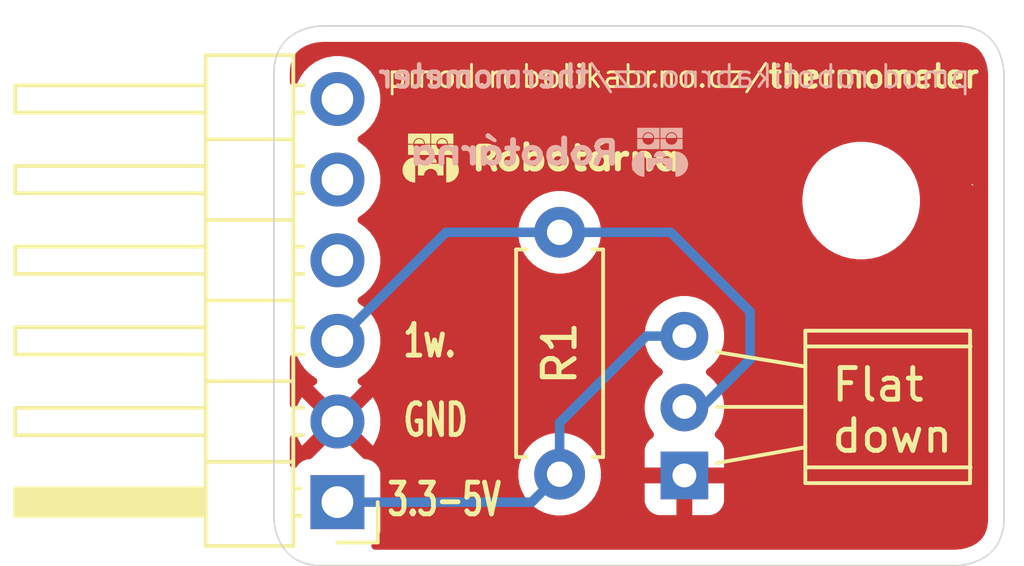
<source format=kicad_pcb>
(kicad_pcb (version 20241229) (generator "pcbnew") (generator_version "9.0")
  (layers (0 "F.Cu" signal) (2 "B.Cu" signal) (13 "F.Paste" user) (15 "B.Paste" user) (5 "F.SilkS" user "F.Silkscreen") (7 "B.SilkS" user "B.Silkscreen") (1 "F.Mask" user) (3 "B.Mask" user) (25 "Edge.Cuts" user))
  (net 0 "")
  (net 1 "VDD")
  (net 2 "GND")
  (net 3 "1wire")
  (footprint "MountingHole:MountingHole_3.2mm_M3" (layer "F.Cu") (at 157 107)
    (property "Reference" "H1" (hide yes))
    (property "Value" "MountingHole")
  )
  (footprint "Connector_PinHeader_2.54mm:PinHeader_1x06_P2.54mm_Horizontal" (layer "F.Cu") (at 140.5 116.5 180)
    (property "Reference" "J1" (hide yes))
    (property "Value" "Conn_01x06_Pin")
  )
  (footprint "Package_TO_SOT_THT:TO-92_Inline_W4.0mm_Horizontal_FlatSideDown" (layer "F.Cu") (at 151.43 114.77 90)
    (property "Reference" "U1" (hide yes))
    (property "Value" "DS18B20")
  )
  (footprint "Resistor_THT:R_Axial_DIN0207_L6.3mm_D2.5mm_P7.62mm_Horizontal" (layer "F.Cu") (at 147.5 115.62 90)
    (property "Reference" "R1")
    (property "Value" "4.7kR")
  )
  (gr_poly (pts (xy 142.891126 105.250016) (xy 142.891835 105.259238) (xy 142.893002 105.268326) (xy 142.894617 105.277269) (xy 142.896667 105.286054) (xy 142.89914 105.294672) (xy 142.902027 105.303109) (xy 142.905314 105.311356) (xy 142.90899 105.3194) (xy 142.913044 105.32723) (xy 142.917465 105.334835) (xy 142.92224 105.342203) (xy 142.927358 105.349323) (xy 142.932808 105.356184) (xy 142.938578 105.362773) (xy 142.944657 105.36908) (xy 142.951033 105.375093) (xy 142.957694 105.380801) (xy 142.964629 105.386192) (xy 142.971827 105.391256) (xy 142.979275 105.39598) (xy 142.986963 105.400352) (xy 142.994879 105.404363) (xy 143.003011 105.408) (xy 143.011348 105.411252) (xy 143.019878 105.414107) (xy 143.02859 105.416554) (xy 143.037472 105.418582) (xy 143.046513 105.420179) (xy 143.0557 105.421334) (xy 143.065024 105.422036) (xy 143.074471 105.422272) (xy 143.083918 105.422036) (xy 143.093241 105.421334) (xy 143.102429 105.420179) (xy 143.111469 105.418582) (xy 143.120351 105.416554) (xy 143.129062 105.414107) (xy 143.137592 105.411252) (xy 143.145928 105.408) (xy 143.15406 105.404363) (xy 143.161975 105.400352) (xy 143.169662 105.39598) (xy 143.17711 105.391256) (xy 143.184307 105.386192) (xy 143.191241 105.380801) (xy 143.197902 105.375093) (xy 143.204277 105.36908) (xy 143.210355 105.362773) (xy 143.216124 105.356184) (xy 143.221573 105.349323) (xy 143.226691 105.342203) (xy 143.231466 105.334835) (xy 143.235885 105.32723) (xy 143.239939 105.3194) (xy 143.243615 105.311356) (xy 143.246901 105.303109) (xy 143.249787 105.294672) (xy 143.25226 105.286054) (xy 143.25431 105.277269) (xy 143.255924 105.268326) (xy 143.257091 105.259238) (xy 143.2578 105.250017) (xy 143.258039 105.240672) (xy 143.424919 105.240672) (xy 143.424919 105.563088) (xy 142.724023 105.563088) (xy 142.724023 105.240672) (xy 142.890887 105.240672)) (fill yes) (layer "F.SilkS"))
  (gr_poly (pts (xy 143.842391 106.208896) (xy 143.650615 106.208896) (xy 143.65034 106.198156) (xy 143.649526 106.187557) (xy 143.648184 106.177112) (xy 143.646328 106.166835) (xy 143.643972 106.156738) (xy 143.641129 106.146834) (xy 143.637812 106.137137) (xy 143.634034 106.127659) (xy 143.629809 106.118414) (xy 143.62515 106.109415) (xy 143.62007 106.100675) (xy 143.614582 106.092208) (xy 143.608699 106.084025) (xy 143.602436 106.076141) (xy 143.595805 106.068568) (xy 143.588819 106.06132) (xy 143.581492 106.05441) (xy 143.573836 106.04785) (xy 143.565866 106.041654) (xy 143.557595 106.035835) (xy 143.549035 106.030407) (xy 143.5402 106.025381) (xy 143.531103 106.020772) (xy 143.521757 106.016593) (xy 143.512177 106.012856) (xy 143.502374 106.009575) (xy 143.492363 106.006763) (xy 143.482156 106.004432) (xy 143.471767 106.002597) (xy 143.461209 106.00127) (xy 143.450495 106.000464) (xy 143.439639 106.000192) (xy 143.428781 106.000464) (xy 143.418066 106.00127) (xy 143.407507 106.002597) (xy 143.397117 106.004432) (xy 143.38691 106.006763) (xy 143.376898 106.009575) (xy 143.367095 106.012856) (xy 143.357514 106.016593) (xy 143.348168 106.020772) (xy 143.339071 106.025381) (xy 143.330236 106.030407) (xy 143.321676 106.035835) (xy 143.313405 106.041654) (xy 143.305435 106.04785) (xy 143.29778 106.05441) (xy 143.290453 106.06132) (xy 143.283468 106.068568) (xy 143.276837 106.076141) (xy 143.270574 106.084025) (xy 143.264692 106.092208) (xy 143.259205 106.100675) (xy 143.254125 106.109415) (xy 143.249466 106.118414) (xy 143.245241 106.127659) (xy 143.241464 106.137137) (xy 143.238147 106.146834) (xy 143.235305 106.156738) (xy 143.232949 106.166835) (xy 143.231094 106.177112) (xy 143.229752 106.187557) (xy 143.228938 106.198156) (xy 143.228663 106.208896) (xy 143.036887 106.208896) (xy 143.036887 105.838352) (xy 143.842391 105.838352)) (fill yes) (layer "F.SilkS"))
  (gr_poly (pts (xy 145.230865 105.208202) (xy 145.246421 105.209095) (xy 145.261589 105.210584) (xy 145.276368 105.212668) (xy 145.290759 105.215347) (xy 145.304761 105.218622) (xy 145.318374 105.222492) (xy 145.331599 105.226958) (xy 145.344435 105.232019) (xy 145.356883 105.237675) (xy 145.368942 105.243927) (xy 145.380613 105.250773) (xy 145.391896 105.258215) (xy 145.402791 105.266252) (xy 145.413297 105.274885) (xy 145.423415 105.284112) (xy 145.433026 105.293786) (xy 145.442017 105.303757) (xy 145.450388 105.314025) (xy 145.45814 105.324591) (xy 145.465271 105.335455) (xy 145.471782 105.346616) (xy 145.477674 105.358075) (xy 145.482945 105.369832) (xy 145.487596 105.381886) (xy 145.491627 105.394239) (xy 145.495038 105.406889) (xy 145.497829 105.419836) (xy 145.5 105.433082) (xy 145.501551 105.446626) (xy 145.502481 105.460468) (xy 145.502791 105.474608) (xy 145.50265 105.483041) (xy 145.502229 105.491408) (xy 145.501525 105.499709) (xy 145.500541 105.507944) (xy 145.499276 105.516113) (xy 145.497729 105.524215) (xy 145.495902 105.532252) (xy 145.493793 105.540222) (xy 145.491403 105.548126) (xy 145.488732 105.555964) (xy 145.48578 105.563736) (xy 145.482548 105.571441) (xy 145.479034 105.57908) (xy 145.475239 105.586653) (xy 145.471163 105.59416) (xy 145.466807 105.6016) (xy 145.462183 105.608919) (xy 145.457312 105.616056) (xy 145.452193 105.62301) (xy 145.446826 105.629782) (xy 145.441212 105.636372) (xy 145.435349 105.64278) (xy 145.429239 105.649006) (xy 145.422881 105.65505) (xy 145.416275 105.660912) (xy 145.40942 105.666591) (xy 145.402318 105.672089) (xy 145.394967 105.677405) (xy 145.387368 105.682538) (xy 145.37952 105.68749) (xy 145.371424 105.69226) (xy 145.363079 105.696848) (xy 145.366763 105.698743) (xy 145.370406 105.700721) (xy 145.374008 105.702781) (xy 145.377569 105.704924) (xy 145.381088 105.707149) (xy 145.384566 105.709457) (xy 145.388002 105.711847) (xy 145.391397 105.71432) (xy 145.39475 105.716875) (xy 145.398062 105.719513) (xy 145.401333 105.722233) (xy 145.404562 105.725036) (xy 145.40775 105.727921) (xy 145.410896 105.730889) (xy 145.414 105.733939) (xy 145.417063 105.737072) (xy 145.420068 105.740287) (xy 145.422998 105.743586) (xy 145.425855 105.746967) (xy 145.428637 105.750431) (xy 145.431344 105.753977) (xy 145.433978 105.757607) (xy 145.436536 105.761319) (xy 145.439021 105.765114) (xy 145.441431 105.768992) (xy 145.443766 105.772952) (xy 145.446028 105.776995) (xy 145.448214 105.78112) (xy 145.450326 105.785328) (xy 145.452364 105.789619) (xy 145.454326 105.793992) (xy 145.456215 105.798448) (xy 145.526071 105.959312) (xy 145.528551 105.965533) (xy 145.5307 105.971489) (xy 145.532518 105.977179) (xy 145.533303 105.979925) (xy 145.534005 105.982604) (xy 145.534624 105.985217) (xy 145.535161 105.987763) (xy 145.535615 105.990243) (xy 145.535987 105.992657) (xy 145.536276 105.995004) (xy 145.536482 105.997285) (xy 145.536606 105.9995) (xy 145.536647 106.001648) (xy 145.536531 106.006358) (xy 145.536184 106.010961) (xy 145.535606 106.015456) (xy 145.534796 106.019843) (xy 145.533754 106.024123) (xy 145.532481 106.028295) (xy 145.530977 106.032359) (xy 145.529241 106.036316) (xy 145.527273 106.040165) (xy 145.525074 106.043907) (xy 145.522643 106.047541) (xy 145.519981 106.051067) (xy 145.517087 106.054486) (xy 145.513961 106.057797) (xy 145.510604 106.061) (xy 145.507015 106.064096) (xy 145.503285 106.067043) (xy 145.499506 106.0698) (xy 145.495677 106.072366) (xy 145.491799 106.074743) (xy 145.487871 106.076929) (xy 145.483894 106.078926) (xy 145.479867 106.080732) (xy 145.475791 106.082348) (xy 145.471665 106.083774) (xy 145.46749 106.08501) (xy 145.463265 106.086055) (xy 145.458991 106.086911) (xy 145.454667 106.087576) (xy 145.450294 106.088052) (xy 145.445871 106.088337) (xy 145.441399 106.088432) (xy 145.438493 106.088383) (xy 145.435595 106.088234) (xy 145.432706 106.087986) (xy 145.429825 106.08764) (xy 145.426952 106.087194) (xy 145.424087 106.086648) (xy 145.421231 106.086004) (xy 145.418383 106.08526) (xy 145.415543 106.084417) (xy 145.412711 106.083474) (xy 145.409888 106.082432) (xy 145.407073 106.081291) (xy 145.404266 106.080049) (xy 145.401467 106.078709) (xy 145.398677 106.077268) (xy 145.395895 106.075728) (xy 145.393154 106.074083) (xy 145.390487 106.072322) (xy 145.387895 106.070446) (xy 145.385377 106.068453) (xy 145.382934 106.066345) (xy 145.380564 106.064121) (xy 145.378269 106.061781) (xy 145.376049 106.059326) (xy 145.373903 106.056755) (xy 145.371831 106.054068) (xy 145.369834 106.051266) (xy 145.367912 106.048348) (xy 145.366064 106.045314) (xy 145.36429 106.042165) (xy 145.362591 106.0389) (xy 145.360967 106.03552) (xy 145.280535 105.842896) (xy 145.277835 105.836659) (xy 145.275028 105.830646) (xy 145.272113 105.824855) (xy 145.26909 105.819287) (xy 145.26596 105.813941) (xy 145.262723 105.808819) (xy 145.259378 105.80392) (xy 145.255925 105.799244) (xy 145.252365 105.794791) (xy 145.248698 105.790561) (xy 145.244923 105.786555) (xy 145.241041 105.782772) (xy 145.237051 105.779212) (xy 145.232954 105.775875) (xy 145.22875 105.772762) (xy 145.224439 105.769872) (xy 145.220028 105.767181) (xy 145.215527 105.764663) (xy 145.210934 105.762319) (xy 145.20625 105.760149) (xy 145.201475 105.758152) (xy 145.19661 105.756329) (xy 145.191653 105.75468) (xy 145.186605 105.753204) (xy 145.181466 105.751902) (xy 145.176237 105.750773) (xy 145.170916 105.749818) (xy 145.165505 105.749037) (xy 145.160002 105.748429) (xy 145.154409 105.747995) (xy 145.148726 105.747735) (xy 145.142951 105.747648) (xy 145.087927 105.747648) (xy 145.085322 105.747689) (xy 145.0828 105.747813) (xy 145.080361 105.74802) (xy 145.078004 105.748309) (xy 145.07573 105.748682) (xy 145.073539 105.749136) (xy 145.071431 105.749674) (xy 145.069405 105.750294) (xy 145.067462 105.750997) (xy 145.065601 105.751782) (xy 145.063823 105.752651) (xy 145.062128 105.753601) (xy 145.060516 105.754635) (xy 145.058986 105.755751) (xy 145.057539 105.75695) (xy 145.056175 105.758232) (xy 145.054893 105.759596) (xy 145.053694 105.761043) (xy 145.052578 105.762573) (xy 145.051544 105.764185) (xy 145.050593 105.765881) (xy 145.049725 105.767658) (xy 145.04894 105.769519) (xy 145.048237 105.771462) (xy 145.047617 105.773488) (xy 145.047079 105.775596) (xy 145.046624 105.777788) (xy 145.046252 105.780061) (xy 145.045963 105.782418) (xy 145.045756 105.784857) (xy 145.045632 105.787379) (xy 145.045591 105.789984) (xy 145.045591 105.997424) (xy 145.045483 106.001884) (xy 145.04516 106.006269) (xy 145.044622 106.010581) (xy 145.043869 106.014818) (xy 145.042901 106.01898) (xy 145.041718 106.023069) (xy 145.04032 106.027082) (xy 145.038707 106.031022) (xy 145.036879 106.034887) (xy 145.034836 106.038678) (xy 145.032579 106.042394) (xy 145.030106 106.046035) (xy 145.027419 106.049602) (xy 145.024518 106.053095) (xy 145.021402 106.056513) (xy 145.018071 106.059856) (xy 145.014589 106.063061) (xy 145.011024 106.06606) (xy 145.007377 106.068852) (xy 145.003647 106.071436) (xy 144.999835 106.073814) (xy 144.99594 106.075985) (xy 144.991963 106.077949) (xy 144.987903 106.079706) (xy 144.983761 106.081256) (xy 144.979536 106.0826) (xy 144.975229 106.083737) (xy 144.970839 106.084667) (xy 144.966367 106.08539) (xy 144.961812 106.085907) (xy 144.957175 106.086217) (xy 144.952455 106.08632) (xy 144.947732 106.086217) (xy 144.943093 106.085907) (xy 144.938536 106.08539) (xy 144.934062 106.084667) (xy 144.929671 106.083737) (xy 144.925363 106.0826) (xy 144.921137 106.081256) (xy 144.916995 106.079706) (xy 144.912935 106.077949) (xy 144.908959 106.075985) (xy 144.905065 106.073814) (xy 144.901254 106.071436) (xy 144.897526 106.068852) (xy 144.893881 106.06606) (xy 144.890318 106.063061) (xy 144.886839 106.059856) (xy 144.883506 106.056513) (xy 144.880387 106.053095) (xy 144.877485 106.049602) (xy 144.874797 106.046035) (xy 144.872324 106.042394) (xy 144.870067 106.038678) (xy 144.868024 106.034887) (xy 144.866197 106.031022) (xy 144.864585 106.027082) (xy 144.863188 106.023069) (xy 144.862005 106.01898) (xy 144.861038 106.014818) (xy 144.860286 106.010581) (xy 144.859749 106.006269) (xy 144.859426 106.001884) (xy 144.859319 105.997424) (xy 144.859319 105.408992) (xy 145.045591 105.408992) (xy 145.045591 105.557152) (xy 145.045622 105.559105) (xy 145.045715 105.560997) (xy 145.04587 105.562827) (xy 145.046087 105.564594) (xy 145.046366 105.5663) (xy 145.046707 105.567943) (xy 145.04711 105.569525) (xy 145.047574 105.571045) (xy 145.048101 105.572502) (xy 145.04869 105.573898) (xy 145.049341 105.575232) (xy 145.050054 105.576503) (xy 145.050829 105.577713) (xy 145.051665 105.578861) (xy 145.052564 105.579946) (xy 145.053525 105.58097) (xy 145.054548 105.581932) (xy 145.055633 105.582831) (xy 145.05678 105.583669) (xy 145.057989 105.584444) (xy 145.05926 105.585158) (xy 145.060593 105.585809) (xy 145.061988 105.586399) (xy 145.063445 105.586926) (xy 145.064964 105.587392) (xy 145.066545 105.587795) (xy 145.068188 105.588136) (xy 145.069894 105.588416) (xy 145.071661 105.588633) (xy 145.07349 105.588788) (xy 145.075382 105.588881) (xy 145.077335 105.588912) (xy 145.206455 105.588912) (xy 145.212983 105.588796) (xy 145.219337 105.588448) (xy 145.225517 105.587869) (xy 145.231523 105.587058) (xy 145.237356 105.586016) (xy 145.243015 105.584741) (xy 145.2485 105.583235) (xy 145.253811 105.581498) (xy 145.258949 105.579529) (xy 145.263913 105.577328) (xy 145.268703 105.574896) (xy 145.273321 105.572233) (xy 145.277764 105.569338) (xy 145.282034 105.566211) (xy 145.286131 105.562853) (xy 145.290055 105.559264) (xy 145.293772 105.555496) (xy 145.29725 105.551595) (xy 145.300488 105.547561) (xy 145.303486 105.543394) (xy 145.306244 105.539096) (xy 145.308763 105.534664) (xy 145.311042 105.5301) (xy 145.313081 105.525404) (xy 145.31488 105.520575) (xy 145.31644 105.515614) (xy 145.317759 105.510521) (xy 145.318839 105.505295) (xy 145.319679 105.499938) (xy 145.320279 105.494448) (xy 145.320639 105.488826) (xy 145.320759 105.483072) (xy 145.320639 105.477066) (xy 145.320279 105.471217) (xy 145.319679 105.465525) (xy 145.318839 105.45999) (xy 145.317759 105.454612) (xy 145.31644 105.44939) (xy 145.31488 105.444326) (xy 145.313081 105.439418) (xy 145.311042 105.434667) (xy 145.308763 105.430073) (xy 145.306244 105.425637) (xy 145.303486 105.421357) (xy 145.300488 105.417234) (xy 145.29725 105.413268) (xy 145.293772 105.40946) (xy 145.290055 105.405808) (xy 145.286131 105.402349) (xy 145.282034 105.399114) (xy 145.277764 105.396101) (xy 145.273321 105.39331) (xy 145.268703 105.390743) (xy 145.263913 105.388399) (xy 145.258949 105.386278) (xy 145.253811 105.38438) (xy 145.2485 105.382705) (xy 145.243015 105.381253) (xy 145.237356 105.380025) (xy 145.231523 105.379019) (xy 145.225517 105.378238) (xy 145.219337 105.377679) (xy 145.212983 105.377344) (xy 145.206455 105.377232) (xy 145.077335 105.377232) (xy 145.075382 105.377263) (xy 145.07349 105.377356) (xy 145.071661 105.377511) (xy 145.069894 105.377728) (xy 145.068188 105.378008) (xy 145.066545 105.378349) (xy 145.064964 105.378752) (xy 145.063445 105.379218) (xy 145.061988 105.379745) (xy 145.060593 105.380335) (xy 145.05926 105.380986) (xy 145.057989 105.3817) (xy 145.05678 105.382475) (xy 145.055633 105.383313) (xy 145.054548 105.384212) (xy 145.053525 105.385174) (xy 145.052564 105.386198) (xy 145.051665 105.387283) (xy 145.050829 105.388431) (xy 145.050054 105.389641) (xy 145.049341 105.390912) (xy 145.04869 105.392246) (xy 145.048101 105.393642) (xy 145.047574 105.395099) (xy 145.04711 105.396619) (xy 145.046707 105.398201) (xy 145.046366 105.399844) (xy 145.046087 105.40155) (xy 145.04587 105.403317) (xy 145.045715 105.405147) (xy 145.045622 105.407038) (xy 145.045591 105.408992) (xy 144.859319 105.408992) (xy 144.859319 105.345488) (xy 144.859472 105.337905) (xy 144.859931 105.330504) (xy 144.860696 105.323286) (xy 144.861767 105.316249) (xy 144.863144 105.309395) (xy 144.864826 105.302723) (xy 144.866815 105.296232) (xy 144.869109 105.289924) (xy 144.871709 105.283797) (xy 144.874615 105.277853) (xy 144.877827 105.27209) (xy 144.881344 105.266508) (xy 144.885167 105.261109) (xy 144.889296 105.255891) (xy 144.893731 105.250855) (xy 144.898471 105.246) (xy 144.90347 105.241388) (xy 144.908676 105.237073) (xy 144.914089 105.233055) (xy 144.919708 105.229335) (xy 144.925534 105.225913) (xy 144.931566 105.222788) (xy 144.937805 105.21996) (xy 144.944251 105.21743) (xy 144.950903 105.215198) (xy 144.957762 105.213263) (xy 144.964828 105.211625) (xy 144.9721 105.210286) (xy 144.979579 105.209244) (xy 144.987264 105.208499) (xy 144.995156 105.208053) (xy 145.003255 105.207904) (xy 145.214919 105.207904)) (fill yes) (layer "F.SilkS"))
  (gr_poly (pts (xy 147.470153 105.430321) (xy 147.481582 105.430805) (xy 147.492872 105.431611) (xy 147.504021 105.43274) (xy 147.515029 105.434191) (xy 147.525898 105.435964) (xy 147.536625 105.43806) (xy 147.547213 105.440478) (xy 147.55766 105.443218) (xy 147.567966 105.446281) (xy 147.578133 105.449666) (xy 147.588158 105.453373) (xy 147.598043 105.457403) (xy 147.607788 105.461754) (xy 147.617391 105.466428) (xy 147.626855 105.471424) (xy 147.636128 105.476708) (xy 147.645161 105.48224) (xy 147.653954 105.48802) (xy 147.662507 105.494047) (xy 147.67082 105.500323) (xy 147.678894 105.506847) (xy 147.686727 105.513618) (xy 147.694321 105.520638) (xy 147.701674 105.527906) (xy 147.708788 105.535422) (xy 147.715663 105.543186) (xy 147.722297 105.551198) (xy 147.728692 105.559458) (xy 147.734847 105.567967) (xy 147.740763 105.576723) (xy 147.746438 105.585728) (xy 147.751821 105.594952) (xy 147.756856 105.604366) (xy 147.761544 105.613971) (xy 147.765884 105.623765) (xy 147.769878 105.63375) (xy 147.773524 105.643924) (xy 147.776823 105.654289) (xy 147.779775 105.664844) (xy 147.782379 105.675589) (xy 147.784636 105.686524) (xy 147.786546 105.69765) (xy 147.788109 105.708965) (xy 147.789324 105.720471) (xy 147.790192 105.732166) (xy 147.790713 105.744052) (xy 147.790887 105.756128) (xy 147.790713 105.767954) (xy 147.790192 105.779623) (xy 147.789324 105.791135) (xy 147.788109 105.80249) (xy 147.786546 105.813688) (xy 147.784636 105.82473) (xy 147.782379 105.835614) (xy 147.779775 105.846342) (xy 147.776823 105.856913) (xy 147.773524 105.867327) (xy 147.769878 105.877583) (xy 147.765884 105.887683) (xy 147.761544 105.897626) (xy 147.756856 105.907412) (xy 147.751821 105.91704) (xy 147.746438 105.926512) (xy 147.740763 105.935777) (xy 147.734847 105.944785) (xy 147.728692 105.953537) (xy 147.722297 105.962032) (xy 147.715663 105.970271) (xy 147.708788 105.978254) (xy 147.701674 105.98598) (xy 147.694321 105.99345) (xy 147.686727 106.000664) (xy 147.678894 106.007621) (xy 147.67082 106.014322) (xy 147.662507 106.020767) (xy 147.653954 106.026955) (xy 147.645161 106.032888) (xy 147.636128 106.038564) (xy 147.626855 106.043984) (xy 147.617391 106.049111) (xy 147.607787 106.053907) (xy 147.598043 106.058372) (xy 147.588158 106.062506) (xy 147.578132 106.06631) (xy 147.567966 106.069783) (xy 147.55766 106.072925) (xy 147.547213 106.075736) (xy 147.536625 106.078217) (xy 147.525897 106.080367) (xy 147.515029 106.082186) (xy 147.50402 106.083674) (xy 147.492871 106.084832) (xy 147.481582 106.085659) (xy 147.470153 106.086155) (xy 147.458583 106.08632) (xy 147.447262 106.086155) (xy 147.436057 106.085659) (xy 147.424969 106.084832) (xy 147.413996 106.083674) (xy 147.40314 106.082186) (xy 147.3924 106.080367) (xy 147.381775 106.078217) (xy 147.371267 106.075736) (xy 147.360874 106.072925) (xy 147.350598 106.069783) (xy 147.340437 106.06631) (xy 147.330391 106.062506) (xy 147.320462 106.058372) (xy 147.310648 106.053907) (xy 147.30095 106.049111) (xy 147.291367 106.043984) (xy 147.281962 106.038564) (xy 147.272796 106.032888) (xy 147.26387 106.026955) (xy 147.255184 106.020767) (xy 147.246738 106.014322) (xy 147.238531 106.007621) (xy 147.230564 106.000664) (xy 147.222837 105.99345) (xy 147.215349 105.98598) (xy 147.208102 105.978254) (xy 147.201094 105.970271) (xy 147.194326 105.962032) (xy 147.187799 105.953537) (xy 147.181511 105.944785) (xy 147.175463 105.935777) (xy 147.169655 105.926512) (xy 147.164144 105.91704) (xy 147.15899 105.907412) (xy 147.15419 105.897626) (xy 147.149747 105.887683) (xy 147.145658 105.877583) (xy 147.141926 105.867327) (xy 147.138549 105.856913) (xy 147.135527 105.846342) (xy 147.132861 105.835614) (xy 147.13055 105.82473) (xy 147.128595 105.813688) (xy 147.126995 105.80249) (xy 147.125751 105.791135) (xy 147.124862 105.779623) (xy 147.124329 105.767954) (xy 147.124151 105.756128) (xy 147.308295 105.756128) (xy 147.308464 105.764507) (xy 147.308973 105.772713) (xy 147.30982 105.780745) (xy 147.311007 105.788603) (xy 147.312532 105.796288) (xy 147.314397 105.803799) (xy 147.3166 105.811136) (xy 147.319143 105.8183) (xy 147.322024 105.82529) (xy 147.325245 105.832107) (xy 147.328804 105.83875) (xy 147.332703 105.845219) (xy 147.33694 105.851515) (xy 147.341517 105.857637) (xy 147.346432 105.863585) (xy 147.351687 105.86936) (xy 147.357189 105.87487) (xy 147.362849 105.880025) (xy 147.368666 105.884824) (xy 147.37464 105.889268) (xy 147.380771 105.893356) (xy 147.387059 105.897089) (xy 147.393504 105.900466) (xy 147.400107 105.903488) (xy 147.406866 105.906154) (xy 147.413783 105.908465) (xy 147.420857 105.91042) (xy 147.428088 105.91202) (xy 147.435476 105.913264) (xy 147.443021 105.914153) (xy 147.450723 105.914686) (xy 147.458583 105.914864) (xy 147.46669 105.914686) (xy 147.474607 105.914153) (xy 147.482333 105.913264) (xy 147.48987 105.91202) (xy 147.497216 105.91042) (xy 147.504372 105.908465) (xy 147.511338 105.906154) (xy 147.518113 105.903488) (xy 147.524698 105.900466) (xy 147.531093 105.897089) (xy 147.537297 105.893356) (xy 147.543311 105.889268) (xy 147.549135 105.884824) (xy 147.554768 105.880025) (xy 147.560211 105.87487) (xy 147.565463 105.86936) (xy 147.570462 105.863585) (xy 147.575138 105.857637) (xy 147.579492 105.851515) (xy 147.583523 105.845219) (xy 147.587232 105.83875) (xy 147.590618 105.832107) (xy 147.593682 105.82529) (xy 147.596423 105.8183) (xy 147.598842 105.811136) (xy 147.600938 105.803799) (xy 147.602712 105.796288) (xy 147.604163 105.788603) (xy 147.605292 105.780745) (xy 147.606098 105.772713) (xy 147.606582 105.764507) (xy 147.606743 105.756128) (xy 147.606582 105.747503) (xy 147.606098 105.739092) (xy 147.605292 105.730897) (xy 147.604163 105.722918) (xy 147.602712 105.715153) (xy 147.600938 105.707604) (xy 147.598842 105.700269) (xy 147.596423 105.69315) (xy 147.593682 105.686246) (xy 147.590618 105.679557) (xy 147.587232 105.673082) (xy 147.583523 105.666823) (xy 147.579492 105.660779) (xy 147.575138 105.65495) (xy 147.570462 105.649335) (xy 147.565463 105.643936) (xy 147.560211 105.638809) (xy 147.554768 105.634013) (xy 147.549135 105.629548) (xy 147.543311 105.625414) (xy 147.537297 105.62161) (xy 147.531093 105.618137) (xy 147.524698 105.614995) (xy 147.518113 105.612184) (xy 147.511338 105.609703) (xy 147.504372 105.607553) (xy 147.497216 105.605734) (xy 147.48987 105.604246) (xy 147.482333 105.603088) (xy 147.474607 105.602261) (xy 147.46669 105.601765) (xy 147.458583 105.6016) (xy 147.450723 105.601765) (xy 147.443021 105.602261) (xy 147.435476 105.603088) (xy 147.428088 105.604246) (xy 147.420857 105.605734) (xy 147.413783 105.607553) (xy 147.406866 105.609703) (xy 147.400107 105.612184) (xy 147.393504 105.614995) (xy 147.387059 105.618137) (xy 147.380771 105.62161) (xy 147.37464 105.625414) (xy 147.368666 105.629548) (xy 147.362849 105.634013) (xy 147.357189 105.638809) (xy 147.351687 105.643936) (xy 147.346432 105.649335) (xy 147.341517 105.65495) (xy 147.33694 105.660779) (xy 147.332703 105.666823) (xy 147.328804 105.673082) (xy 147.325245 105.679557) (xy 147.322024 105.686246) (xy 147.319143 105.69315) (xy 147.3166 105.700269) (xy 147.314397 105.707604) (xy 147.312532 105.715153) (xy 147.311007 105.722918) (xy 147.30982 105.730897) (xy 147.308973 105.739092) (xy 147.308464 105.747503) (xy 147.308295 105.756128) (xy 147.124151 105.756128) (xy 147.124329 105.744052) (xy 147.124862 105.732166) (xy 147.125751 105.720471) (xy 147.126995 105.708965) (xy 147.128595 105.69765) (xy 147.13055 105.686524) (xy 147.132861 105.675589) (xy 147.135527 105.664844) (xy 147.138549 105.654289) (xy 147.141926 105.643924) (xy 147.145658 105.63375) (xy 147.149747 105.623765) (xy 147.15419 105.613971) (xy 147.15899 105.604366) (xy 147.164144 105.594952) (xy 147.169655 105.585728) (xy 147.175463 105.576723) (xy 147.181511 105.567967) (xy 147.187799 105.559458) (xy 147.194326 105.551198) (xy 147.201094 105.543186) (xy 147.208102 105.535422) (xy 147.215349 105.527906) (xy 147.222837 105.520638) (xy 147.230564 105.513618) (xy 147.238531 105.506847) (xy 147.246738 105.500323) (xy 147.255184 105.494047) (xy 147.26387 105.48802) (xy 147.272796 105.48224) (xy 147.281962 105.476708) (xy 147.291367 105.471424) (xy 147.30095 105.466428) (xy 147.310648 105.461754) (xy 147.320462 105.457403) (xy 147.330391 105.453373) (xy 147.340437 105.449666) (xy 147.350598 105.446281) (xy 147.360874 105.443218) (xy 147.371267 105.440478) (xy 147.381775 105.43806) (xy 147.3924 105.435964) (xy 147.40314 105.434191) (xy 147.413996 105.43274) (xy 147.424969 105.431611) (xy 147.436057 105.430805) (xy 147.447262 105.430321) (xy 147.458583 105.43016)) (fill yes) (layer "F.SilkS"))
  (gr_poly (pts (xy 142.952535 105.635312) (xy 142.951135 105.667138) (xy 142.950334 105.714027) (xy 142.950039 105.833132) (xy 142.951239 106.033568) (xy 142.951127 106.331056) (xy 142.950927 106.356526) (xy 142.950463 106.38154) (xy 142.950227 106.406368) (xy 142.950348 106.418796) (xy 142.950711 106.43128) (xy 142.949559 106.433392) (xy 142.941356 106.43227) (xy 142.933603 106.43146) (xy 142.926184 106.430881) (xy 142.918984 106.430453) (xy 142.904786 106.429727) (xy 142.897556 106.429267) (xy 142.890087 106.428636) (xy 142.882263 106.427752) (xy 142.873969 106.426536) (xy 142.865091 106.424905) (xy 142.855513 106.422781) (xy 142.845122 106.420082) (xy 142.8338 106.416727) (xy 142.821435 106.412636) (xy 142.807911 106.407728) (xy 142.792802 106.401674) (xy 142.778104 106.395088) (xy 142.763819 106.387988) (xy 142.749954 106.380392) (xy 142.736512 106.372316) (xy 142.723499 106.36378) (xy 142.710918 106.354799) (xy 142.698775 106.345392) (xy 142.687075 106.335577) (xy 142.675821 106.32537) (xy 142.665018 106.31479) (xy 142.654672 106.303854) (xy 142.644786 106.292579) (xy 142.635366 106.280984) (xy 142.626415 106.269085) (xy 142.617939 106.2569) (xy 142.609942 106.244447) (xy 142.602429 106.231743) (xy 142.595404 106.218807) (xy 142.588873 106.205654) (xy 142.582839 106.192304) (xy 142.577307 106.178774) (xy 142.572282 106.16508) (xy 142.567768 106.151241) (xy 142.563771 106.137275) (xy 142.560295 106.123198) (xy 142.557344 106.109029) (xy 142.554923 106.094785) (xy 142.553036 106.080483) (xy 142.551689 106.066141) (xy 142.550886 106.051777) (xy 142.550631 106.037408) (xy 142.550789 106.029623) (xy 142.551218 106.021257) (xy 142.551886 106.012459) (xy 142.552761 106.003376) (xy 142.553811 105.994155) (xy 142.555003 105.984942) (xy 142.556306 105.975887) (xy 142.557687 105.967136) (xy 142.560501 105.952087) (xy 142.563939 105.937211) (xy 142.567986 105.922521) (xy 142.572627 105.908033) (xy 142.577846 105.893761) (xy 142.583627 105.879718) (xy 142.596813 105.85238) (xy 142.612061 105.826132) (xy 142.629244 105.801091) (xy 142.648239 105.777369) (xy 142.668919 105.755082) (xy 142.69116 105.734344) (xy 142.714837 105.715269) (xy 142.739824 105.697972) (xy 142.765996 105.682567) (xy 142.793229 105.669169) (xy 142.821398 105.657892) (xy 142.835793 105.653085) (xy 142.850376 105.648851) (xy 142.86513 105.645205) (xy 142.880039 105.64216) (xy 142.950087 105.633024)) (fill yes) (layer "F.SilkS"))
  (gr_poly (pts (xy 143.081348 105.057628) (xy 143.089212 105.058229) (xy 143.096966 105.059215) (xy 143.1046 105.060578) (xy 143.112105 105.062308) (xy 143.11947 105.064396) (xy 143.126685 105.06683) (xy 143.133742 105.069603) (xy 143.140629 105.072703) (xy 143.147337 105.076122) (xy 143.153857 105.079849) (xy 143.160178 105.083875) (xy 143.166291 105.088191) (xy 143.172186 105.092785) (xy 143.177852 105.09765) (xy 143.183281 105.102774) (xy 143.188462 105.108149) (xy 143.193386 105.113764) (xy 143.198042 105.11961) (xy 143.202422 105.125677) (xy 143.206514 105.131955) (xy 143.21031 105.138436) (xy 143.213799 105.145108) (xy 143.216971 105.151962) (xy 143.219818 105.158989) (xy 143.222328 105.166179) (xy 143.224492 105.173522) (xy 143.226301 105.181008) (xy 143.227745 105.188628) (xy 143.228812 105.196372) (xy 143.229495 105.20423) (xy 143.229783 105.212192) (xy 142.920295 105.212112) (xy 142.920413 105.20415) (xy 142.920928 105.196292) (xy 142.92183 105.188549) (xy 142.923111 105.180929) (xy 142.92476 105.173444) (xy 142.926767 105.166102) (xy 142.929124 105.158914) (xy 142.93182 105.151888) (xy 142.934846 105.145035) (xy 142.938192 105.138365) (xy 142.941849 105.131886) (xy 142.945807 105.12561) (xy 142.950056 105.119545) (xy 142.954588 105.113701) (xy 142.959391 105.108088) (xy 142.964457 105.102716) (xy 142.969776 105.097594) (xy 142.975338 105.092733) (xy 142.981135 105.088141) (xy 142.987155 105.083829) (xy 142.99339 105.079806) (xy 142.999829 105.076082) (xy 143.006464 105.072667) (xy 143.013285 105.06957) (xy 143.020282 105.066801) (xy 143.027445 105.06437) (xy 143.034766 105.062287) (xy 143.042233 105.060561) (xy 143.049838 105.059202) (xy 143.057571 105.05822) (xy 143.065423 105.057624) (xy 143.073383 105.057424)) (fill yes) (layer "F.SilkS"))
  (gr_poly (pts (xy 149.582098 105.430259) (xy 149.588877 105.430556) (xy 149.595591 105.431052) (xy 149.602239 105.431746) (xy 149.608821 105.432639) (xy 149.615336 105.433731) (xy 149.621785 105.435022) (xy 149.628166 105.436512) (xy 149.63183 105.43763) (xy 149.635411 105.438873) (xy 149.638909 105.44024) (xy 149.642324 105.441731) (xy 149.645656 105.443347) (xy 149.648906 105.445087) (xy 149.652073 105.446952) (xy 149.655157 105.44894) (xy 149.658158 105.451053) (xy 149.661077 105.453289) (xy 149.663913 105.45565) (xy 149.666666 105.458134) (xy 149.669337 105.460743) (xy 149.671926 105.463476) (xy 149.674431 105.466332) (xy 149.676855 105.469312) (xy 149.679159 105.472383) (xy 149.681316 105.475512) (xy 149.683323 105.478699) (xy 149.685182 105.481945) (xy 149.686893 105.485248) (xy 149.688455 105.488609) (xy 149.689868 105.492029) (xy 149.691133 105.495506) (xy 149.692249 105.499041) (xy 149.693216 105.502634) (xy 149.694034 105.506285) (xy 149.694704 105.509994) (xy 149.695225 105.513761) (xy 149.695597 105.517586) (xy 149.69582 105.521468) (xy 149.695895 105.525408) (xy 149.695783 105.530902) (xy 149.695448 105.536272) (xy 149.69489 105.541518) (xy 149.694109 105.546639) (xy 149.693105 105.551637) (xy 149.691877 105.556511) (xy 149.690427 105.56126) (xy 149.688753 105.565886) (xy 149.686855 105.570388) (xy 149.684734 105.574766) (xy 149.68239 105.57902) (xy 149.679823 105.58315) (xy 149.677032 105.587156) (xy 149.674018 105.591038) (xy 149.67078 105.594797) (xy 149.667319 105.598432) (xy 149.663711 105.601857) (xy 149.660029 105.604994) (xy 149.656273 105.607841) (xy 149.652442 105.610399) (xy 149.648536 105.612668) (xy 149.644555 105.614648) (xy 149.6405 105.616338) (xy 149.636371 105.61774) (xy 149.632166 105.618852) (xy 149.627887 105.619676) (xy 149.623534 105.62021) (xy 149.619106 105.620455) (xy 149.614603 105.620411) (xy 149.610025 105.620078) (xy 149.605373 105.619455) (xy 149.600647 105.618544) (xy 149.59377 105.617054) (xy 149.586892 105.615763) (xy 149.580014 105.614671) (xy 149.573135 105.613778) (xy 149.566256 105.613084) (xy 149.559377 105.612588) (xy 149.552499 105.612291) (xy 149.545622 105.612192) (xy 149.539602 105.612324) (xy 149.533713 105.612721) (xy 149.527957 105.613382) (xy 149.522334 105.614307) (xy 149.516842 105.615497) (xy 149.511483 105.616952) (xy 149.506257 105.61867) (xy 149.501163 105.620654) (xy 149.496201 105.622902) (xy 149.491372 105.625415) (xy 149.486675 105.628192) (xy 149.48211 105.631234) (xy 149.477678 105.63454) (xy 149.473378 105.638111) (xy 149.46921 105.641947) (xy 149.465175 105.646048) (xy 149.461308 105.650554) (xy 149.457639 105.655606) (xy 149.454168 105.661204) (xy 149.450895 105.667348) (xy 149.44782 105.674037) (xy 149.444944 105.681272) (xy 149.442265 105.689053) (xy 149.439785 105.69738) (xy 149.437503 105.706252) (xy 149.435419 105.71567) (xy 149.433533 105.725634) (xy 149.431846 105.736142) (xy 149.430356 105.747197) (xy 149.429065 105.758797) (xy 149.427973 105.770942) (xy 149.427079 105.783632) (xy 149.427079 105.995296) (xy 149.426975 105.99975) (xy 149.426665 106.004113) (xy 149.426149 106.008384) (xy 149.425426 106.012565) (xy 149.424496 106.016654) (xy 149.42336 106.020651) (xy 149.422017 106.024558) (xy 149.420467 106.028374) (xy 149.418711 106.032099) (xy 149.416748 106.035733) (xy 149.414578 106.039276) (xy 149.412202 106.042728) (xy 149.409619 106.04609) (xy 149.40683 106.049361) (xy 149.403834 106.052542) (xy 149.400631 106.055632) (xy 149.397277 106.058579) (xy 149.393832 106.061336) (xy 149.390296 106.063902) (xy 149.386669 106.066279) (xy 149.382952 106.068465) (xy 149.379144 106.070462) (xy 149.375245 106.072268) (xy 149.371256 106.073884) (xy 149.367175 106.07531) (xy 149.363004 106.076546) (xy 149.358742 106.077591) (xy 149.354389 106.078447) (xy 149.349946 106.079112) (xy 149.345412 106.079588) (xy 149.340787 106.079873) (xy 149.336071 106.079968) (xy 149.331093 106.079877) (xy 149.326214 106.079604) (xy 149.321434 106.079149) (xy 149.316754 106.078513) (xy 149.312173 106.077694) (xy 149.307691 106.076694) (xy 149.303308 106.075512) (xy 149.299025 106.074148) (xy 149.294841 106.072602) (xy 149.290756 106.070874) (xy 149.28677 106.068964) (xy 149.282883 106.066873) (xy 149.279096 106.064599) (xy 149.275407 106.062144) (xy 149.271818 106.059507) (xy 149.268327 106.056688) (xy 149.264997 106.053728) (xy 149.261881 106.050669) (xy 149.25898 106.047511) (xy 149.256294 106.044253) (xy 149.253823 106.040896) (xy 149.251567 106.03744) (xy 149.249526 106.033885) (xy 149.247699 106.03023) (xy 149.246088 106.026476) (xy 149.244691 106.022623) (xy 149.243509 106.018671) (xy 149.242542 106.01462) (xy 149.24179 106.010469) (xy 149.241253 106.00622) (xy 149.240931 106.001871) (xy 149.240823 105.997424) (xy 149.240823 105.523296) (xy 149.240927 105.519097) (xy 149.241236 105.514974) (xy 149.241753 105.510925) (xy 149.242476 105.506951) (xy 149.243406 105.503053) (xy 149.244542 105.499228) (xy 149.245885 105.495479) (xy 149.247435 105.491804) (xy 149.249191 105.488204) (xy 149.251154 105.484678) (xy 149.253324 105.481227) (xy 149.2557 105.477851) (xy 149.258283 105.474548) (xy 149.261072 105.471321) (xy 149.264068 105.468167) (xy 149.267271 105.465088) (xy 149.270642 105.462138) (xy 149.274136 105.459379) (xy 149.277755 105.45681) (xy 149.281497 105.454432) (xy 149.285363 105.452244) (xy 149.289353 105.450246) (xy 149.293467 105.448439) (xy 149.297705 105.446822) (xy 149.302067 105.445395) (xy 149.306552 105.444159) (xy 149.311162 105.443113) (xy 149.315896 105.442257) (xy 149.320753 105.441592) (xy 149.325735 105.441116) (xy 149.330841 105.440831) (xy 149.336071 105.440736) (xy 149.340778 105.440823) (xy 149.345379 105.441083) (xy 149.349871 105.441517) (xy 149.354257 105.442125) (xy 149.358535 105.442906) (xy 149.362706 105.443861) (xy 149.366769 105.44499) (xy 149.370725 105.446292) (xy 149.374574 105.447768) (xy 149.378315 105.449417) (xy 149.381948 105.45124) (xy 149.385474 105.453237) (xy 149.388893 105.455407) (xy 149.392204 105.457751) (xy 149.395407 105.460269) (xy 149.398503 105.46296) (xy 149.401469 105.465775) (xy 149.404278 105.468665) (xy 149.406929 105.47163) (xy 149.409423 105.474669) (xy 149.41176 105.477782) (xy 149.413939 105.48097) (xy 149.415961 105.484233) (xy 149.417825 105.48757) (xy 149.419532 105.490981) (xy 149.421082 105.494467) (xy 149.422474 105.498028) (xy 149.42371 105.501662) (xy 149.424788 105.505371) (xy 149.425709 105.509155) (xy 149.426472 105.513012) (xy 149.427079 105.516944) (xy 149.430055 105.512486) (xy 149.433164 105.50811) (xy 149.436405 105.503818) (xy 149.439778 105.499609) (xy 149.443284 105.495483) (xy 149.446922 105.49144) (xy 149.450692 105.48748) (xy 149.454595 105.483602) (xy 149.45863 105.479807) (xy 149.462798 105.476095) (xy 149.467098 105.472465) (xy 149.47153 105.468918) (xy 149.476095 105.465453) (xy 149.480792 105.46207) (xy 149.485621 105.45877) (xy 149.490583 105.455552) (xy 149.495627 105.452477) (xy 149.500705 105.449601) (xy 149.505815 105.446923) (xy 149.510959 105.444443) (xy 149.516135 105.442162) (xy 149.521345 105.440079) (xy 149.526587 105.438194) (xy 149.531862 105.436508) (xy 149.537171 105.43502) (xy 149.542512 105.433731) (xy 149.547887 105.43264) (xy 149.553294 105.431747) (xy 149.558735 105.431053) (xy 149.564208 105.430557) (xy 149.569715 105.430259) (xy 149.575254 105.43016)) (fill yes) (layer "F.SilkS"))
  (gr_poly (pts (xy 143.810692 105.057628) (xy 143.818556 105.058229) (xy 143.82631 105.059215) (xy 143.833944 105.060578) (xy 143.841448 105.062308) (xy 143.848812 105.064396) (xy 143.856028 105.06683) (xy 143.863083 105.069603) (xy 143.86997 105.072703) (xy 143.876678 105.076122) (xy 143.883197 105.079849) (xy 143.889518 105.083875) (xy 143.89563 105.088191) (xy 143.901524 105.092785) (xy 143.90719 105.09765) (xy 143.912619 105.102774) (xy 143.9178 105.108149) (xy 143.922723 105.113764) (xy 143.927379 105.11961) (xy 143.931758 105.125677) (xy 143.935851 105.131955) (xy 143.939646 105.138436) (xy 143.943136 105.145108) (xy 143.946308 105.151962) (xy 143.949155 105.158989) (xy 143.951666 105.166179) (xy 143.953831 105.173522) (xy 143.955641 105.181008) (xy 143.957085 105.188628) (xy 143.958154 105.196372) (xy 143.958838 105.20423) (xy 143.959127 105.212192) (xy 143.649639 105.212112) (xy 143.649757 105.20415) (xy 143.650272 105.196292) (xy 143.651174 105.188549) (xy 143.652455 105.180929) (xy 143.654103 105.173444) (xy 143.656111 105.166102) (xy 143.658468 105.158914) (xy 143.661164 105.151888) (xy 143.66419 105.145035) (xy 143.667536 105.138365) (xy 143.671193 105.131886) (xy 143.675151 105.12561) (xy 143.6794 105.119545) (xy 143.683932 105.113701) (xy 143.688735 105.108088) (xy 143.693801 105.102716) (xy 143.69912 105.097594) (xy 143.704682 105.092733) (xy 143.710479 105.088141) (xy 143.716499 105.083829) (xy 143.722734 105.079806) (xy 143.729173 105.076082) (xy 143.735808 105.072667) (xy 143.742629 105.06957) (xy 143.749626 105.066801) (xy 143.756789 105.06437) (xy 143.76411 105.062287) (xy 143.771577 105.060561) (xy 143.779182 105.059202) (xy 143.786915 105.05822) (xy 143.794767 105.057624) (xy 143.802727 105.057424)) (fill yes) (layer "F.SilkS"))
  (gr_poly (pts (xy 148.738807 105.430433) (xy 148.750944 105.431251) (xy 148.762883 105.432615) (xy 148.774623 105.434525) (xy 148.786165 105.43698) (xy 148.797509 105.439981) (xy 148.808654 105.443528) (xy 148.819601 105.44762) (xy 148.830349 105.452258) (xy 148.840898 105.457441) (xy 148.851249 105.46317) (xy 148.861401 105.469445) (xy 148.871354 105.476265) (xy 148.881109 105.483631) (xy 148.890665 105.491543) (xy 148.900022 105.5) (xy 148.901139 105.496859) (xy 148.902372 105.493784) (xy 148.903721 105.490775) (xy 148.905185 105.487832) (xy 148.906766 105.484955) (xy 148.908462 105.482144) (xy 148.910273 105.479399) (xy 148.912201 105.47672) (xy 148.914244 105.474107) (xy 148.916402 105.47156) (xy 148.918677 105.469079) (xy 148.921067 105.466664) (xy 148.923573 105.464315) (xy 148.926194 105.462032) (xy 148.92893 105.459815) (xy 148.931783 105.457664) (xy 148.934726 105.455615) (xy 148.937735 105.453698) (xy 148.94081 105.451913) (xy 148.943951 105.45026) (xy 148.947158 105.44874) (xy 148.950432 105.447351) (xy 148.953771 105.446094) (xy 148.957177 105.44497) (xy 148.960649 105.443978) (xy 148.964187 105.443118) (xy 148.967791 105.44239) (xy 148.971461 105.441795) (xy 148.975198 105.441332) (xy 148.979001 105.441001) (xy 148.982871 105.440802) (xy 148.986806 105.440736) (xy 148.992036 105.440831) (xy 148.997142 105.441116) (xy 149.002124 105.441592) (xy 149.006982 105.442257) (xy 149.011715 105.443113) (xy 149.016325 105.444159) (xy 149.020811 105.445395) (xy 149.025173 105.446822) (xy 149.02941 105.448439) (xy 149.033524 105.450246) (xy 149.037514 105.452244) (xy 149.04138 105.454432) (xy 149.045123 105.45681) (xy 149.048741 105.459379) (xy 149.052236 105.462138) (xy 149.055607 105.465088) (xy 149.058809 105.468167) (xy 149.061805 105.471321) (xy 149.064595 105.474548) (xy 149.067178 105.477851) (xy 149.069554 105.481227) (xy 149.071723 105.484678) (xy 149.073686 105.488204) (xy 149.075443 105.491804) (xy 149.076992 105.495479) (xy 149.078336 105.499228) (xy 149.079472 105.503053) (xy 149.080402 105.506952) (xy 149.081125 105.510925) (xy 149.081642 105.514974) (xy 149.081952 105.519098) (xy 149.082055 105.523296) (xy 149.082055 106.003776) (xy 149.081952 106.008224) (xy 149.081642 106.012572) (xy 149.081125 106.016822) (xy 149.080402 106.020972) (xy 149.079472 106.025023) (xy 149.078336 106.028975) (xy 149.076992 106.032828) (xy 149.075443 106.036582) (xy 149.073686 106.040237) (xy 149.071723 106.043792) (xy 149.069554 106.047248) (xy 149.067178 106.050605) (xy 149.064595 106.053863) (xy 149.061805 106.057021) (xy 149.058809 106.06008) (xy 149.055607 106.06304) (xy 149.052236 106.065859) (xy 149.048741 106.068496) (xy 149.045123 106.070952) (xy 149.04138 106.073225) (xy 149.037514 106.075317) (xy 149.033524 106.077226) (xy 149.02941 106.078954) (xy 149.025173 106.0805) (xy 149.020811 106.081864) (xy 149.016325 106.083046) (xy 149.011715 106.084047) (xy 149.006982 106.084865) (xy 149.002124 106.085502) (xy 148.997142 106.085956) (xy 148.992036 106.086229) (xy 148.986806 106.08632) (xy 148.978283 106.08608) (xy 148.970173 106.085361) (xy 148.962476 106.084162) (xy 148.955193 106.082483) (xy 148.948322 106.080325) (xy 148.941865 106.077687) (xy 148.938791 106.076188) (xy 148.935821 106.074569) (xy 148.932954 106.072831) (xy 148.930191 106.070972) (xy 148.92753 106.068994) (xy 148.924973 106.066895) (xy 148.92252 106.064677) (xy 148.920169 106.062339) (xy 148.917922 106.059881) (xy 148.915778 106.057303) (xy 148.913738 106.054605) (xy 148.911801 106.051787) (xy 148.908236 106.045792) (xy 148.905085 106.039317) (xy 148.902347 106.032362) (xy 148.900022 106.024928) (xy 148.891432 106.032362) (xy 148.882595 106.039317) (xy 148.873509 106.045792) (xy 148.864175 106.051787) (xy 148.854593 106.057303) (xy 148.844763 106.062339) (xy 148.834685 106.066895) (xy 148.824358 106.070972) (xy 148.813784 106.074569) (xy 148.802961 106.077687) (xy 148.79189 106.080325) (xy 148.78057 106.082483) (xy 148.769002 106.084162) (xy 148.757185 106.085361) (xy 148.74512 106.08608) (xy 148.732807 106.08632) (xy 148.715291 106.085969) (xy 148.698196 106.084915) (xy 148.681522 106.083158) (xy 148.665271 106.080698) (xy 148.649441 106.077536) (xy 148.634032 106.073671) (xy 148.619046 106.069103) (xy 148.604481 106.063832) (xy 148.590337 106.057859) (xy 148.576615 106.051183) (xy 148.563316 106.043804) (xy 148.550437 106.035722) (xy 148.537981 106.026938) (xy 148.525946 106.017451) (xy 148.514334 106.007261) (xy 148.503143 105.996368) (xy 148.492506 105.984886) (xy 148.482555 105.972932) (xy 148.473291 105.960508) (xy 148.464712 105.947612) (xy 148.456821 105.934246) (xy 148.449615 105.920408) (xy 148.443096 105.9061) (xy 148.437263 105.89132) (xy 148.432116 105.87607) (xy 148.427655 105.860348) (xy 148.423881 105.844156) (xy 148.420793 105.827492) (xy 148.418391 105.810358) (xy 148.416675 105.792752) (xy 148.415646 105.774676) (xy 148.415303 105.756128) (xy 148.599446 105.756128) (xy 148.599608 105.764507) (xy 148.600091 105.772713) (xy 148.600898 105.780745) (xy 148.602027 105.788603) (xy 148.603478 105.796288) (xy 148.605252 105.803799) (xy 148.607349 105.811136) (xy 148.609768 105.8183) (xy 148.612511 105.82529) (xy 148.615575 105.832107) (xy 148.618963 105.83875) (xy 148.622673 105.845219) (xy 148.626706 105.851515) (xy 148.631062 105.857637) (xy 148.635741 105.863585) (xy 148.640743 105.86936) (xy 148.645997 105.87487) (xy 148.651442 105.880025) (xy 148.657077 105.884824) (xy 148.662901 105.889268) (xy 148.668916 105.893356) (xy 148.67512 105.897089) (xy 148.681515 105.900466) (xy 148.6881 105.903488) (xy 148.694876 105.906154) (xy 148.701842 105.908465) (xy 148.708998 105.91042) (xy 148.716345 105.91202) (xy 148.723882 105.913264) (xy 148.73161 105.914153) (xy 148.739529 105.914686) (xy 148.747638 105.914864) (xy 148.755997 105.914686) (xy 148.764141 105.914153) (xy 148.772069 105.913264) (xy 148.779783 105.91202) (xy 148.787282 105.91042) (xy 148.794566 105.908465) (xy 148.801635 105.906154) (xy 148.808489 105.903488) (xy 148.815127 105.900466) (xy 148.821551 105.897089) (xy 148.82776 105.893356) (xy 148.833753 105.889268) (xy 148.839531 105.884824) (xy 148.845094 105.880025) (xy 148.850442 105.87487) (xy 148.855575 105.86936) (xy 148.860446 105.863585) (xy 148.865002 105.857637) (xy 148.869245 105.851515) (xy 148.873173 105.845219) (xy 148.876786 105.83875) (xy 148.880086 105.832107) (xy 148.883071 105.82529) (xy 148.885742 105.8183) (xy 148.888099 105.811136) (xy 148.890142 105.803799) (xy 148.89187 105.796288) (xy 148.893284 105.788603) (xy 148.894384 105.780745) (xy 148.89517 105.772713) (xy 148.895641 105.764507) (xy 148.895798 105.756128) (xy 148.895641 105.747503) (xy 148.89517 105.739092) (xy 148.894384 105.730897) (xy 148.893284 105.722918) (xy 148.89187 105.715153) (xy 148.890142 105.707604) (xy 148.888099 105.700269) (xy 148.885742 105.69315) (xy 148.883071 105.686246) (xy 148.880086 105.679557) (xy 148.876786 105.673082) (xy 148.873173 105.666823) (xy 148.869245 105.660779) (xy 148.865002 105.65495) (xy 148.860446 105.649335) (xy 148.855575 105.643936) (xy 148.850442 105.638809) (xy 148.845094 105.634013) (xy 148.839531 105.629548) (xy 148.833753 105.625414) (xy 148.82776 105.62161) (xy 148.821551 105.618137) (xy 148.815127 105.614995) (xy 148.808489 105.612184) (xy 148.801635 105.609703) (xy 148.794566 105.607553) (xy 148.787282 105.605734) (xy 148.779783 105.604246) (xy 148.772069 105.603088) (xy 148.764141 105.602261) (xy 148.755997 105.601765) (xy 148.747638 105.6016) (xy 148.739529 105.601765) (xy 148.73161 105.602261) (xy 148.723882 105.603088) (xy 148.716345 105.604246) (xy 148.708998 105.605734) (xy 148.701842 105.607553) (xy 148.694876 105.609703) (xy 148.6881 105.612184) (xy 148.681515 105.614995) (xy 148.67512 105.618137) (xy 148.668916 105.62161) (xy 148.662901 105.625414) (xy 148.657077 105.629548) (xy 148.651442 105.634013) (xy 148.645997 105.638809) (xy 148.640743 105.643936) (xy 148.635741 105.649335) (xy 148.631062 105.65495) (xy 148.626706 105.660779) (xy 148.622673 105.666823) (xy 148.618963 105.673082) (xy 148.615575 105.679557) (xy 148.612511 105.686246) (xy 148.609768 105.69315) (xy 148.607349 105.700269) (xy 148.605252 105.707604) (xy 148.603478 105.715153) (xy 148.602027 105.722918) (xy 148.600898 105.730897) (xy 148.600091 105.739092) (xy 148.599608 105.747503) (xy 148.599446 105.756128) (xy 148.415303 105.756128) (xy 148.415637 105.737586) (xy 148.416642 105.719532) (xy 148.418316 105.701965) (xy 148.420661 105.684887) (xy 148.423674 105.668296) (xy 148.427358 105.652194) (xy 148.431711 105.636579) (xy 148.436735 105.621452) (xy 148.442428 105.606813) (xy 148.44879 105.592662) (xy 148.455823 105.578998) (xy 148.463525 105.565823) (xy 148.471897 105.553135) (xy 148.480938 105.540936) (xy 148.49065 105.529224) (xy 148.501031 105.518) (xy 148.511955 105.507363) (xy 148.523302 105.497413) (xy 148.535071 105.488148) (xy 148.547263 105.47957) (xy 148.559877 105.471678) (xy 148.572913 105.464473) (xy 148.586371 105.457953) (xy 148.600251 105.45212) (xy 148.614553 105.446973) (xy 148.629276 105.442513) (xy 148.644422 105.438738) (xy 148.659989 105.43565) (xy 148.675977 105.433248) (xy 148.692387 105.431533) (xy 148.709218 105.430503) (xy 148.726471 105.43016)) (fill yes) (layer "F.SilkS"))
  (gr_poly (pts (xy 143.424919 105.211856) (xy 143.258039 105.211856) (xy 143.2578 105.202512) (xy 143.257091 105.19329) (xy 143.255924 105.184202) (xy 143.25431 105.17526) (xy 143.25226 105.166475) (xy 143.249787 105.157858) (xy 143.246901 105.149421) (xy 143.243615 105.141174) (xy 143.239939 105.133131) (xy 143.235885 105.125301) (xy 143.231466 105.117697) (xy 143.226691 105.11033) (xy 143.221573 105.103211) (xy 143.216124 105.096351) (xy 143.210355 105.089762) (xy 143.204277 105.083456) (xy 143.197902 105.077444) (xy 143.191241 105.071736) (xy 143.184307 105.066346) (xy 143.17711 105.061283) (xy 143.169662 105.05656) (xy 143.161975 105.052188) (xy 143.15406 105.048178) (xy 143.145928 105.044541) (xy 143.137592 105.04129) (xy 143.129062 105.038435) (xy 143.120351 105.035989) (xy 143.111469 105.033961) (xy 143.102429 105.032364) (xy 143.093241 105.031209) (xy 143.083918 105.030508) (xy 143.074471 105.030272) (xy 143.065024 105.030508) (xy 143.0557 105.031209) (xy 143.046513 105.032364) (xy 143.037472 105.033961) (xy 143.02859 105.035989) (xy 143.019878 105.038435) (xy 143.011348 105.04129) (xy 143.003011 105.044541) (xy 142.994879 105.048178) (xy 142.986963 105.052188) (xy 142.979275 105.05656) (xy 142.971827 105.061283) (xy 142.964629 105.066346) (xy 142.957694 105.071736) (xy 142.951033 105.077444) (xy 142.944657 105.083456) (xy 142.938578 105.089762) (xy 142.932808 105.096351) (xy 142.927358 105.103211) (xy 142.92224 105.11033) (xy 142.917465 105.117697) (xy 142.913044 105.125301) (xy 142.90899 105.133131) (xy 142.905314 105.141174) (xy 142.902027 105.149421) (xy 142.89914 105.157858) (xy 142.896667 105.166475) (xy 142.894617 105.17526) (xy 142.893002 105.184202) (xy 142.891835 105.19329) (xy 142.891126 105.202512) (xy 142.890887 105.211856) (xy 142.724023 105.211856) (xy 142.724023 104.88944) (xy 143.424919 104.88944)) (fill yes) (layer "F.SilkS"))
  (gr_poly (pts (xy 150.85548 105.430433) (xy 150.867617 105.431251) (xy 150.879556 105.432615) (xy 150.891297 105.434525) (xy 150.902839 105.43698) (xy 150.914182 105.439981) (xy 150.925327 105.443528) (xy 150.936274 105.44762) (xy 150.947022 105.452258) (xy 150.957571 105.457441) (xy 150.967922 105.46317) (xy 150.978074 105.469445) (xy 150.988027 105.476265) (xy 150.997782 105.483631) (xy 151.007339 105.491543) (xy 151.016696 105.5) (xy 151.017813 105.496859) (xy 151.019046 105.493784) (xy 151.020394 105.490775) (xy 151.021859 105.487832) (xy 151.023439 105.484955) (xy 151.025135 105.482144) (xy 151.026946 105.479399) (xy 151.028874 105.47672) (xy 151.030917 105.474107) (xy 151.033076 105.47156) (xy 151.03535 105.469079) (xy 151.03774 105.466664) (xy 151.040246 105.464315) (xy 151.042867 105.462032) (xy 151.045604 105.459815) (xy 151.048456 105.457664) (xy 151.051399 105.455615) (xy 151.054408 105.453698) (xy 151.057483 105.451913) (xy 151.060625 105.45026) (xy 151.063832 105.448739) (xy 151.067105 105.447351) (xy 151.070445 105.446094) (xy 151.07385 105.44497) (xy 151.077322 105.443978) (xy 151.08086 105.443118) (xy 151.084465 105.44239) (xy 151.088135 105.441795) (xy 151.091872 105.441331) (xy 151.095675 105.441001) (xy 151.099545 105.440802) (xy 151.103481 105.440736) (xy 151.108711 105.440831) (xy 151.113816 105.441116) (xy 151.118798 105.441592) (xy 151.123656 105.442257) (xy 151.12839 105.443113) (xy 151.132999 105.444159) (xy 151.137485 105.445395) (xy 151.141847 105.446822) (xy 151.146084 105.448439) (xy 151.150198 105.450246) (xy 151.154188 105.452244) (xy 151.158054 105.454432) (xy 151.161797 105.45681) (xy 151.165415 105.459379) (xy 151.168909 105.462138) (xy 151.17228 105.465088) (xy 151.175483 105.468167) (xy 151.178479 105.47132) (xy 151.181268 105.474548) (xy 151.183851 105.47785) (xy 151.186227 105.481227) (xy 151.188397 105.484678) (xy 151.19036 105.488204) (xy 151.192116 105.491804) (xy 151.193666 105.495479) (xy 151.195009 105.499228) (xy 151.196145 105.503052) (xy 151.197075 105.506951) (xy 151.197798 105.510925) (xy 151.198315 105.514974) (xy 151.198625 105.519097) (xy 151.198728 105.523296) (xy 151.198728 106.003776) (xy 151.198625 106.008223) (xy 151.198315 106.012572) (xy 151.197798 106.016821) (xy 151.197075 106.020972) (xy 151.196145 106.025023) (xy 151.195009 106.028975) (xy 151.193666 106.032828) (xy 151.192116 106.036582) (xy 151.19036 106.040237) (xy 151.188397 106.043792) (xy 151.186227 106.047248) (xy 151.183851 106.050605) (xy 151.181268 106.053863) (xy 151.178479 106.057021) (xy 151.175483 106.06008) (xy 151.17228 106.06304) (xy 151.168909 106.065859) (xy 151.165415 106.068496) (xy 151.161797 106.070951) (xy 151.158054 106.073225) (xy 151.154188 106.075316) (xy 151.150198 106.077226) (xy 151.146084 106.078954) (xy 151.141847 106.0805) (xy 151.137485 106.081864) (xy 151.132999 106.083046) (xy 151.12839 106.084046) (xy 151.123656 106.084865) (xy 151.118798 106.085501) (xy 151.113816 106.085956) (xy 151.108711 106.086229) (xy 151.103481 106.08632) (xy 151.094957 106.08608) (xy 151.086847 106.085361) (xy 151.07915 106.084162) (xy 151.071866 106.082483) (xy 151.064996 106.080325) (xy 151.058539 106.077687) (xy 151.055465 106.076188) (xy 151.052495 106.074569) (xy 151.049628 106.07283) (xy 151.046864 106.070972) (xy 151.044204 106.068993) (xy 151.041647 106.066895) (xy 151.039193 106.064677) (xy 151.036843 106.062339) (xy 151.034596 106.059881) (xy 151.032452 106.057303) (xy 151.030411 106.054605) (xy 151.028474 106.051787) (xy 151.02491 106.045792) (xy 151.021759 106.039317) (xy 151.019021 106.032362) (xy 151.016696 106.024928) (xy 151.008106 106.032362) (xy 150.999268 106.039317) (xy 150.990182 106.045792) (xy 150.980848 106.051787) (xy 150.971266 106.057303) (xy 150.961436 106.062339) (xy 150.951358 106.066895) (xy 150.941032 106.070972) (xy 150.930457 106.074569) (xy 150.919635 106.077687) (xy 150.908563 106.080325) (xy 150.897244 106.082483) (xy 150.885676 106.084162) (xy 150.873859 106.085361) (xy 150.861794 106.08608) (xy 150.84948 106.08632) (xy 150.849479 106.08632) (xy 150.831963 106.085968) (xy 150.814868 106.084914) (xy 150.798196 106.083157) (xy 150.781946 106.080698) (xy 150.766117 106.077535) (xy 150.75071 106.07367) (xy 150.735724 106.069102) (xy 150.721161 106.063832) (xy 150.707019 106.057858) (xy 150.693299 106.051182) (xy 150.68 106.043803) (xy 150.667123 106.035722) (xy 150.654668 106.026938) (xy 150.642634 106.01745) (xy 150.631022 106.007261) (xy 150.619831 105.996368) (xy 150.609194 105.984885) (xy 150.599244 105.972932) (xy 150.589979 105.960507) (xy 150.581401 105.947612) (xy 150.573509 105.934245) (xy 150.566304 105.920408) (xy 150.559784 105.906099) (xy 150.553951 105.89132) (xy 150.548804 105.876069) (xy 150.544344 105.860348) (xy 150.54057 105.844155) (xy 150.537481 105.827492) (xy 150.53508 105.810357) (xy 150.533364 105.792752) (xy 150.532335 105.774675) (xy 150.531991 105.756128) (xy 150.716135 105.756128) (xy 150.716296 105.764507) (xy 150.71678 105.772712) (xy 150.717586 105.780744) (xy 150.718715 105.788603) (xy 150.720166 105.796287) (xy 150.72194 105.803798) (xy 150.724036 105.811136) (xy 150.726455 105.8183) (xy 150.729196 105.82529) (xy 150.73226 105.832107) (xy 150.735646 105.838749) (xy 150.739355 105.845219) (xy 150.743386 105.851514) (xy 150.74774 105.857637) (xy 150.752416 105.863585) (xy 150.757415 105.86936) (xy 150.76267 105.87487) (xy 150.768115 105.880025) (xy 150.773749 105.884824) (xy 150.779574 105.889268) (xy 150.785588 105.893356) (xy 150.791793 105.897089) (xy 150.798188 105.900466) (xy 150.804773 105.903488) (xy 150.811548 105.906154) (xy 150.818514 105.908465) (xy 150.82567 105.91042) (xy 150.833017 105.91202) (xy 150.840555 105.913264) (xy 150.848283 105.914153) (xy 150.856201 105.914686) (xy 150.864311 105.914864) (xy 150.872669 105.914686) (xy 150.880813 105.914153) (xy 150.888742 105.913264) (xy 150.896456 105.91202) (xy 150.903955 105.91042) (xy 150.911238 105.908465) (xy 150.918307 105.906154) (xy 150.925161 105.903488) (xy 150.9318 105.900466) (xy 150.938223 105.897089) (xy 150.944432 105.893356) (xy 150.950425 105.889268) (xy 150.956203 105.884824) (xy 150.961766 105.880025) (xy 150.967114 105.87487) (xy 150.972247 105.86936) (xy 150.977117 105.863585) (xy 150.981674 105.857637) (xy 150.985916 105.851514) (xy 150.989845 105.845219) (xy 150.993458 105.838749) (xy 150.996758 105.832107) (xy 150.999744 105.82529) (xy 151.002415 105.8183) (xy 151.004772 105.811136) (xy 151.006814 105.803799) (xy 151.008543 105.796287) (xy 151.009957 105.788603) (xy 151.011057 105.780744) (xy 151.011843 105.772712) (xy 151.012314 105.764507) (xy 151.012471 105.756128) (xy 151.012314 105.747502) (xy 151.011843 105.739092) (xy 151.011057 105.730897) (xy 151.009957 105.722918) (xy 151.008543 105.715153) (xy 151.006815 105.707603) (xy 151.004772 105.700269) (xy 151.002415 105.69315) (xy 150.999744 105.686246) (xy 150.996758 105.679556) (xy 150.993459 105.673082) (xy 150.989845 105.666823) (xy 150.985917 105.660779) (xy 150.981674 105.65495) (xy 150.977118 105.649335) (xy 150.972247 105.643936) (xy 150.967114 105.638809) (xy 150.961766 105.634013) (xy 150.956203 105.629548) (xy 150.950425 105.625414) (xy 150.944431 105.62161) (xy 150.938223 105.618137) (xy 150.931799 105.614995) (xy 150.92516 105.612184) (xy 150.918307 105.609703) (xy 150.911238 105.607553) (xy 150.903954 105.605734) (xy 150.896455 105.604246) (xy 150.888741 105.603088) (xy 150.880813 105.602261) (xy 150.872669 105.601765) (xy 150.864311 105.6016) (xy 150.856201 105.601765) (xy 150.848283 105.602261) (xy 150.840555 105.603088) (xy 150.833017 105.604246) (xy 150.82567 105.605734) (xy 150.818514 105.607553) (xy 150.811548 105.609703) (xy 150.804773 105.612184) (xy 150.798188 105.614995) (xy 150.791793 105.618137) (xy 150.785588 105.62161) (xy 150.779574 105.625414) (xy 150.773749 105.629548) (xy 150.768115 105.634013) (xy 150.76267 105.638809) (xy 150.757415 105.643936) (xy 150.752416 105.649335) (xy 150.74774 105.65495) (xy 150.743386 105.660779) (xy 150.739355 105.666823) (xy 150.735646 105.673082) (xy 150.73226 105.679556) (xy 150.729196 105.686246) (xy 150.726455 105.69315) (xy 150.724036 105.700269) (xy 150.72194 105.707603) (xy 150.720166 105.715153) (xy 150.718715 105.722918) (xy 150.717586 105.730897) (xy 150.71678 105.739092) (xy 150.716296 105.747502) (xy 150.716135 105.756128) (xy 150.531991 105.756128) (xy 150.532326 105.737586) (xy 150.533331 105.719532) (xy 150.535005 105.701965) (xy 150.537349 105.684887) (xy 150.540363 105.668296) (xy 150.544047 105.652194) (xy 150.5484 105.636579) (xy 150.553423 105.621452) (xy 150.559116 105.606813) (xy 150.565479 105.592662) (xy 150.572511 105.578998) (xy 150.580213 105.565823) (xy 150.588585 105.553135) (xy 150.597627 105.540936) (xy 150.607338 105.529224) (xy 150.61772 105.518) (xy 150.628644 105.507363) (xy 150.63999 105.497412) (xy 150.651758 105.488148) (xy 150.663949 105.47957) (xy 150.676562 105.471678) (xy 150.689596 105.464472) (xy 150.703053 105.457953) (xy 150.716932 105.45212) (xy 150.731232 105.446973) (xy 150.745954 105.442512) (xy 150.761098 105.438738) (xy 150.776664 105.43565) (xy 150.792652 105.433248) (xy 150.809061 105.431532) (xy 150.825892 105.430503) (xy 150.843144 105.43016)) (fill yes) (layer "F.SilkS"))
  (gr_poly (pts (xy 143.62047 105.250016) (xy 143.621179 105.259238) (xy 143.622346 105.268326) (xy 143.623961 105.277269) (xy 143.626011 105.286054) (xy 143.628484 105.294672) (xy 143.631371 105.303109) (xy 143.634658 105.311356) (xy 143.638334 105.3194) (xy 143.642388 105.32723) (xy 143.646809 105.334835) (xy 143.651584 105.342203) (xy 143.656702 105.349323) (xy 143.662152 105.356184) (xy 143.667922 105.362773) (xy 143.674001 105.36908) (xy 143.680377 105.375093) (xy 143.687038 105.380801) (xy 143.693973 105.386192) (xy 143.701171 105.391256) (xy 143.708619 105.39598) (xy 143.716307 105.400352) (xy 143.724223 105.404363) (xy 143.732355 105.408) (xy 143.740692 105.411252) (xy 143.749222 105.414107) (xy 143.757934 105.416554) (xy 143.766816 105.418582) (xy 143.775857 105.420179) (xy 143.785044 105.421334) (xy 143.794368 105.422036) (xy 143.803815 105.422272) (xy 143.813261 105.422036) (xy 143.822583 105.421334) (xy 143.831769 105.420179) (xy 143.840809 105.418582) (xy 143.849689 105.416554) (xy 143.8584 105.414107) (xy 143.866929 105.411252) (xy 143.875265 105.408) (xy 143.883397 105.404363) (xy 143.891312 105.400352) (xy 143.898999 105.39598) (xy 143.906447 105.391256) (xy 143.913644 105.386192) (xy 143.920579 105.380801) (xy 143.92724 105.375093) (xy 143.933615 105.36908) (xy 143.939693 105.362773) (xy 143.945463 105.356184) (xy 143.950913 105.349323) (xy 143.956031 105.342203) (xy 143.960806 105.334835) (xy 143.965226 105.32723) (xy 143.96928 105.3194) (xy 143.972956 105.311356) (xy 143.976243 105.303109) (xy 143.97913 105.294672) (xy 143.981603 105.286054) (xy 143.983653 105.277269) (xy 143.985268 105.268326) (xy 143.986435 105.259238) (xy 143.987144 105.250017) (xy 143.987383 105.240672) (xy 144.154247 105.240672) (xy 144.154247 105.563088) (xy 143.453367 105.563088) (xy 143.453367 105.240672) (xy 143.620231 105.240672)) (fill yes) (layer "F.SilkS"))
  (gr_poly (pts (xy 146.462366 105.133919) (xy 146.467218 105.134204) (xy 146.471954 105.13468) (xy 146.476575 105.135345) (xy 146.48108 105.136201) (xy 146.48547 105.137246) (xy 146.489744 105.138482) (xy 146.493903 105.139908) (xy 146.497946 105.141524) (xy 146.501874 105.14333) (xy 146.505686 105.145327) (xy 146.509383 105.147513) (xy 146.512964 105.14989) (xy 146.51643 105.152456) (xy 146.51978 105.155213) (xy 146.523015 105.15816) (xy 146.52609 105.16125) (xy 146.528966 105.164431) (xy 146.531644 105.167702) (xy 146.534124 105.171064) (xy 146.536405 105.174516) (xy 146.538488 105.178059) (xy 146.540373 105.181693) (xy 146.542059 105.185418) (xy 146.543547 105.189234) (xy 146.544836 105.193141) (xy 146.545927 105.197138) (xy 146.54682 105.201227) (xy 146.547514 105.205408) (xy 146.54801 105.209679) (xy 146.548308 105.214042) (xy 146.548407 105.218496) (xy 146.548407 105.495776) (xy 146.557478 105.48783) (xy 146.566698 105.480397) (xy 146.576067 105.473477) (xy 146.585584 105.467069) (xy 146.595249 105.461174) (xy 146.605064 105.455791) (xy 146.615027 105.450921) (xy 146.625139 105.446564) (xy 146.6354 105.442719) (xy 146.64581 105.439387) (xy 146.656369 105.436568) (xy 146.667077 105.434261) (xy 146.677934 105.432467) (xy 146.68894 105.431185) (xy 146.700095 105.430416) (xy 146.711399 105.43016) (xy 146.728641 105.430503) (xy 146.745444 105.431533) (xy 146.76181 105.433248) (xy 146.777738 105.43565) (xy 146.793227 105.438738) (xy 146.808279 105.442513) (xy 146.822893 105.446973) (xy 146.837069 105.45212) (xy 146.850807 105.457953) (xy 146.864106 105.464473) (xy 146.876967 105.471678) (xy 146.88939 105.47957) (xy 146.901374 105.488148) (xy 146.91292 105.497413) (xy 146.924027 105.507363) (xy 146.934695 105.518) (xy 146.944821 105.529224) (xy 146.954293 105.540936) (xy 146.963112 105.553136) (xy 146.971277 105.565823) (xy 146.97879 105.578999) (xy 146.985649 105.592662) (xy 146.991855 105.606813) (xy 146.997407 105.621452) (xy 147.002307 105.636579) (xy 147.006553 105.652194) (xy 147.010146 105.668297) (xy 147.013085 105.684887) (xy 147.015372 105.701965) (xy 147.017005 105.719532) (xy 147.017985 105.737586) (xy 147.018311 105.756128) (xy 147.017981 105.774676) (xy 147.016988 105.792752) (xy 147.015335 105.810358) (xy 147.013019 105.827492) (xy 147.010043 105.844156) (xy 147.006404 105.860348) (xy 147.002105 105.87607) (xy 146.997143 105.89132) (xy 146.991521 105.9061) (xy 146.985236 105.920408) (xy 146.978291 105.934246) (xy 146.970683 105.947612) (xy 146.962415 105.960508) (xy 146.953484 105.972932) (xy 146.943893 105.984886) (xy 146.933639 105.996368) (xy 146.922824 106.007261) (xy 146.911546 106.017451) (xy 146.899805 106.026938) (xy 146.887601 106.035722) (xy 146.874935 106.043804) (xy 146.861805 106.051183) (xy 146.848213 106.057859) (xy 146.834157 106.063832) (xy 146.819639 106.069103) (xy 146.804658 106.073671) (xy 146.789214 106.077536) (xy 146.773307 106.080698) (xy 146.756937 106.083158) (xy 146.740103 106.084915) (xy 146.722807 106.085969) (xy 146.705048 106.08632) (xy 146.705047 106.08632) (xy 146.693256 106.086089) (xy 146.681696 106.085394) (xy 146.670369 106.084236) (xy 146.659273 106.082615) (xy 146.648408 106.080531) (xy 146.637776 106.077985) (xy 146.627375 106.074975) (xy 146.617205 106.071502) (xy 146.607267 106.067566) (xy 146.597561 106.063168) (xy 146.588086 106.058306) (xy 146.578842 106.052982) (xy 146.56983 106.047195) (xy 146.56105 106.040945) (xy 146.552501 106.034232) (xy 146.544183 106.027056) (xy 146.542944 106.030702) (xy 146.541611 106.034232) (xy 146.540182 106.037646) (xy 146.538658 106.040945) (xy 146.53704 106.044127) (xy 146.535326 106.047195) (xy 146.533517 106.050146) (xy 146.531613 106.052982) (xy 146.529614 106.055702) (xy 146.52752 106.058306) (xy 146.525331 106.060795) (xy 146.523046 106.063168) (xy 146.520667 106.065425) (xy 146.518193 106.067566) (xy 146.515623 106.069592) (xy 146.512959 106.071502) (xy 146.510199 106.073296) (xy 146.507345 106.074975) (xy 146.504395 106.076538) (xy 146.50135 106.077985) (xy 146.498211 106.079316) (xy 146.494976 106.080531) (xy 146.491646 106.081631) (xy 146.488221 106.082615) (xy 146.484701 106.083484) (xy 146.481086 106.084236) (xy 146.477376 106.084873) (xy 146.47357 106.085394) (xy 146.46967 106.085799) (xy 146.465675 106.086089) (xy 146.457399 106.08632) (xy 146.452421 106.086229) (xy 146.447542 106.085956) (xy 146.442762 106.085502) (xy 146.438082 106.084865) (xy 146.4335 106.084047) (xy 146.429019 106.083046) (xy 146.424636 106.081864) (xy 146.420353 106.0805) (xy 146.416169 106.078954) (xy 146.412084 106.077226) (xy 146.408098 106.075317) (xy 146.404211 106.073225) (xy 146.400423 106.070952) (xy 146.396735 106.068496) (xy 146.393145 106.065859) (xy 146.389655 106.06304) (xy 146.386324 106.06008) (xy 146.383208 106.057021) (xy 146.380308 106.053863) (xy 146.377622 106.050605) (xy 146.375151 106.047248) (xy 146.372895 106.043792) (xy 146.370853 106.040237) (xy 146.369027 106.036582) (xy 146.367415 106.032828) (xy 146.366019 106.028975) (xy 146.364837 106.025023) (xy 146.36387 106.020972) (xy 146.363118 106.016822) (xy 146.36258 106.012572) (xy 146.362258 106.008224) (xy 146.362151 106.003776) (xy 146.362151 105.756128) (xy 146.548407 105.756128) (xy 146.54856 105.764507) (xy 146.549019 105.772713) (xy 146.549784 105.780745) (xy 146.550855 105.788603) (xy 146.552232 105.796288) (xy 146.553915 105.803799) (xy 146.555904 105.811136) (xy 146.558199 105.8183) (xy 146.5608 105.82529) (xy 146.563707 105.832107) (xy 146.56692 105.83875) (xy 146.570439 105.845219) (xy 146.574264 105.851515) (xy 146.578395 105.857637) (xy 146.582832 105.863585) (xy 146.587575 105.86936) (xy 146.592563 105.87487) (xy 146.597742 105.880025) (xy 146.603111 105.884824) (xy 146.608671 105.889268) (xy 146.614421 105.893356) (xy 146.620361 105.897089) (xy 146.626492 105.900466) (xy 146.632813 105.903488) (xy 146.639324 105.906154) (xy 146.646026 105.908465) (xy 146.652918 105.91042) (xy 146.66 105.91202) (xy 146.667273 105.913264) (xy 146.674735 105.914153) (xy 146.682388 105.914686) (xy 146.690231 105.914864) (xy 146.69833 105.914686) (xy 146.706222 105.914153) (xy 146.713907 105.913264) (xy 146.721386 105.91202) (xy 146.728658 105.91042) (xy 146.735723 105.908465) (xy 146.742581 105.906154) (xy 146.749233 105.903488) (xy 146.755678 105.900466) (xy 146.761916 105.897089) (xy 146.767947 105.893356) (xy 146.773771 105.889268) (xy 146.779388 105.884824) (xy 146.784799 105.880025) (xy 146.790002 105.87487) (xy 146.794999 105.86936) (xy 146.799742 105.863585) (xy 146.804179 105.857637) (xy 146.80831 105.851515) (xy 146.812135 105.845219) (xy 146.815654 105.83875) (xy 146.818867 105.832107) (xy 146.821774 105.82529) (xy 146.824375 105.8183) (xy 146.82667 105.811136) (xy 146.828659 105.803799) (xy 146.830342 105.796288) (xy 146.831719 105.788603) (xy 146.83279 105.780745) (xy 146.833555 105.772713) (xy 146.834014 105.764507) (xy 146.834167 105.756128) (xy 146.834014 105.747503) (xy 146.833555 105.739092) (xy 146.83279 105.730897) (xy 146.831719 105.722918) (xy 146.830342 105.715153) (xy 146.828659 105.707604) (xy 146.82667 105.700269) (xy 146.824375 105.69315) (xy 146.821774 105.686246) (xy 146.818867 105.679557) (xy 146.815654 105.673082) (xy 146.812135 105.666823) (xy 146.80831 105.660779) (xy 146.804179 105.65495) (xy 146.799742 105.649335) (xy 146.794999 105.643936) (xy 146.790002 105.638809) (xy 146.784799 105.634013) (xy 146.779388 105.629548) (xy 146.773771 105.625414) (xy 146.767947 105.62161) (xy 146.761916 105.618137) (xy 146.755678 105.614995) (xy 146.749233 105.612184) (xy 146.742581 105.609703) (xy 146.735723 105.607553) (xy 146.728658 105.605734) (xy 146.721386 105.604246) (xy 146.713907 105.603088) (xy 146.706222 105.602261) (xy 146.69833 105.601765) (xy 146.690231 105.6016) (xy 146.682388 105.601765) (xy 146.674735 105.602261) (xy 146.667273 105.603088) (xy 146.66 105.604246) (xy 146.652918 105.605734) (xy 146.646026 105.607553) (xy 146.639324 105.609703) (xy 146.632813 105.612184) (xy 146.626492 105.614995) (xy 146.620361 105.618137) (xy 146.614421 105.62161) (xy 146.608671 105.625414) (xy 146.603111 105.629548) (xy 146.597742 105.634013) (xy 146.592563 105.638809) (xy 146.587575 105.643936) (xy 146.582832 105.649335) (xy 146.578395 105.65495) (xy 146.574264 105.660779) (xy 146.570439 105.666823) (xy 146.56692 105.673082) (xy 146.563707 105.679557) (xy 146.5608 105.686246) (xy 146.558199 105.69315) (xy 146.555904 105.700269) (xy 146.553915 105.707604) (xy 146.552232 105.715153) (xy 146.550855 105.722918) (xy 146.549784 105.730897) (xy 146.549019 105.739092) (xy 146.54856 105.747503) (xy 146.548407 105.756128) (xy 146.362151 105.756128) (xy 146.362151 105.216368) (xy 146.362254 105.212172) (xy 146.362564 105.208051) (xy 146.363081 105.204005) (xy 146.363804 105.200033) (xy 146.364734 105.196135) (xy 146.36587 105.192312) (xy 146.367213 105.188563) (xy 146.368763 105.184888) (xy 146.370519 105.181288) (xy 146.372482 105.177762) (xy 146.374652 105.17431) (xy 146.377028 105.170932) (xy 146.379611 105.167628) (xy 146.3824 105.164398) (xy 146.385396 105.161242) (xy 146.388599 105.15816) (xy 146.39197 105.155213) (xy 146.395464 105.152456) (xy 146.399083 105.14989) (xy 146.402825 105.147513) (xy 146.406691 105.145327) (xy 146.410681 105.14333) (xy 146.414795 105.141524) (xy 146.419033 105.139908) (xy 146.423395 105.138482) (xy 146.42788 105.137246) (xy 146.43249 105.136201) (xy 146.437224 105.135345) (xy 146.442081 105.13468) (xy 146.447063 105.134204) (xy 146.452169 105.133919) (xy 146.457399 105.133824)) (fill yes) (layer "F.SilkS"))
  (gr_poly (pts (xy 143.449343 105.619667) (xy 143.456164 105.62009) (xy 143.462972 105.620771) (xy 143.46976 105.621708) (xy 143.476519 105.622899) (xy 143.483241 105.624342) (xy 143.489918 105.626034) (xy 143.49654 105.627973) (xy 143.503101 105.630157) (xy 143.509591 105.632584) (xy 143.516002 105.63525) (xy 143.522326 105.638155) (xy 143.528555 105.641296) (xy 143.53468 105.64467) (xy 143.540693 105.648275) (xy 143.546585 105.65211) (xy 143.552349 105.656171) (xy 143.557975 105.660457) (xy 143.563456 105.664966) (xy 143.568784 105.669694) (xy 143.573949 105.67464) (xy 143.578944 105.679802) (xy 143.58376 105.685177) (xy 143.588389 105.690764) (xy 143.592822 105.696559) (xy 143.597052 105.702561) (xy 143.60107 105.708767) (xy 143.604868 105.715175) (xy 143.608436 105.721783) (xy 143.611768 105.728589) (xy 143.614854 105.73559) (xy 143.617687 105.742784) (xy 143.619978 105.749221) (xy 143.621884 105.755106) (xy 143.623444 105.760493) (xy 143.624695 105.765436) (xy 143.625676 105.769992) (xy 143.626423 105.774214) (xy 143.626977 105.778157) (xy 143.627373 105.781876) (xy 143.627651 105.785426) (xy 143.627848 105.788862) (xy 143.628152 105.795609) (xy 143.628335 105.799031) (xy 143.628589 105.802557) (xy 143.628952 105.806243) (xy 143.629463 105.810144) (xy 143.628455 105.810672) (xy 143.622527 105.810464) (xy 143.616623 105.810372) (xy 143.604829 105.810416) (xy 143.592948 105.810569) (xy 143.580855 105.810592) (xy 143.439543 105.809776) (xy 143.344339 105.80863) (xy 143.287762 105.808428) (xy 143.265485 105.808674) (xy 143.250359 105.809248) (xy 143.249287 105.80808) (xy 143.253831 105.774832) (xy 143.25532 105.767759) (xy 143.257095 105.760761) (xy 143.259148 105.753847) (xy 143.261473 105.747023) (xy 143.26691 105.733676) (xy 143.273353 105.720779) (xy 143.280746 105.708391) (xy 143.289035 105.696572) (xy 143.298164 105.685381) (xy 143.308079 105.674876) (xy 143.318726 105.665117) (xy 143.330049 105.656164) (xy 143.341993 105.648074) (xy 143.354505 105.640908) (xy 143.367529 105.634723) (xy 143.374216 105.632018) (xy 143.381011 105.629581) (xy 143.387906 105.627418) (xy 143.394895 105.625539) (xy 143.401971 105.623949) (xy 143.409127 105.622656) (xy 143.413285 105.622023) (xy 143.417589 105.621428) (xy 143.421968 105.620887) (xy 143.426351 105.620414) (xy 143.430668 105.620025) (xy 143.434849 105.619733) (xy 143.438823 105.619555) (xy 143.442519 105.619504)) (fill yes) (layer "F.SilkS"))
  (gr_poly (pts (xy 145.914409 105.430321) (xy 145.925839 105.430805) (xy 145.937128 105.431611) (xy 145.948277 105.43274) (xy 145.959286 105.434191) (xy 145.970154 105.435964) (xy 145.980882 105.43806) (xy 145.991469 105.440478) (xy 146.001916 105.443218) (xy 146.012223 105.446281) (xy 146.022389 105.449666) (xy 146.032414 105.453373) (xy 146.042299 105.457403) (xy 146.052044 105.461754) (xy 146.061648 105.466428) (xy 146.071111 105.471424) (xy 146.080384 105.476708) (xy 146.089417 105.48224) (xy 146.09821 105.48802) (xy 146.106763 105.494047) (xy 146.115077 105.500323) (xy 146.12315 105.506847) (xy 146.130983 105.513618) (xy 146.138577 105.520638) (xy 146.145931 105.527906) (xy 146.153045 105.535422) (xy 146.159919 105.543186) (xy 146.166554 105.551198) (xy 146.172949 105.559458) (xy 146.179104 105.567966) (xy 146.185019 105.576723) (xy 146.190695 105.585728) (xy 146.196077 105.594952) (xy 146.201113 105.604366) (xy 146.2058 105.61397) (xy 146.210141 105.623765) (xy 146.214134 105.633749) (xy 146.217781 105.643924) (xy 146.221079 105.654289) (xy 146.224031 105.664844) (xy 146.226635 105.675589) (xy 146.228892 105.686524) (xy 146.230802 105.697649) (xy 146.232365 105.708965) (xy 146.23358 105.720471) (xy 146.234448 105.732166) (xy 146.234969 105.744052) (xy 146.235143 105.756128) (xy 146.234969 105.767954) (xy 146.234448 105.779622) (xy 146.23358 105.791134) (xy 146.232365 105.80249) (xy 146.230802 105.813688) (xy 146.228892 105.82473) (xy 146.226635 105.835614) (xy 146.224031 105.846342) (xy 146.221079 105.856913) (xy 146.217781 105.867327) (xy 146.214134 105.877583) (xy 146.210141 105.887683) (xy 146.2058 105.897626) (xy 146.201113 105.907412) (xy 146.196077 105.91704) (xy 146.190695 105.926512) (xy 146.185019 105.935777) (xy 146.179104 105.944785) (xy 146.172949 105.953537) (xy 146.166554 105.962032) (xy 146.159919 105.970271) (xy 146.153045 105.978254) (xy 146.145931 105.98598) (xy 146.138577 105.99345) (xy 146.130983 106.000664) (xy 146.12315 106.007621) (xy 146.115077 106.014322) (xy 146.106763 106.020767) (xy 146.09821 106.026955) (xy 146.089417 106.032888) (xy 146.080384 106.038564) (xy 146.071111 106.043984) (xy 146.061648 106.049111) (xy 146.052044 106.053906) (xy 146.042299 106.058372) (xy 146.032414 106.062506) (xy 146.022389 106.06631) (xy 146.012222 106.069782) (xy 146.001916 106.072925) (xy 145.991469 106.075736) (xy 145.980881 106.078217) (xy 145.970154 106.080366) (xy 145.959285 106.082186) (xy 145.948277 106.083674) (xy 145.937128 106.084832) (xy 145.925839 106.085658) (xy 145.914409 106.086155) (xy 145.902839 106.08632) (xy 145.891518 106.086155) (xy 145.880314 106.085658) (xy 145.869225 106.084832) (xy 145.858253 106.083674) (xy 145.847396 106.082186) (xy 145.836656 106.080366) (xy 145.826032 106.078217) (xy 145.815523 106.075736) (xy 145.805131 106.072925) (xy 145.794854 106.069782) (xy 145.784693 106.06631) (xy 145.774648 106.062506) (xy 145.764718 106.058372) (xy 145.754904 106.053906) (xy 145.745206 106.049111) (xy 145.735623 106.043984) (xy 145.726218 106.038564) (xy 145.717052 106.032888) (xy 145.708126 106.026955) (xy 145.69944 106.020767) (xy 145.690994 106.014322) (xy 145.682787 106.007621) (xy 145.67482 106.000664) (xy 145.667093 105.99345) (xy 145.659606 105.98598) (xy 145.652358 105.978254) (xy 145.645351 105.970271) (xy 145.638583 105.962032) (xy 145.632055 105.953537) (xy 145.625767 105.944785) (xy 145.619719 105.935777) (xy 145.613911 105.926512) (xy 145.608401 105.91704) (xy 145.603246 105.907412) (xy 145.598447 105.897626) (xy 145.594003 105.887683) (xy 145.589915 105.877583) (xy 145.586182 105.867327) (xy 145.582805 105.856913) (xy 145.579783 105.846342) (xy 145.577117 105.835614) (xy 145.574806 105.82473) (xy 145.572851 105.813688) (xy 145.571251 105.80249) (xy 145.570007 105.791134) (xy 145.569118 105.779622) (xy 145.568585 105.767954) (xy 145.568407 105.756128) (xy 145.752551 105.756128) (xy 145.752721 105.764507) (xy 145.753229 105.772713) (xy 145.754077 105.780745) (xy 145.755263 105.788603) (xy 145.756789 105.796288) (xy 145.758653 105.803799) (xy 145.760857 105.811136) (xy 145.763399 105.8183) (xy 145.766281 105.82529) (xy 145.769501 105.832107) (xy 145.773061 105.83875) (xy 145.776959 105.845219) (xy 145.781197 105.851515) (xy 145.785773 105.857637) (xy 145.790689 105.863585) (xy 145.795943 105.86936) (xy 145.801446 105.87487) (xy 145.807105 105.880025) (xy 145.812922 105.884824) (xy 145.818896 105.889268) (xy 145.825027 105.893356) (xy 145.831315 105.897089) (xy 145.837761 105.900466) (xy 145.844363 105.903488) (xy 145.851123 105.906154) (xy 145.858039 105.908465) (xy 145.865113 105.91042) (xy 145.872344 105.91202) (xy 145.879732 105.913264) (xy 145.887277 105.914153) (xy 145.89498 105.914686) (xy 145.902839 105.914864) (xy 145.910946 105.914686) (xy 145.918863 105.914153) (xy 145.92659 105.913264) (xy 145.934126 105.91202) (xy 145.941472 105.91042) (xy 145.948628 105.908465) (xy 145.955594 105.906154) (xy 145.962369 105.903488) (xy 145.968954 105.900466) (xy 145.975349 105.897089) (xy 145.981553 105.893356) (xy 145.987567 105.889268) (xy 145.993391 105.884824) (xy 145.999024 105.880025) (xy 146.004467 105.87487) (xy 146.009719 105.86936) (xy 146.014718 105.863585) (xy 146.019394 105.857637) (xy 146.023748 105.851515) (xy 146.027779 105.845219) (xy 146.031488 105.83875) (xy 146.034874 105.832107) (xy 146.037938 105.82529) (xy 146.040679 105.8183) (xy 146.043098 105.811136) (xy 146.045194 105.803799) (xy 146.046968 105.796288) (xy 146.048419 105.788603) (xy 146.049548 105.780745) (xy 146.050354 105.772713) (xy 146.050838 105.764507) (xy 146.050999 105.756128) (xy 146.050838 105.747503) (xy 146.050354 105.739092) (xy 146.049548 105.730897) (xy 146.048419 105.722918) (xy 146.046968 105.715153) (xy 146.045194 105.707604) (xy 146.043098 105.700269) (xy 146.040679 105.69315) (xy 146.037938 105.686246) (xy 146.034874 105.679557) (xy 146.031488 105.673082) (xy 146.027779 105.666823) (xy 146.023748 105.660779) (xy 146.019394 105.65495) (xy 146.014718 105.649335) (xy 146.009719 105.643936) (xy 146.004467 105.638809) (xy 145.999024 105.634013) (xy 145.993391 105.629548) (xy 145.987567 105.625414) (xy 145.981553 105.62161) (xy 145.975349 105.618137) (xy 145.968954 105.614995) (xy 145.962369 105.612184) (xy 145.955594 105.609703) (xy 145.948628 105.607553) (xy 145.941472 105.605734) (xy 145.934126 105.604246) (xy 145.92659 105.603088) (xy 145.918863 105.602261) (xy 145.910946 105.601765) (xy 145.902839 105.6016) (xy 145.89498 105.601765) (xy 145.887277 105.602261) (xy 145.879732 105.603088) (xy 145.872344 105.604246) (xy 145.865113 105.605734) (xy 145.858039 105.607553) (xy 145.851123 105.609703) (xy 145.844363 105.612184) (xy 145.837761 105.614995) (xy 145.831315 105.618137) (xy 145.825027 105.62161) (xy 145.818896 105.625414) (xy 145.812922 105.629548) (xy 145.807105 105.634013) (xy 145.801446 105.638809) (xy 145.795943 105.643936) (xy 145.790689 105.649335) (xy 145.785773 105.65495) (xy 145.781197 105.660779) (xy 145.776959 105.666823) (xy 145.773061 105.673082) (xy 145.769501 105.679557) (xy 145.766281 105.686246) (xy 145.763399 105.69315) (xy 145.760857 105.700269) (xy 145.758653 105.707604) (xy 145.756789 105.715153) (xy 145.755263 105.722918) (xy 145.754077 105.730897) (xy 145.753229 105.739092) (xy 145.752721 105.747503) (xy 145.752551 105.756128) (xy 145.568407 105.756128) (xy 145.568585 105.744052) (xy 145.569118 105.732166) (xy 145.570007 105.720471) (xy 145.571251 105.708965) (xy 145.572851 105.697649) (xy 145.574806 105.686524) (xy 145.577117 105.675589) (xy 145.579783 105.664844) (xy 145.582805 105.654289) (xy 145.586182 105.643924) (xy 145.589915 105.633749) (xy 145.594003 105.623765) (xy 145.598447 105.61397) (xy 145.603246 105.604366) (xy 145.608401 105.594952) (xy 145.613911 105.585728) (xy 145.619719 105.576723) (xy 145.625767 105.567966) (xy 145.632055 105.559458) (xy 145.638583 105.551198) (xy 145.645351 105.543186) (xy 145.652358 105.535422) (xy 145.659606 105.527906) (xy 145.667093 105.520638) (xy 145.67482 105.513618) (xy 145.682787 105.506847) (xy 145.690994 105.500323) (xy 145.69944 105.494047) (xy 145.708126 105.48802) (xy 145.717052 105.48224) (xy 145.726218 105.476708) (xy 145.735623 105.471424) (xy 145.745206 105.466428) (xy 145.754904 105.461754) (xy 145.764718 105.457403) (xy 145.774648 105.453373) (xy 145.784693 105.449666) (xy 145.794854 105.446281) (xy 145.805131 105.443218) (xy 145.815523 105.440478) (xy 145.826032 105.43806) (xy 145.836656 105.435964) (xy 145.847396 105.434191) (xy 145.858253 105.43274) (xy 145.869225 105.431611) (xy 145.880314 105.430805) (xy 145.891518 105.430321) (xy 145.902839 105.43016)) (fill yes) (layer "F.SilkS"))
  (gr_poly (pts (xy 148.855546 105.059839) (xy 148.859668 105.060124) (xy 148.863715 105.0606) (xy 148.867688 105.061265) (xy 148.871587 105.062121) (xy 148.875411 105.063166) (xy 148.879161 105.064402) (xy 148.882837 105.065828) (xy 148.886438 105.067444) (xy 148.889964 105.06925) (xy 148.893416 105.071247) (xy 148.896794 105.073433) (xy 148.900097 105.07581) (xy 148.903325 105.078376) (xy 148.906479 105.081133) (xy 148.909559 105.08408) (xy 148.912505 105.087168) (xy 148.915262 105.090346) (xy 148.917829 105.093616) (xy 148.920205 105.096977) (xy 148.922392 105.100429) (xy 148.924388 105.103971) (xy 148.926194 105.107605) (xy 148.92781 105.11133) (xy 148.929236 105.115146) (xy 148.930472 105.119052) (xy 148.931518 105.12305) (xy 148.932373 105.127138) (xy 148.933039 105.131317) (xy 148.933514 105.135588) (xy 148.933799 105.139948) (xy 148.933895 105.1444) (xy 148.933754 105.150115) (xy 148.933332 105.155615) (xy 148.932629 105.1609) (xy 148.931645 105.16597) (xy 148.930379 105.170824) (xy 148.928833 105.175463) (xy 148.927005 105.179887) (xy 148.924896 105.184096) (xy 148.922507 105.188089) (xy 148.919836 105.191867) (xy 148.916884 105.19543) (xy 148.913651 105.198778) (xy 148.910137 105.20191) (xy 148.906343 105.204827) (xy 148.902267 105.207529) (xy 148.897911 105.210016) (xy 148.675671 105.334912) (xy 148.674064 105.335473) (xy 148.672425 105.3361) (xy 148.670753 105.336793) (xy 148.669049 105.337552) (xy 148.667312 105.338377) (xy 148.665543 105.339268) (xy 148.663743 105.340225) (xy 148.66191 105.341248) (xy 148.660971 105.341762) (xy 148.660007 105.342243) (xy 148.659018 105.342691) (xy 148.658004 105.343105) (xy 148.656966 105.343486) (xy 148.655903 105.343834) (xy 148.654815 105.344149) (xy 148.653702 105.34443) (xy 148.652565 105.344678) (xy 148.651403 105.344893) (xy 148.650216 105.345075) (xy 148.649004 105.345224) (xy 148.647768 105.345339) (xy 148.646507 105.345422) (xy 148.645221 105.345471) (xy 148.64391 105.345488) (xy 148.636732 105.345281) (xy 148.630017 105.344661) (xy 148.626833 105.344196) (xy 148.623765 105.343628) (xy 148.620812 105.342957) (xy 148.617976 105.342182) (xy 148.615255 105.341303) (xy 148.61265 105.340322) (xy 148.61016 105.339237) (xy 148.607787 105.338049) (xy 148.605529 105.336757) (xy 148.603387 105.335362) (xy 148.601361 105.333864) (xy 148.599451 105.332262) (xy 148.597656 105.330557) (xy 148.595977 105.328748) (xy 148.594414 105.326837) (xy 148.592967 105.324822) (xy 148.591635 105.322703) (xy 148.59042 105.320481) (xy 148.58932 105.318156) (xy 148.588336 105.315727) (xy 148.587467 105.313195) (xy 148.586715 105.31056) (xy 148.586078 105.307821) (xy 148.585557 105.304979) (xy 148.585152 105.302033) (xy 148.584862 105.298984) (xy 148.584688 105.295832) (xy 148.584631 105.292576) (xy 148.584713 105.289168) (xy 148.584961 105.285827) (xy 148.585375 105.282551) (xy 148.585954 105.279343) (xy 148.586698 105.2762) (xy 148.587607 105.273124) (xy 148.588682 105.270114) (xy 148.589922 105.26717) (xy 148.591328 105.264292) (xy 148.592899 105.261481) (xy 148.594636 105.258735) (xy 148.596537 105.256056) (xy 148.598604 105.253443) (xy 148.600837 105.250896) (xy 148.603235 105.248415) (xy 148.605798 105.246) (xy 148.605799 105.246) (xy 148.785735 105.089376) (xy 148.789712 105.086285) (xy 148.793706 105.083358) (xy 148.797716 105.080597) (xy 148.801743 105.078001) (xy 148.805786 105.075569) (xy 148.809846 105.073304) (xy 148.813922 105.071203) (xy 148.818015 105.069268) (xy 148.822124 105.067498) (xy 148.82625 105.065894) (xy 148.830392 105.064455) (xy 148.834551 105.063181) (xy 148.838726 105.062074) (xy 148.842918 105.061131) (xy 148.847126 105.060355) (xy 148.851351 105.059744)) (fill yes) (layer "F.SilkS"))
  (gr_poly (pts (xy 143.997943 105.64216) (xy 144.012854 105.645205) (xy 144.027609 105.648851) (xy 144.042192 105.653085) (xy 144.056589 105.657892) (xy 144.084758 105.669169) (xy 144.111992 105.682567) (xy 144.138165 105.697972) (xy 144.163152 105.715269) (xy 144.186828 105.734344) (xy 144.209069 105.755082) (xy 144.229748 105.777369) (xy 144.248742 105.801091) (xy 144.265924 105.826132) (xy 144.281171 105.85238) (xy 144.294356 105.879718) (xy 144.300137 105.893761) (xy 144.305355 105.908033) (xy 144.309996 105.922521) (xy 144.314043 105.937211) (xy 144.317481 105.952087) (xy 144.320295 105.967136) (xy 144.321676 105.975887) (xy 144.322979 105.984942) (xy 144.324171 105.994155) (xy 144.325221 106.003376) (xy 144.326096 106.012459) (xy 144.326764 106.021257) (xy 144.327193 106.029623) (xy 144.327351 106.037408) (xy 144.327098 106.051777) (xy 144.326296 106.066141) (xy 144.32495 106.080483) (xy 144.323065 106.094785) (xy 144.320645 106.109029) (xy 144.317695 106.123198) (xy 144.314219 106.137275) (xy 144.310223 106.151241) (xy 144.30571 106.16508) (xy 144.300686 106.178774) (xy 144.295155 106.192304) (xy 144.289121 106.205654) (xy 144.28259 106.218807) (xy 144.275566 106.231743) (xy 144.268053 106.244447) (xy 144.260057 106.2569) (xy 144.251581 106.269085) (xy 144.242631 106.280984) (xy 144.233211 106.292579) (xy 144.223325 106.303854) (xy 144.212979 106.31479) (xy 144.202177 106.32537) (xy 144.190923 106.335577) (xy 144.179222 106.345392) (xy 144.167079 106.354799) (xy 144.154499 106.36378) (xy 144.141486 106.372316) (xy 144.128044 106.380392) (xy 144.114179 106.387988) (xy 144.099894 106.395088) (xy 144.085195 106.401674) (xy 144.070087 106.407728) (xy 144.05656 106.412636) (xy 144.044192 106.416727) (xy 144.032869 106.420082) (xy 144.022475 106.422781) (xy 144.012896 106.424905) (xy 144.004016 106.426536) (xy 143.995722 106.427752) (xy 143.987897 106.428636) (xy 143.980427 106.429267) (xy 143.973197 106.429727) (xy 143.958998 106.430453) (xy 143.951798 106.430881) (xy 143.944379 106.43146) (xy 143.936626 106.43227) (xy 143.928423 106.433392) (xy 143.927271 106.43128) (xy 143.927634 106.418796) (xy 143.927755 106.406368) (xy 143.927519 106.38154) (xy 143.927055 106.356526) (xy 143.926855 106.331056) (xy 143.926759 106.033568) (xy 143.927945 105.833132) (xy 143.927648 105.714027) (xy 143.926847 105.667138) (xy 143.925447 105.635312) (xy 143.927895 105.633024)) (fill yes) (layer "F.SilkS"))
  (gr_poly (pts (xy 150.163515 105.430433) (xy 150.177811 105.431251) (xy 150.19176 105.432615) (xy 150.205361 105.434525) (xy 150.218615 105.43698) (xy 150.231522 105.439981) (xy 150.244081 105.443528) (xy 150.256293 105.44762) (xy 150.268158 105.452258) (xy 150.279675 105.457441) (xy 150.290844 105.46317) (xy 150.301666 105.469445) (xy 150.312141 105.476265) (xy 150.322268 105.483631) (xy 150.332047 105.491543) (xy 150.341479 105.5) (xy 150.35045 105.509055) (xy 150.358843 105.518755) (xy 150.366656 105.5291) (xy 150.373891 105.540089) (xy 150.380547 105.551723) (xy 150.386623 105.564002) (xy 150.392121 105.576926) (xy 150.397041 105.590494) (xy 150.401381 105.604707) (xy 150.405142 105.619565) (xy 150.408325 105.635068) (xy 150.410929 105.651216) (xy 150.412954 105.668008) (xy 150.414401 105.685446) (xy 150.415269 105.703529) (xy 150.415558 105.722256) (xy 150.415558 106.008) (xy 150.415455 106.012188) (xy 150.415145 106.016285) (xy 150.414629 106.020291) (xy 150.413905 106.024206) (xy 150.412976 106.02803) (xy 150.411839 106.031764) (xy 150.410496 106.035406) (xy 150.408947 106.038958) (xy 150.40719 106.042419) (xy 150.405228 106.045789) (xy 150.403058 106.049068) (xy 150.400682 106.052255) (xy 150.398099 106.055352) (xy 150.39531 106.058358) (xy 150.392314 106.061273) (xy 150.389111 106.064096) (xy 150.385749 106.066787) (xy 150.382279 106.069305) (xy 150.378702 106.071649) (xy 150.375017 106.073819) (xy 150.371226 106.075816) (xy 150.367327 106.077639) (xy 150.363321 106.079288) (xy 150.359207 106.080764) (xy 150.354986 106.082066) (xy 150.350658 106.083195) (xy 150.346223 106.08415) (xy 150.341681 106.084931) (xy 150.337031 106.085539) (xy 150.332274 106.085973) (xy 150.32741 106.086233) (xy 150.322439 106.08632) (xy 150.317465 106.086229) (xy 150.312598 106.085956) (xy 150.307839 106.085501) (xy 150.303188 106.084865) (xy 150.298645 106.084046) (xy 150.294208 106.083046) (xy 150.28988 106.081864) (xy 150.285659 106.0805) (xy 150.281546 106.078954) (xy 150.27754 106.077226) (xy 150.273642 106.075316) (xy 150.269852 106.073225) (xy 150.266169 106.070951) (xy 150.262594 106.068496) (xy 150.259127 106.065859) (xy 150.255767 106.06304) (xy 150.252562 106.06008) (xy 150.249563 106.057021) (xy 150.246772 106.053863) (xy 150.244187 106.050605) (xy 150.241809 106.047248) (xy 150.239638 106.043792) (xy 150.237674 106.040237) (xy 150.235917 106.036582) (xy 150.234367 106.032828) (xy 150.233023 106.028975) (xy 150.231886 106.025023) (xy 150.230956 106.020972) (xy 150.230233 106.016821) (xy 150.229716 106.012572) (xy 150.229406 106.008223) (xy 150.229303 106.003776) (xy 150.229303 105.745536) (xy 150.229166 105.73592) (xy 150.228757 105.726652) (xy 150.228074 105.717731) (xy 150.227119 105.709158) (xy 150.225891 105.700931) (xy 150.22439 105.693052) (xy 150.222616 105.68552) (xy 150.220569 105.678336) (xy 150.218249 105.671498) (xy 150.215657 105.665008) (xy 150.212792 105.658865) (xy 150.209654 105.65307) (xy 150.206243 105.647621) (xy 150.20256 105.64252) (xy 150.198604 105.637766) (xy 150.194375 105.63336) (xy 150.189948 105.629259) (xy 150.185397 105.625423) (xy 150.180722 105.621851) (xy 150.175922 105.618543) (xy 150.170999 105.6155) (xy 150.165951 105.612721) (xy 150.160779 105.610207) (xy 150.155483 105.607958) (xy 150.150063 105.605973) (xy 150.144519 105.604253) (xy 150.13885 105.602797) (xy 150.133058 105.601606) (xy 150.127141 105.600679) (xy 150.121101 105.600017) (xy 150.114936 105.59962) (xy 150.108647 105.599488) (xy 150.102102 105.59962) (xy 150.095698 105.600017) (xy 150.089435 105.600679) (xy 150.083312 105.601606) (xy 150.07733 105.602797) (xy 150.071488 105.604253) (xy 150.065787 105.605973) (xy 150.060227 105.607958) (xy 150.054807 105.610207) (xy 150.049528 105.612721) (xy 150.04439 105.6155) (xy 150.039392 105.618543) (xy 150.034535 105.621851) (xy 150.029818 105.625423) (xy 150.025242 105.629259) (xy 150.020807 105.63336) (xy 150.016545 105.637634) (xy 150.01249 105.641991) (xy 150.008642 105.64643) (xy 150.005 105.650952) (xy 150.001565 105.655557) (xy 149.998336 105.660244) (xy 149.995314 105.665013) (xy 149.992499 105.669866) (xy 149.98989 105.674801) (xy 149.987488 105.679819) (xy 149.985293 105.684919) (xy 149.983304 105.690103) (xy 149.981522 105.695369) (xy 149.979946 105.700718) (xy 149.978577 105.706149) (xy 149.977415 105.711664) (xy 149.977415 105.995296) (xy 149.977312 105.99975) (xy 149.977002 106.004113) (xy 149.976485 106.008384) (xy 149.975762 106.012565) (xy 149.974832 106.016654) (xy 149.973696 106.020651) (xy 149.972353 106.024558) (xy 149.970803 106.028374) (xy 149.969047 106.032099) (xy 149.967084 106.035733) (xy 149.964914 106.039276) (xy 149.962538 106.042728) (xy 149.959955 106.04609) (xy 149.957166 106.049361) (xy 149.95417 106.052542) (xy 149.950967 106.055632) (xy 149.947613 106.058579) (xy 149.944168 106.061336) (xy 149.940632 106.063902) (xy 149.937005 106.066279) (xy 149.933288 106.068465) (xy 149.92948 106.070462) (xy 149.925581 106.072268) (xy 149.921591 106.073884) (xy 149.917511 106.07531) (xy 149.91334 106.076546) (xy 149.909078 106.077591) (xy 149.904725 106.078447) (xy 149.900282 106.079112) (xy 149.895747 106.079588) (xy 149.891122 106.079873) (xy 149.886407 106.079968) (xy 149.881429 106.079877) (xy 149.87655 106.079604) (xy 149.87177 106.07915) (xy 149.86709 106.078513) (xy 149.862509 106.077695) (xy 149.858027 106.076694) (xy 149.853644 106.075512) (xy 149.849361 106.074148) (xy 149.845177 106.072602) (xy 149.841092 106.070874) (xy 149.837106 106.068965) (xy 149.833219 106.066873) (xy 149.829432 106.0646) (xy 149.825743 106.062144) (xy 149.822154 106.059507) (xy 149.818663 106.056688) (xy 149.815333 106.053728) (xy 149.812217 106.050669) (xy 149.809316 106.047511) (xy 149.80663 106.044253) (xy 149.804159 106.040896) (xy 149.801903 106.03744) (xy 149.799862 106.033885) (xy 149.798035 106.03023) (xy 149.796424 106.026476) (xy 149.795027 106.022623) (xy 149.793845 106.018671) (xy 149.792878 106.01462) (xy 149.792126 106.010469) (xy 149.791589 106.00622) (xy 149.791267 106.001872) (xy 149.79116 105.997424) (xy 149.79116 105.523296) (xy 149.791263 105.519098) (xy 149.791573 105.514974) (xy 149.792089 105.510925) (xy 149.792812 105.506952) (xy 149.793742 105.503053) (xy 149.794879 105.499228) (xy 149.796222 105.495479) (xy 149.797771 105.491804) (xy 149.799528 105.488204) (xy 149.80149 105.484678) (xy 149.80366 105.481227) (xy 149.806036 105.477851) (xy 149.808619 105.474548) (xy 149.811408 105.471321) (xy 149.814405 105.468167) (xy 149.817607 105.465088) (xy 149.820978 105.462138) (xy 149.824473 105.459379) (xy 149.828091 105.45681) (xy 149.831833 105.454432) (xy 149.835699 105.452244) (xy 149.839689 105.450246) (xy 149.843803 105.448439) (xy 149.848041 105.446822) (xy 149.852402 105.445395) (xy 149.856888 105.444159) (xy 149.861498 105.443113) (xy 149.866231 105.442257) (xy 149.871089 105.441592) (xy 149.876071 105.441116) (xy 149.881177 105.440831) (xy 149.886407 105.440736) (xy 149.890598 105.440806) (xy 149.894707 105.441017) (xy 149.898733 105.441369) (xy 149.902676 105.441861) (xy 149.906537 105.442494) (xy 149.910315 105.443267) (xy 149.91401 105.444181) (xy 149.917623 105.445236) (xy 149.921153 105.446431) (xy 149.924601 105.447767) (xy 149.927966 105.449244) (xy 149.931249 105.450861) (xy 149.93445 105.452619) (xy 149.937569 105.454517) (xy 149.940605 105.456556) (xy 149.943559 105.458736) (xy 149.946412 105.46102) (xy 149.949148 105.463379) (xy 149.951768 105.465813) (xy 149.954273 105.468321) (xy 149.956662 105.470904) (xy 149.958935 105.473561) (xy 149.961092 105.476293) (xy 149.963133 105.4791) (xy 149.965059 105.481981) (xy 149.96687 105.484937) (xy 149.968564 105.487968) (xy 149.970143 105.491073) (xy 149.971607 105.494253) (xy 149.972954 105.497507) (xy 149.974187 105.500836) (xy 149.975303 105.50424) (xy 149.982678 105.495269) (xy 149.990515 105.486876) (xy 149.998816 105.479062) (xy 150.00758 105.471828) (xy 150.016807 105.465172) (xy 150.026497 105.459095) (xy 150.036651 105.453597) (xy 150.047267 105.448678) (xy 150.058347 105.444338) (xy 150.069889 105.440576) (xy 150.081895 105.437393) (xy 150.094364 105.434789) (xy 150.107296 105.432764) (xy 150.120692 105.431317) (xy 150.13455 105.430449) (xy 150.148871 105.43016)) (fill yes) (layer "F.SilkS"))
  (gr_poly (pts (xy 148.068914 105.186831) (xy 148.073778 105.187116) (xy 148.078535 105.187592) (xy 148.083185 105.188257) (xy 148.087727 105.189113) (xy 148.092162 105.190159) (xy 148.09649 105.191395) (xy 148.10071 105.192822) (xy 148.104824 105.194439) (xy 148.10883 105.196246) (xy 148.112729 105.198244) (xy 148.11652 105.200432) (xy 148.120205 105.20281) (xy 148.123782 105.205379) (xy 148.127252 105.208138) (xy 148.130614 105.211088) (xy 148.133817 105.214184) (xy 148.136814 105.217387) (xy 148.139604 105.220698) (xy 148.142188 105.224117) (xy 148.144565 105.227643) (xy 148.146736 105.231276) (xy 148.148701 105.235018) (xy 148.150459 105.238866) (xy 148.15201 105.242822) (xy 148.153354 105.246885) (xy 148.154492 105.251056) (xy 148.155423 105.255334) (xy 148.156147 105.25972) (xy 148.156665 105.264213) (xy 148.156975 105.268813) (xy 148.157079 105.27352) (xy 148.157079 105.43016) (xy 148.157099 105.431462) (xy 148.157161 105.432723) (xy 148.157264 105.433943) (xy 148.157409 105.435121) (xy 148.157594 105.436258) (xy 148.157821 105.437354) (xy 148.15809 105.438408) (xy 148.158399 105.439421) (xy 148.15875 105.440393) (xy 148.159142 105.441323) (xy 148.159576 105.442212) (xy 148.16005 105.443059) (xy 148.160566 105.443866) (xy 148.161124 105.44463) (xy 148.161723 105.445354) (xy 148.162363 105.446036) (xy 148.163044 105.446677) (xy 148.163767 105.447276) (xy 148.164531 105.447835) (xy 148.165336 105.448351) (xy 148.166183 105.448827) (xy 148.167071 105.449261) (xy 148.168001 105.449654) (xy 148.168972 105.450005) (xy 148.169984 105.450315) (xy 148.171038 105.450584) (xy 148.172133 105.450811) (xy 148.17327 105.450997) (xy 148.174448 105.451142) (xy 148.175667 105.451245) (xy 148.176928 105.451307) (xy 148.17823 105.451328) (xy 148.25655 105.451328) (xy 148.261002 105.451427) (xy 148.265363 105.451725) (xy 148.269633 105.452221) (xy 148.273812 105.452915) (xy 148.2779 105.453808) (xy 148.281898 105.454899) (xy 148.285805 105.456188) (xy 148.28962 105.457676) (xy 148.293345 105.459362) (xy 148.296979 105.461247) (xy 148.300522 105.46333) (xy 148.303974 105.465611) (xy 148.307334 105.468091) (xy 148.310604 105.470769) (xy 148.313783 105.473645) (xy 148.316871 105.47672) (xy 148.31982 105.479935) (xy 148.322579 105.483234) (xy 148.325148 105.486615) (xy 148.327527 105.490079) (xy 148.329715 105.493626) (xy 148.331712 105.497256) (xy 148.333519 105.500968) (xy 148.335136 105.504764) (xy 148.336563 105.508642) (xy 148.337799 105.512604) (xy 148.338845 105.516648) (xy 148.339701 105.520775) (xy 148.340367 105.524985) (xy 148.340842 105.529278) (xy 148.341127 105.533653) (xy 148.341222 105.538112) (xy 148.341127 105.54256) (xy 148.340842 105.546908) (xy 148.340367 105.551157) (xy 148.339701 105.555308) (xy 148.338845 105.559359) (xy 148.337799 105.563311) (xy 148.336563 105.567164) (xy 148.335136 105.570918) (xy 148.333519 105.574573) (xy 148.331712 105.578128) (xy 148.329715 105.581584) (xy 148.327527 105.584941) (xy 148.325148 105.588199) (xy 148.322579 105.591357) (xy 148.31982 105.594416) (xy 148.316871 105.597376) (xy 148.313775 105.600195) (xy 148.310571 105.602832) (xy 148.30726 105.605288) (xy 148.303842 105.607561) (xy 148.300316 105.609653) (xy 148.296682 105.611562) (xy 148.292941 105.61329) (xy 148.289092 105.614836) (xy 148.285136 105.6162) (xy 148.281073 105.617382) (xy 148.276902 105.618383) (xy 148.272624 105.619201) (xy 148.268239 105.619838) (xy 148.263746 105.620292) (xy 148.259146 105.620565) (xy 148.254438 105.620656) (xy 148.17823 105.620656) (xy 148.176928 105.620677) (xy 148.175667 105.620739) (xy 148.174448 105.620842) (xy 148.17327 105.620987) (xy 148.172133 105.621173) (xy 148.171038 105.6214) (xy 148.169984 105.621669) (xy 148.168972 105.621979) (xy 148.168001 105.62233) (xy 148.167071 105.622723) (xy 148.166183 105.623157) (xy 148.165336 105.623633) (xy 148.164531 105.62415) (xy 148.163767 105.624708) (xy 148.163044 105.625307) (xy 148.162363 105.625948) (xy 148.161723 105.62663) (xy 148.161124 105.627354) (xy 148.160566 105.628119) (xy 148.16005 105.628925) (xy 148.159576 105.629772) (xy 148.159142 105.630661) (xy 148.15875 105.631591) (xy 148.158399 105.632563) (xy 148.15809 105.633576) (xy 148.157821 105.63463) (xy 148.157594 105.635726) (xy 148.157409 105.636863) (xy 148.157264 105.638041) (xy 148.157161 105.639261) (xy 148.157099 105.640522) (xy 148.157079 105.641824) (xy 148.157079 105.840784) (xy 148.157132 105.845457) (xy 148.157293 105.849948) (xy 148.157561 105.854256) (xy 148.157937 105.858382) (xy 148.15842 105.862326) (xy 148.15901 105.866088) (xy 148.159708 105.869668) (xy 148.160513 105.873066) (xy 148.161425 105.876282) (xy 148.162445 105.879315) (xy 148.163572 105.882167) (xy 148.164807 105.884837) (xy 148.16615 105.887324) (xy 148.1676 105.88963) (xy 148.169157 105.891754) (xy 148.170823 105.893696) (xy 148.172573 105.895492) (xy 148.174381 105.897172) (xy 148.176247 105.898735) (xy 148.17817 105.900183) (xy 148.180151 105.901514) (xy 148.182189 105.902729) (xy 148.184285 105.903829) (xy 148.186439 105.904812) (xy 148.18865 105.90568) (xy 148.190919 105.906431) (xy 148.193246 105.907067) (xy 148.195631 105.907588) (xy 148.198074 105.907992) (xy 148.200575 105.908281) (xy 148.203134 105.908454) (xy 148.205751 105.908512) (xy 148.206876 105.908491) (xy 148.208133 105.90843) (xy 148.211046 105.908182) (xy 148.214487 105.90777) (xy 148.218457 105.907192) (xy 148.222956 105.90645) (xy 148.227983 105.905542) (xy 148.233539 105.90447) (xy 148.239623 105.903232) (xy 148.25113 105.900913) (xy 148.255992 105.900002) (xy 148.260259 105.899258) (xy 148.26393 105.898679) (xy 148.267005 105.898266) (xy 148.269485 105.898019) (xy 148.271367 105.897936) (xy 148.275559 105.898035) (xy 148.279668 105.898333) (xy 148.283695 105.898829) (xy 148.287639 105.899523) (xy 148.2915 105.900416) (xy 148.295279 105.901508) (xy 148.298975 105.902798) (xy 148.302589 105.904286) (xy 148.30612 105.905973) (xy 148.309568 105.907859) (xy 148.312933 105.909943) (xy 148.316216 105.912226) (xy 148.319416 105.914707) (xy 148.322533 105.917388) (xy 148.325567 105.920266) (xy 148.328519 105.923344) (xy 148.331338 105.92656) (xy 148.333975 105.929858) (xy 148.33643 105.933239) (xy 148.338704 105.936703) (xy 148.340795 105.94025) (xy 148.342705 105.943879) (xy 148.344433 105.947591) (xy 148.345979 105.951386) (xy 148.347343 105.955264) (xy 148.348525 105.959224) (xy 148.349525 105.963267) (xy 148.350344 105.967392) (xy 148.35098 105.9716) (xy 148.351435 105.975891) (xy 148.351708 105.980264) (xy 148.351799 105.98472) (xy 148.351737 105.988142) (xy 148.351551 105.991531) (xy 148.351242 105.994887) (xy 148.350808 105.998211) (xy 148.350251 106.001501) (xy 148.34957 106.004759) (xy 148.348764 106.007984) (xy 148.347835 106.011176) (xy 148.346781 106.014335) (xy 148.345604 106.017461) (xy 148.344302 106.020554) (xy 148.342875 106.023614) (xy 148.341325 106.02664) (xy 148.33965 106.029633) (xy 148.337851 106.032593) (xy 148.335927 106.03552) (xy 148.333873 106.038381) (xy 148.331679 106.041142) (xy 148.329344 106.043804) (xy 148.326867 106.046368) (xy 148.32425 106.048832) (xy 148.321493 106.051197) (xy 148.318594 106.053463) (xy 148.315555 106.05563) (xy 148.312375 106.057698) (xy 148.309055 106.059666) (xy 148.305594 106.061535) (xy 148.301992 106.063305) (xy 148.298251 106.064976) (xy 148.294368 106.066547) (xy 148.290346 106.068019) (xy 148.286183 106.069392) (xy 148.279339 106.071439) (xy 148.27256 106.073355) (xy 148.265847 106.075139) (xy 148.259199 106.076792) (xy 148.252617 106.078313) (xy 148.246101 106.079702) (xy 148.239652 106.080957) (xy 148.233271 106.08208) (xy 148.226922 106.083075) (xy 148.220572 106.083937) (xy 148.214222 106.084666) (xy 148.207871 106.085262) (xy 148.20152 106.085725) (xy 148.195169 106.086056) (xy 148.188819 106.086254) (xy 148.182471 106.08632) (xy 148.171218 106.086113) (xy 148.160214 106.085493) (xy 148.149458 106.084459) (xy 148.13895 106.083012) (xy 148.128689 106.081151) (xy 148.118676 106.078876) (xy 148.108912 106.076189) (xy 148.099395 106.073088) (xy 148.090126 106.069574) (xy 148.081105 106.065647) (xy 148.072331 106.061306) (xy 148.063806 106.056553) (xy 148.055528 106.051386) (xy 148.047499 106.045806) (xy 148.039717 106.039814) (xy 148.032183 106.033408) (xy 148.025007 106.02657) (xy 148.018294 106.019285) (xy 148.012044 106.011553) (xy 148.006257 106.003375) (xy 148.000933 105.994751) (xy 147.996071 105.98568) (xy 147.991672 105.976162) (xy 147.987737 105.966198) (xy 147.984264 105.955788) (xy 147.981254 105.944931) (xy 147.978707 105.933627) (xy 147.976623 105.921878) (xy 147.975003 105.909682) (xy 147.973845 105.89704) (xy 147.97315 105.883951) (xy 147.972919 105.870416) (xy 147.972919 105.641824) (xy 147.972898 105.640522) (xy 147.972836 105.639261) (xy 147.972733 105.638041) (xy 147.972588 105.636863) (xy 147.972402 105.635726) (xy 147.972174 105.63463) (xy 147.971906 105.633576) (xy 147.971596 105.632563) (xy 147.971244 105.631591) (xy 147.970851 105.630661) (xy 147.970417 105.629772) (xy 147.969942 105.628925) (xy 147.969425 105.628119) (xy 147.968867 105.627354) (xy 147.968268 105.62663) (xy 147.967627 105.625948) (xy 147.966945 105.625307) (xy 147.966221 105.624708) (xy 147.965456 105.62415) (xy 147.96465 105.623633) (xy 147.963803 105.623157) (xy 147.962914 105.622723) (xy 147.961983 105.62233) (xy 147.961012 105.621979) (xy 147.959999 105.621669) (xy 147.958945 105.6214) (xy 147.957849 105.621173) (xy 147.956712 105.620987) (xy 147.955534 105.620842) (xy 147.954314 105.620739) (xy 147.953053 105.620677) (xy 147.951751 105.620656) (xy 147.920007 105.620656) (xy 147.915317 105.620565) (xy 147.910777 105.620292) (xy 147.906386 105.619838) (xy 147.902144 105.619201) (xy 147.898051 105.618383) (xy 147.894107 105.617382) (xy 147.890313 105.6162) (xy 147.886667 105.614836) (xy 147.883169 105.61329) (xy 147.879821 105.611562) (xy 147.876622 105.609653) (xy 147.873571 105.607561) (xy 147.870669 105.605288) (xy 147.867916 105.602832) (xy 147.865311 105.600195) (xy 147.862854 105.597376) (xy 147.860547 105.594416) (xy 147.858388 105.591357) (xy 147.856378 105.588199) (xy 147.854518 105.584941) (xy 147.852806 105.581584) (xy 147.851242 105.578128) (xy 147.849828 105.574573) (xy 147.848563 105.570918) (xy 147.847446 105.567164) (xy 147.846478 105.563311) (xy 147.84566 105.559359) (xy 147.84499 105.555308) (xy 147.844469 105.551157) (xy 147.844096 105.546908) (xy 147.843873 105.54256) (xy 147.843799 105.538112) (xy 147.843873 105.533402) (xy 147.844096 105.528799) (xy 147.844469 105.524304) (xy 147.84499 105.519917) (xy 147.84566 105.515637) (xy 147.846478 105.511465) (xy 147.847446 105.507401) (xy 147.848563 105.503444) (xy 147.849828 105.499595) (xy 147.851242 105.495853) (xy 147.852806 105.492219) (xy 147.854518 105.488693) (xy 147.856378 105.485274) (xy 147.858388 105.481963) (xy 147.860547 105.47876) (xy 147.862854 105.475664) (xy 147.865311 105.472717) (xy 147.867916 105.46996) (xy 147.870669 105.467394) (xy 147.873571 105.465017) (xy 147.876622 105.462831) (xy 147.879821 105.460834) (xy 147.883169 105.459028) (xy 147.886667 105.457412) (xy 147.890313 105.455986) (xy 147.894107 105.45475) (xy 147.898051 105.453705) (xy 147.902144 105.452849) (xy 147.906386 105.452184) (xy 147.910777 105.451708) (xy 147.915317 105.451423) (xy 147.920007 105.451328) (xy 147.951751 105.451328) (xy 147.953053 105.451307) (xy 147.954314 105.451245) (xy 147.955534 105.451142) (xy 147.956712 105.450997) (xy 147.957849 105.450811) (xy 147.958945 105.450584) (xy 147.959999 105.450315) (xy 147.961012 105.450005) (xy 147.961983 105.449654) (xy 147.962914 105.449261) (xy 147.963803 105.448827) (xy 147.96465 105.448351) (xy 147.965456 105.447835) (xy 147.966221 105.447276) (xy 147.966945 105.446677) (xy 147.967627 105.446036) (xy 147.968268 105.445354) (xy 147.968867 105.44463) (xy 147.969425 105.443866) (xy 147.969942 105.443059) (xy 147.970417 105.442212) (xy 147.970851 105.441323) (xy 147.971244 105.440393) (xy 147.971596 105.439421) (xy 147.971906 105.438408) (xy 147.972174 105.437354) (xy 147.972402 105.436258) (xy 147.972588 105.435121) (xy 147.972733 105.433943) (xy 147.972836 105.432723) (xy 147.972898 105.431462) (xy 147.972919 105.43016) (xy 147.972919 105.27352) (xy 147.973018 105.269064) (xy 147.973315 105.264691) (xy 147.973811 105.2604) (xy 147.974506 105.256192) (xy 147.975399 105.252067) (xy 147.97649 105.248024) (xy 147.97778 105.244064) (xy 147.979269 105.240186) (xy 147.980956 105.236391) (xy 147.982841 105.232679) (xy 147.984926 105.22905) (xy 147.987208 105.225503) (xy 147.98969 105.222039) (xy 147.99237 105.218658) (xy 147.995249 105.21536) (xy 147.998326 105.212144) (xy 148.001558 105.209066) (xy 148.004906 105.206188) (xy 148.00837 105.203507) (xy 148.01195 105.201026) (xy 148.015645 105.198743) (xy 148.019456 105.196659) (xy 148.023384 105.194773) (xy 148.027427 105.193086) (xy 148.031586 105.191598) (xy 148.03586 105.190308) (xy 148.040251 105.189216) (xy 148.044758 105.188323) (xy 148.04938 105.187629) (xy 148.054118 105.187133) (xy 148.058973 105.186835) (xy 148.063943 105.186736)) (fill yes) (layer "F.SilkS"))
  (gr_poly (pts (xy 144.154247 105.21232) (xy 143.987383 105.21232) (xy 143.987144 105.202975) (xy 143.986435 105.193754) (xy 143.985268 105.184666) (xy 143.983653 105.175723) (xy 143.981603 105.166938) (xy 143.97913 105.15832) (xy 143.976243 105.149883) (xy 143.972956 105.141636) (xy 143.96928 105.133592) (xy 143.965226 105.125762) (xy 143.960806 105.118157) (xy 143.956031 105.110789) (xy 143.950913 105.103669) (xy 143.945463 105.096808) (xy 143.939693 105.090219) (xy 143.933615 105.083912) (xy 143.92724 105.077899) (xy 143.920579 105.072191) (xy 143.913644 105.0668) (xy 143.906447 105.061736) (xy 143.898999 105.057012) (xy 143.891312 105.05264) (xy 143.883397 105.048629) (xy 143.875265 105.044992) (xy 143.866929 105.04174) (xy 143.8584 105.038885) (xy 143.849689 105.036438) (xy 143.840809 105.03441) (xy 143.831769 105.032813) (xy 143.822583 105.031658) (xy 143.813261 105.030956) (xy 143.803815 105.03072) (xy 143.794368 105.030956) (xy 143.785044 105.031658) (xy 143.775857 105.032813) (xy 143.766816 105.03441) (xy 143.757934 105.036438) (xy 143.749222 105.038885) (xy 143.740692 105.04174) (xy 143.732355 105.044992) (xy 143.724223 105.048629) (xy 143.716307 105.05264) (xy 143.708619 105.057012) (xy 143.701171 105.061736) (xy 143.693973 105.0668) (xy 143.687038 105.072191) (xy 143.680377 105.077899) (xy 143.674001 105.083912) (xy 143.667922 105.090219) (xy 143.662152 105.096808) (xy 143.656702 105.103669) (xy 143.651584 105.110789) (xy 143.646809 105.118157) (xy 143.642388 105.125762) (xy 143.638334 105.133592) (xy 143.634658 105.141636) (xy 143.631371 105.149883) (xy 143.628484 105.15832) (xy 143.626011 105.166938) (xy 143.623961 105.175723) (xy 143.622346 105.184666) (xy 143.621179 105.193754) (xy 143.62047 105.202975) (xy 143.620231 105.21232) (xy 143.453367 105.21232) (xy 143.453367 104.889904) (xy 144.154247 104.889904)) (fill yes) (layer "F.SilkS"))
  (gr_poly (pts (xy 147.636081 104.951352) (xy 147.631229 104.951637) (xy 147.626493 104.952113) (xy 147.621872 104.952778) (xy 147.617367 104.953634) (xy 147.612977 104.954679) (xy 147.608703 104.955915) (xy 147.604544 104.957341) (xy 147.600501 104.958957) (xy 147.596573 104.960763) (xy 147.592761 104.96276) (xy 147.589064 104.964946) (xy 147.585483 104.967323) (xy 147.582017 104.969889) (xy 147.578667 104.972646) (xy 147.575432 104.975593) (xy 147.572357 104.978683) (xy 147.569481 104.981864) (xy 147.566803 104.985135) (xy 147.564323 104.988497) (xy 147.562042 104.991949) (xy 147.559959 104.995492) (xy 147.558074 104.999126) (xy 147.556388 105.002851) (xy 147.5549 105.006667) (xy 147.553611 105.010574) (xy 147.55252 105.014571) (xy 147.551627 105.01866) (xy 147.550933 105.022841) (xy 147.550437 105.027112) (xy 147.550139 105.031475) (xy 147.55004 105.035929) (xy 147.55004 105.313209) (xy 147.540969 105.305263) (xy 147.531749 105.29783) (xy 147.52238 105.29091) (xy 147.512863 105.284502) (xy 147.503198 105.278607) (xy 147.493383 105.273224) (xy 147.48342 105.268354) (xy 147.473308 105.263997) (xy 147.463047 105.260152) (xy 147.452637 105.25682) (xy 147.442078 105.254001) (xy 147.43137 105.251694) (xy 147.420513 105.2499) (xy 147.409507 105.248618) (xy 147.398352 105.247849) (xy 147.387048 105.247593) (xy 147.369806 105.247936) (xy 147.353003 105.248966) (xy 147.336637 105.250681) (xy 147.320709 105.253083) (xy 147.30522 105.256171) (xy 147.290168 105.259946) (xy 147.275554 105.264406) (xy 147.261378 105.269553) (xy 147.24764 105.275386) (xy 147.234341 105.281906) (xy 147.22148 105.289111) (xy 147.209057 105.297003) (xy 147.197073 105.305581) (xy 147.185527 105.314846) (xy 147.17442 105.324796) (xy 147.163752 105.335433) (xy 147.153626 105.346657) (xy 147.144154 105.358369) (xy 147.135335 105.370569) (xy 147.12717 105.383256) (xy 147.119657 105.396432) (xy 147.112798 105.410095) (xy 147.106592 105.424246) (xy 147.10104 105.438885) (xy 147.09614 105.454012) (xy 147.091894 105.469627) (xy 147.088301 105.48573) (xy 147.085362 105.50232) (xy 147.083075 105.519398) (xy 147.081442 105.536965) (xy 147.080462 105.555019) (xy 147.080136 105.573561) (xy 147.080466 105.592109) (xy 147.081459 105.610185) (xy 147.083112 105.627791) (xy 147.085428 105.644925) (xy 147.088404 105.661589) (xy 147.092043 105.677781) (xy 147.096342 105.693503) (xy 147.101304 105.708753) (xy 147.106926 105.723533) (xy 147.113211 105.737841) (xy 147.120156 105.751679) (xy 147.127764 105.765045) (xy 147.136032 105.777941) (xy 147.144963 105.790365) (xy 147.154554 105.802319) (xy 147.164808 105.813801) (xy 147.175623 105.824694) (xy 147.186901 105.834884) (xy 147.198642 105.844371) (xy 147.210846 105.853155) (xy 147.223512 105.861237) (xy 147.236642 105.868616) (xy 147.250234 105.875292) (xy 147.26429 105.881265) (xy 147.278808 105.886536) (xy 147.293789 105.891104) (xy 147.309233 105.894969) (xy 147.32514 105.898131) (xy 147.34151 105.900591) (xy 147.358344 105.902348) (xy 147.37564 105.903402) (xy 147.393399 105.903753) (xy 147.3934 105.903753) (xy 147.405191 105.903522) (xy 147.416751 105.902827) (xy 147.428078 105.901669) (xy 147.439174 105.900048) (xy 147.450039 105.897964) (xy 147.460671 105.895418) (xy 147.471072 105.892408) (xy 147.481242 105.888935) (xy 147.49118 105.884999) (xy 147.500886 105.880601) (xy 147.510361 105.875739) (xy 147.519605 105.870415) (xy 147.528617 105.864628) (xy 147.537397 105.858378) (xy 147.545946 105.851665) (xy 147.554264 105.844489) (xy 147.555503 105.848135) (xy 147.556836 105.851665) (xy 147.558265 105.855079) (xy 147.559789 105.858378) (xy 147.561407 105.86156) (xy 147.563121 105.864628) (xy 147.56493 105.867579) (xy 147.566834 105.870415) (xy 147.568833 105.873135) (xy 147.570927 105.875739) (xy 147.573116 105.878228) (xy 147.575401 105.880601) (xy 147.57778 105.882858) (xy 147.580254 105.884999) (xy 147.582824 105.887025) (xy 147.585488 105.888935) (xy 147.588248 105.890729) (xy 147.591102 105.892408) (xy 147.594052 105.893971) (xy 147.597097 105.895418) (xy 147.600236 105.896749) (xy 147.603471 105.897964) (xy 147.606801 105.899064) (xy 147.610226 105.900048) (xy 147.613746 105.900917) (xy 147.617361 105.901669) (xy 147.621071 105.902306) (xy 147.624877 105.902827) (xy 147.628777 105.903232) (xy 147.632772 105.903522) (xy 147.641048 105.903753) (xy 147.646026 105.903662) (xy 147.650905 105.903389) (xy 147.655685 105.902935) (xy 147.660365 105.902298) (xy 147.664947 105.90148) (xy 147.669428 105.900479) (xy 147.673811 105.899297) (xy 147.678094 105.897933) (xy 147.682278 105.896387) (xy 147.686363 105.894659) (xy 147.690349 105.89275) (xy 147.694236 105.890658) (xy 147.698024 105.888385) (xy 147.701712 105.885929) (xy 147.705302 105.883292) (xy 147.708792 105.880473) (xy 147.712123 105.877513) (xy 147.715239 105.874454) (xy 147.718139 105.871296) (xy 147.720825 105.868038) (xy 147.723296 105.864681) (xy 147.725552 105.861225) (xy 147.727594 105.85767) (xy 147.72942 105.854015) (xy 147.731032 105.850261) (xy 147.732428 105.846408) (xy 147.73361 105.842456) (xy 147.734577 105.838405) (xy 147.735329 105.834255) (xy 147.735867 105.830005) (xy 147.736189 105.825657) (xy 147.736296 105.821209) (xy 147.736296 105.573561) (xy 147.55004 105.573561) (xy 147.549887 105.58194) (xy 147.549428 105.590146) (xy 147.548663 105.598178) (xy 147.547592 105.606036) (xy 147.546215 105.613721) (xy 147.544532 105.621232) (xy 147.542543 105.628569) (xy 147.540248 105.635733) (xy 147.537647 105.642723) (xy 147.53474 105.64954) (xy 147.531527 105.656183) (xy 147.528008 105.662652) (xy 147.524183 105.668948) (xy 147.520052 105.67507) (xy 147.515615 105.681018) (xy 147.510872 105.686793) (xy 147.505884 105.692303) (xy 147.500705 105.697458) (xy 147.495336 105.702257) (xy 147.489776 105.706701) (xy 147.484026 105.710789) (xy 147.478086 105.714522) (xy 147.471955 105.717899) (xy 147.465634 105.720921) (xy 147.459123 105.723587) (xy 147.452421 105.725898) (xy 147.445529 105.727853) (xy 147.438447 105.729453) (xy 147.431174 105.730697) (xy 147.423712 105.731586) (xy 147.416059 105.732119) (xy 147.408216 105.732297) (xy 147.400117 105.732119) (xy 147.392225 105.731586) (xy 147.38454 105.730697) (xy 147.377061 105.729453) (xy 147.369789 105.727853) (xy 147.362724 105.725898) (xy 147.355866 105.723587) (xy 147.349214 105.720921) (xy 147.342769 105.717899) (xy 147.336531 105.714522) (xy 147.3305 105.710789) (xy 147.324676 105.706701) (xy 147.319059 105.702257) (xy 147.313648 105.697458) (xy 147.308445 105.692303) (xy 147.303448 105.686793) (xy 147.298705 105.681018) (xy 147.294268 105.67507) (xy 147.290137 105.668948) (xy 147.286312 105.662652) (xy 147.282793 105.656183) (xy 147.27958 105.64954) (xy 147.276673 105.642723) (xy 147.274072 105.635733) (xy 147.271777 105.628569) (xy 147.269788 105.621232) (xy 147.268105 105.613721) (xy 147.266728 105.606036) (xy 147.265657 105.598178) (xy 147.264892 105.590146) (xy 147.264433 105.58194) (xy 147.26428 105.573561) (xy 147.264433 105.564936) (xy 147.264892 105.556525) (xy 147.265657 105.54833) (xy 147.266728 105.540351) (xy 147.268105 105.532586) (xy 147.269788 105.525037) (xy 147.271777 105.517702) (xy 147.274072 105.510583) (xy 147.276673 105.503679) (xy 147.27958 105.49699) (xy 147.282793 105.490515) (xy 147.286312 105.484256) (xy 147.290137 105.478212) (xy 147.294268 105.472383) (xy 147.298705 105.466768) (xy 147.303448 105.461369) (xy 147.308445 105.456242) (xy 147.313648 105.451446) (xy 147.319059 105.446981) (xy 147.324676 105.442847) (xy 147.3305 105.439043) (xy 147.336531 105.43557) (xy 147.342769 105.432428) (xy 147.349214 105.429617) (xy 147.355866 105.427136) (xy 147.362724 105.424986) (xy 147.369789 105.423167) (xy 147.377061 105.421679) (xy 147.38454 105.420521) (xy 147.392225 105.419694) (xy 147.400117 105.419198) (xy 147.408216 105.419033) (xy 147.416059 105.419198) (xy 147.423712 105.419694) (xy 147.431174 105.420521) (xy 147.438447 105.421679) (xy 147.445529 105.423167) (xy 147.452421 105.424986) (xy 147.459123 105.427136) (xy 147.465634 105.429617) (xy 147.471955 105.432428) (xy 147.478086 105.43557) (xy 147.484026 105.439043) (xy 147.489776 105.442847) (xy 147.495336 105.446981) (xy 147.500705 105.451446) (xy 147.505884 105.456242) (xy 147.510872 105.461369) (xy 147.515615 105.466768) (xy 147.520052 105.472383) (xy 147.524183 105.478212) (xy 147.528008 105.484256) (xy 147.531527 105.490515) (xy 147.53474 105.49699) (xy 147.537647 105.503679) (xy 147.540248 105.510583) (xy 147.542543 105.517702) (xy 147.544532 105.525037) (xy 147.546215 105.532586) (xy 147.547592 105.540351) (xy 147.548663 105.54833) (xy 147.549428 105.556525) (xy 147.549887 105.564936) (xy 147.55004 105.573561) (xy 147.736296 105.573561) (xy 147.736296 105.033801) (xy 147.736193 105.029605) (xy 147.735883 105.025484) (xy 147.735366 105.021438) (xy 147.734643 105.017466) (xy 147.733713 105.013568) (xy 147.732577 105.009745) (xy 147.731234 105.005996) (xy 147.729684 105.002321) (xy 147.727928 104.998721) (xy 147.725965 104.995195) (xy 147.723795 104.991743) (xy 147.721419 104.988365) (xy 147.718836 104.985061) (xy 147.716047 104.981831) (xy 147.713051 104.978675) (xy 147.709848 104.975593) (xy 147.706477 104.972646) (xy 147.702983 104.969889) (xy 147.699364 104.967323) (xy 147.695622 104.964946) (xy 147.691756 104.96276) (xy 147.687766 104.960763) (xy 147.683652 104.958957) (xy 147.679414 104.957341) (xy 147.675052 104.955915) (xy 147.670567 104.954679) (xy 147.665957 104.953634) (xy 147.661223 104.952778) (xy 147.656366 104.952113) (xy 147.651384 104.951637) (xy 147.646278 104.951352) (xy 147.641048 104.951257)) (fill yes) (layer "B.SilkS"))
  (gr_poly (pts (xy 150.673528 105.029289) (xy 150.840408 105.029289) (xy 150.840647 105.019945) (xy 150.841356 105.010723) (xy 150.842523 105.001635) (xy 150.844137 104.992693) (xy 150.846187 104.983908) (xy 150.84866 104.975291) (xy 150.851546 104.966854) (xy 150.854832 104.958607) (xy 150.858508 104.950564) (xy 150.862562 104.942734) (xy 150.866981 104.93513) (xy 150.871756 104.927763) (xy 150.876874 104.920644) (xy 150.882323 104.913784) (xy 150.888092 104.907195) (xy 150.89417 104.900889) (xy 150.900545 104.894877) (xy 150.907206 104.889169) (xy 150.91414 104.883779) (xy 150.921337 104.878716) (xy 150.928785 104.873993) (xy 150.936472 104.869621) (xy 150.944387 104.865611) (xy 150.952519 104.861974) (xy 150.960855 104.858723) (xy 150.969385 104.855868) (xy 150.978096 104.853422) (xy 150.986978 104.851394) (xy 150.996018 104.849797) (xy 151.005206 104.848642) (xy 151.014529 104.847941) (xy 151.023976 104.847705) (xy 151.033423 104.847941) (xy 151.042747 104.848642) (xy 151.051934 104.849797) (xy 151.060975 104.851394) (xy 151.069857 104.853422) (xy 151.078569 104.855868) (xy 151.087099 104.858723) (xy 151.095436 104.861974) (xy 151.103568 104.865611) (xy 151.111484 104.869621) (xy 151.119172 104.873993) (xy 151.12662 104.878716) (xy 151.133818 104.883779) (xy 151.140753 104.889169) (xy 151.147414 104.894877) (xy 151.15379 104.900889) (xy 151.159869 104.907195) (xy 151.165639 104.913784) (xy 151.171089 104.920644) (xy 151.176207 104.927763) (xy 151.180982 104.93513) (xy 151.185403 104.942734) (xy 151.189457 104.950564) (xy 151.193133 104.958607) (xy 151.19642 104.966854) (xy 151.199307 104.975291) (xy 151.20178 104.983908) (xy 151.20383 104.992693) (xy 151.205445 105.001635) (xy 151.206612 105.010723) (xy 151.207321 105.019945) (xy 151.20756 105.029289) (xy 151.374424 105.029289) (xy 151.374424 104.706873) (xy 150.673528 104.706873)) (fill yes) (layer "B.SilkS"))
  (gr_poly (pts (xy 150.477977 105.067449) (xy 150.477268 105.076671) (xy 150.476101 105.085759) (xy 150.474486 105.094702) (xy 150.472436 105.103487) (xy 150.469963 105.112105) (xy 150.467076 105.120542) (xy 150.463789 105.128789) (xy 150.460113 105.136833) (xy 150.456059 105.144663) (xy 150.451638 105.152268) (xy 150.446863 105.159636) (xy 150.441745 105.166756) (xy 150.436295 105.173617) (xy 150.430525 105.180206) (xy 150.424446 105.186513) (xy 150.41807 105.192526) (xy 150.411409 105.198234) (xy 150.404474 105.203625) (xy 150.397276 105.208689) (xy 150.389828 105.213413) (xy 150.38214 105.217785) (xy 150.374224 105.221796) (xy 150.366092 105.225433) (xy 150.357755 105.228685) (xy 150.349225 105.23154) (xy 150.340513 105.233987) (xy 150.331631 105.236015) (xy 150.32259 105.237612) (xy 150.313403 105.238767) (xy 150.304079 105.239469) (xy 150.294632 105.239705) (xy 150.285186 105.239469) (xy 150.275864 105.238767) (xy 150.266678 105.237612) (xy 150.257638 105.236015) (xy 150.248758 105.233987) (xy 150.240047 105.23154) (xy 150.231518 105.228685) (xy 150.223182 105.225433) (xy 150.21505 105.221796) (xy 150.207135 105.217785) (xy 150.199448 105.213413) (xy 150.192 105.208689) (xy 150.184803 105.203625) (xy 150.177868 105.198234) (xy 150.171207 105.192526) (xy 150.164832 105.186513) (xy 150.158754 105.180206) (xy 150.152984 105.173617) (xy 150.147534 105.166756) (xy 150.142416 105.159636) (xy 150.137641 105.152268) (xy 150.133221 105.144663) (xy 150.129167 105.136833) (xy 150.125491 105.128789) (xy 150.122204 105.120542) (xy 150.119317 105.112105) (xy 150.116844 105.103487) (xy 150.114794 105.094702) (xy 150.113179 105.085759) (xy 150.112012 105.076671) (xy 150.111303 105.06745) (xy 150.111064 105.058105) (xy 149.9442 105.058105) (xy 149.9442 105.380521) (xy 150.64508 105.380521) (xy 150.64508 105.058105) (xy 150.478216 105.058105)) (fill yes) (layer "B.SilkS"))
  (gr_poly (pts (xy 151.207321 105.067449) (xy 151.206612 105.076671) (xy 151.205445 105.085759) (xy 151.20383 105.094702) (xy 151.20178 105.103487) (xy 151.199307 105.112105) (xy 151.19642 105.120542) (xy 151.193133 105.128789) (xy 151.189457 105.136833) (xy 151.185403 105.144663) (xy 151.180982 105.152268) (xy 151.176207 105.159636) (xy 151.171089 105.166756) (xy 151.165639 105.173617) (xy 151.159869 105.180206) (xy 151.15379 105.186513) (xy 151.147414 105.192526) (xy 151.140753 105.198234) (xy 151.133818 105.203625) (xy 151.12662 105.208689) (xy 151.119172 105.213413) (xy 151.111484 105.217785) (xy 151.103568 105.221796) (xy 151.095436 105.225433) (xy 151.087099 105.228685) (xy 151.078569 105.23154) (xy 151.069857 105.233987) (xy 151.060975 105.236015) (xy 151.051934 105.237612) (xy 151.042747 105.238767) (xy 151.033423 105.239469) (xy 151.023976 105.239705) (xy 151.014529 105.239469) (xy 151.005206 105.238767) (xy 150.996018 105.237612) (xy 150.986978 105.236015) (xy 150.978096 105.233987) (xy 150.969385 105.23154) (xy 150.960855 105.228685) (xy 150.952519 105.225433) (xy 150.944387 105.221796) (xy 150.936472 105.217785) (xy 150.928785 105.213413) (xy 150.921337 105.208689) (xy 150.91414 105.203625) (xy 150.907206 105.198234) (xy 150.900545 105.192526) (xy 150.89417 105.186513) (xy 150.888092 105.180206) (xy 150.882323 105.173617) (xy 150.876874 105.166756) (xy 150.871756 105.159636) (xy 150.866981 105.152268) (xy 150.862562 105.144663) (xy 150.858508 105.136833) (xy 150.854832 105.128789) (xy 150.851546 105.120542) (xy 150.84866 105.112105) (xy 150.846187 105.103487) (xy 150.844137 105.094702) (xy 150.842523 105.085759) (xy 150.841356 105.076671) (xy 150.840647 105.06745) (xy 150.840408 105.058105) (xy 150.673528 105.058105) (xy 150.673528 105.380521) (xy 151.374424 105.380521) (xy 151.374424 105.058105) (xy 151.20756 105.058105)) (fill yes) (layer "B.SilkS"))
  (gr_poly (pts (xy 146.628294 105.247754) (xy 146.616865 105.248238) (xy 146.605575 105.249044) (xy 146.594426 105.250173) (xy 146.583418 105.251624) (xy 146.572549 105.253397) (xy 146.561822 105.255493) (xy 146.551234 105.257911) (xy 146.540787 105.260651) (xy 146.530481 105.263714) (xy 146.520314 105.267099) (xy 146.510289 105.270806) (xy 146.500404 105.274836) (xy 146.490659 105.279187) (xy 146.481056 105.283861) (xy 146.471592 105.288857) (xy 146.462319 105.294141) (xy 146.453286 105.299673) (xy 146.444493 105.305453) (xy 146.43594 105.31148) (xy 146.427627 105.317756) (xy 146.419553 105.32428) (xy 146.41172 105.331051) (xy 146.404126 105.338071) (xy 146.396773 105.345339) (xy 146.389659 105.352855) (xy 146.382784 105.360619) (xy 146.37615 105.368631) (xy 146.369755 105.376891) (xy 146.3636 105.3854) (xy 146.357684 105.394156) (xy 146.352009 105.403161) (xy 146.346626 105.412385) (xy 146.341591 105.421799) (xy 146.336903 105.431404) (xy 146.332563 105.441198) (xy 146.328569 105.451183) (xy 146.324923 105.461357) (xy 146.321624 105.471722) (xy 146.318672 105.482277) (xy 146.316068 105.493022) (xy 146.313811 105.503957) (xy 146.311901 105.515083) (xy 146.310338 105.526398) (xy 146.309123 105.537904) (xy 146.308255 105.549599) (xy 146.307734 105.561485) (xy 146.30756 105.573561) (xy 146.307734 105.585387) (xy 146.308255 105.597056) (xy 146.309123 105.608568) (xy 146.310338 105.619923) (xy 146.311901 105.631121) (xy 146.313811 105.642163) (xy 146.316068 105.653047) (xy 146.318672 105.663775) (xy 146.321624 105.674346) (xy 146.324923 105.68476) (xy 146.328569 105.695016) (xy 146.332563 105.705116) (xy 146.336903 105.715059) (xy 146.341591 105.724845) (xy 146.346626 105.734473) (xy 146.352009 105.743945) (xy 146.357684 105.75321) (xy 146.3636 105.762218) (xy 146.369755 105.77097) (xy 146.37615 105.779465) (xy 146.382784 105.787704) (xy 146.389659 105.795687) (xy 146.396773 105.803413) (xy 146.404126 105.810883) (xy 146.41172 105.818097) (xy 146.419553 105.825054) (xy 146.427627 105.831755) (xy 146.43594 105.8382) (xy 146.444493 105.844388) (xy 146.453286 105.850321) (xy 146.462319 105.855997) (xy 146.471592 105.861417) (xy 146.481056 105.866544) (xy 146.49066 105.87134) (xy 146.500404 105.875805) (xy 146.510289 105.879939) (xy 146.520315 105.883743) (xy 146.530481 105.887216) (xy 146.540787 105.890358) (xy 146.551234 105.893169) (xy 146.561822 105.89565) (xy 146.57255 105.8978) (xy 146.583418 105.899619) (xy 146.594427 105.901107) (xy 146.605576 105.902265) (xy 146.616865 105.903092) (xy 146.628294 105.903588) (xy 146.639864 105.903753) (xy 146.651185 105.903588) (xy 146.66239 105.903092) (xy 146.673478 105.902265) (xy 146.684451 105.901107) (xy 146.695307 105.899619) (xy 146.706047 105.8978) (xy 146.716672 105.89565) (xy 146.72718 105.893169) (xy 146.737573 105.890358) (xy 146.747849 105.887216) (xy 146.75801 105.883743) (xy 146.768056 105.879939) (xy 146.777985 105.875805) (xy 146.787799 105.87134) (xy 146.797497 105.866544) (xy 146.80708 105.861417) (xy 146.816485 105.855997) (xy 146.825651 105.850321) (xy 146.834577 105.844388) (xy 146.843263 105.8382) (xy 146.851709 105.831755) (xy 146.859916 105.825054) (xy 146.867883 105.818097) (xy 146.87561 105.810883) (xy 146.883098 105.803413) (xy 146.890345 105.795687) (xy 146.897353 105.787704) (xy 146.904121 105.779465) (xy 146.910648 105.77097) (xy 146.916936 105.762218) (xy 146.922984 105.75321) (xy 146.928792 105.743945) (xy 146.934303 105.734473) (xy 146.939457 105.724845) (xy 146.944257 105.715059) (xy 146.9487 105.705116) (xy 146.952789 105.695016) (xy 146.956521 105.68476) (xy 146.959898 105.674346) (xy 146.96292 105.663775) (xy 146.965586 105.653047) (xy 146.967897 105.642163) (xy 146.969852 105.631121) (xy 146.971452 105.619923) (xy 146.972696 105.608568) (xy 146.973585 105.597056) (xy 146.974118 105.585387) (xy 146.974296 105.573561) (xy 146.790152 105.573561) (xy 146.789983 105.58194) (xy 146.789474 105.590146) (xy 146.788627 105.598178) (xy 146.78744 105.606036) (xy 146.785915 105.613721) (xy 146.78405 105.621232) (xy 146.781847 105.628569) (xy 146.779304 105.635733) (xy 146.776423 105.642723) (xy 146.773202 105.64954) (xy 146.769643 105.656183) (xy 146.765744 105.662652) (xy 146.761507 105.668948) (xy 146.75693 105.67507) (xy 146.752015 105.681018) (xy 146.74676 105.686793) (xy 146.741258 105.692303) (xy 146.735598 105.697458) (xy 146.729781 105.702257) (xy 146.723807 105.706701) (xy 146.717676 105.710789) (xy 146.711388 105.714522) (xy 146.704943 105.717899) (xy 146.69834 105.720921) (xy 146.691581 105.723587) (xy 146.684664 105.725898) (xy 146.67759 105.727853) (xy 146.670359 105.729453) (xy 146.662971 105.730697) (xy 146.655426 105.731586) (xy 146.647724 105.732119) (xy 146.639864 105.732297) (xy 146.631757 105.732119) (xy 146.62384 105.731586) (xy 146.616114 105.730697) (xy 146.608577 105.729453) (xy 146.601231 105.727853) (xy 146.594075 105.725898) (xy 146.587109 105.723587) (xy 146.580334 105.720921) (xy 146.573749 105.717899) (xy 146.567354 105.714522) (xy 146.56115 105.710789) (xy 146.555136 105.706701) (xy 146.549312 105.702257) (xy 146.543679 105.697458) (xy 146.538236 105.692303) (xy 146.532984 105.686793) (xy 146.527985 105.681018) (xy 146.523309 105.67507) (xy 146.518955 105.668948) (xy 146.514924 105.662652) (xy 146.511215 105.656183) (xy 146.507829 105.64954) (xy 146.504765 105.642723) (xy 146.502024 105.635733) (xy 146.499605 105.628569) (xy 146.497509 105.621232) (xy 146.495735 105.613721) (xy 146.494284 105.606036) (xy 146.493155 105.598178) (xy 146.492349 105.590146) (xy 146.491865 105.58194) (xy 146.491704 105.573561) (xy 146.491865 105.564936) (xy 146.492349 105.556525) (xy 146.493155 105.54833) (xy 146.494284 105.540351) (xy 146.495735 105.532586) (xy 146.497509 105.525037) (xy 146.499605 105.517702) (xy 146.502024 105.510583) (xy 146.504765 105.503679) (xy 146.507829 105.49699) (xy 146.511215 105.490515) (xy 146.514924 105.484256) (xy 146.518955 105.478212) (xy 146.523309 105.472383) (xy 146.527985 105.466768) (xy 146.532984 105.461369) (xy 146.538236 105.456242) (xy 146.543679 105.451446) (xy 146.549312 105.446981) (xy 146.555136 105.442847) (xy 146.56115 105.439043) (xy 146.567354 105.43557) (xy 146.573749 105.432428) (xy 146.580334 105.429617) (xy 146.587109 105.427136) (xy 146.594075 105.424986) (xy 146.601231 105.423167) (xy 146.608577 105.421679) (xy 146.616114 105.420521) (xy 146.62384 105.419694) (xy 146.631757 105.419198) (xy 146.639864 105.419033) (xy 146.647724 105.419198) (xy 146.655426 105.419694) (xy 146.662971 105.420521) (xy 146.670359 105.421679) (xy 146.67759 105.423167) (xy 146.684664 105.424986) (xy 146.691581 105.427136) (xy 146.69834 105.429617) (xy 146.704943 105.432428) (xy 146.711388 105.43557) (xy 146.717676 105.439043) (xy 146.723807 105.442847) (xy 146.729781 105.446981) (xy 146.735598 105.451446) (xy 146.741258 105.456242) (xy 146.74676 105.461369) (xy 146.752015 105.466768) (xy 146.75693 105.472383) (xy 146.761507 105.478212) (xy 146.765744 105.484256) (xy 146.769643 105.490515) (xy 146.773202 105.49699) (xy 146.776423 105.503679) (xy 146.779304 105.510583) (xy 146.781847 105.517702) (xy 146.78405 105.525037) (xy 146.785915 105.532586) (xy 146.78744 105.540351) (xy 146.788627 105.54833) (xy 146.789474 105.556525) (xy 146.789983 105.564936) (xy 146.790152 105.573561) (xy 146.974296 105.573561) (xy 146.974118 105.561485) (xy 146.973585 105.549599) (xy 146.972696 105.537904) (xy 146.971452 105.526398) (xy 146.969852 105.515083) (xy 146.967897 105.503957) (xy 146.965586 105.493022) (xy 146.96292 105.482277) (xy 146.959898 105.471722) (xy 146.956521 105.461357) (xy 146.952789 105.451183) (xy 146.9487 105.441198) (xy 146.944257 105.431404) (xy 146.939457 105.421799) (xy 146.934303 105.412385) (xy 146.928792 105.403161) (xy 146.922984 105.394156) (xy 146.916936 105.3854) (xy 146.910648 105.376891) (xy 146.904121 105.368631) (xy 146.897353 105.360619) (xy 146.890345 105.352855) (xy 146.883098 105.345339) (xy 146.87561 105.338071) (xy 146.867883 105.331051) (xy 146.859916 105.32428) (xy 146.851709 105.317756) (xy 146.843263 105.31148) (xy 146.834577 105.305453) (xy 146.825651 105.299673) (xy 146.816485 105.294141) (xy 146.80708 105.288857) (xy 146.797497 105.283861) (xy 146.787799 105.279187) (xy 146.777985 105.274836) (xy 146.768056 105.270806) (xy 146.75801 105.267099) (xy 146.747849 105.263714) (xy 146.737573 105.260651) (xy 146.72718 105.257911) (xy 146.716672 105.255493) (xy 146.706047 105.253397) (xy 146.695307 105.251624) (xy 146.684451 105.250173) (xy 146.673478 105.249044) (xy 146.66239 105.248238) (xy 146.651185 105.247754) (xy 146.639864 105.247593)) (fill yes) (layer "B.SilkS"))
  (gr_poly (pts (xy 143.934932 105.247866) (xy 143.920636 105.248684) (xy 143.906687 105.250048) (xy 143.893086 105.251958) (xy 143.879832 105.254413) (xy 143.866925 105.257414) (xy 143.854366 105.260961) (xy 143.842154 105.265053) (xy 143.830289 105.269691) (xy 143.818772 105.274874) (xy 143.807603 105.280603) (xy 143.796781 105.286878) (xy 143.786306 105.293698) (xy 143.776179 105.301064) (xy 143.7664 105.308976) (xy 143.756968 105.317433) (xy 143.747997 105.326488) (xy 143.739604 105.336188) (xy 143.731791 105.346533) (xy 143.724556 105.357522) (xy 143.7179 105.369156) (xy 143.711824 105.381435) (xy 143.706326 105.394359) (xy 143.701406 105.407927) (xy 143.697066 105.42214) (xy 143.693305 105.436998) (xy 143.690122 105.452501) (xy 143.687518 105.468649) (xy 143.685493 105.485441) (xy 143.684046 105.502879) (xy 143.683178 105.520962) (xy 143.682889 105.539689) (xy 143.682889 105.825433) (xy 143.682992 105.829621) (xy 143.683302 105.833718) (xy 143.683818 105.837724) (xy 143.684542 105.841639) (xy 143.685471 105.845463) (xy 143.686608 105.849197) (xy 143.687951 105.852839) (xy 143.6895 105.856391) (xy 143.691257 105.859852) (xy 143.693219 105.863222) (xy 143.695389 105.866501) (xy 143.697765 105.869688) (xy 143.700348 105.872785) (xy 143.703137 105.875791) (xy 143.706133 105.878706) (xy 143.709336 105.881529) (xy 143.712698 105.88422) (xy 143.716168 105.886738) (xy 143.719745 105.889082) (xy 143.72343 105.891252) (xy 143.727221 105.893249) (xy 143.73112 105.895072) (xy 143.735126 105.896721) (xy 143.73924 105.898197) (xy 143.743461 105.899499) (xy 143.747789 105.900628) (xy 143.752224 105.901583) (xy 143.756766 105.902364) (xy 143.761416 105.902972) (xy 143.766173 105.903406) (xy 143.771037 105.903666) (xy 143.776008 105.903753) (xy 143.780982 105.903662) (xy 143.785849 105.903389) (xy 143.790608 105.902934) (xy 143.795259 105.902298) (xy 143.799802 105.901479) (xy 143.804239 105.900479) (xy 143.808567 105.899297) (xy 143.812788 105.897933) (xy 143.816901 105.896387) (xy 143.820907 105.894659) (xy 143.824805 105.892749) (xy 143.828595 105.890658) (xy 143.832278 105.888384) (xy 143.835853 105.885929) (xy 143.83932 105.883292) (xy 143.84268 105.880473) (xy 143.845885 105.877513) (xy 143.848884 105.874454) (xy 143.851675 105.871296) (xy 143.85426 105.868038) (xy 143.856638 105.864681) (xy 143.858809 105.861225) (xy 143.860773 105.85767) (xy 143.86253 105.854015) (xy 143.86408 105.850261) (xy 143.865424 105.846408) (xy 143.866561 105.842456) (xy 143.867491 105.838405) (xy 143.868214 105.834254) (xy 143.868731 105.830005) (xy 143.869041 105.825656) (xy 143.869144 105.821209) (xy 143.869144 105.562969) (xy 143.869281 105.553353) (xy 143.86969 105.544085) (xy 143.870373 105.535164) (xy 143.871328 105.526591) (xy 143.872556 105.518364) (xy 143.874057 105.510485) (xy 143.875831 105.502953) (xy 143.877878 105.495769) (xy 143.880198 105.488931) (xy 143.88279 105.482441) (xy 143.885655 105.476298) (xy 143.888793 105.470503) (xy 143.892204 105.465054) (xy 143.895887 105.459953) (xy 143.899843 105.455199) (xy 143.904072 105.450793) (xy 143.908499 105.446692) (xy 143.91305 105.442856) (xy 143.917725 105.439284) (xy 143.922525 105.435976) (xy 143.927448 105.432933) (xy 143.932496 105.430154) (xy 143.937668 105.42764) (xy 143.942964 105.425391) (xy 143.948384 105.423406) (xy 143.953928 105.421686) (xy 143.959597 105.42023) (xy 143.965389 105.419039) (xy 143.971306 105.418112) (xy 143.977346 105.41745) (xy 143.983511 105.417053) (xy 143.9898 105.416921) (xy 143.996345 105.417053) (xy 144.002749 105.41745) (xy 144.009012 105.418112) (xy 144.015135 105.419039) (xy 144.021117 105.42023) (xy 144.026959 105.421686) (xy 144.03266 105.423406) (xy 144.03822 105.425391) (xy 144.04364 105.42764) (xy 144.048919 105.430154) (xy 144.054057 105.432933) (xy 144.059055 105.435976) (xy 144.063912 105.439284) (xy 144.068629 105.442856) (xy 144.073205 105.446692) (xy 144.07764 105.450793) (xy 144.081902 105.455067) (xy 144.085957 105.459424) (xy 144.089805 105.463863) (xy 144.093447 105.468385) (xy 144.096882 105.47299) (xy 144.100111 105.477677) (xy 144.103133 105.482446) (xy 144.105948 105.487299) (xy 144.108557 105.492234) (xy 144.110959 105.497252) (xy 144.113154 105.502352) (xy 144.115143 105.507536) (xy 144.116925 105.512802) (xy 144.118501 105.518151) (xy 144.11987 105.523582) (xy 144.121032 105.529097) (xy 144.121032 105.812729) (xy 144.121135 105.817183) (xy 144.121445 105.821546) (xy 144.121962 105.825817) (xy 144.122685 105.829998) (xy 144.123615 105.834087) (xy 144.124751 105.838084) (xy 144.126094 105.841991) (xy 144.127644 105.845807) (xy 144.1294 105.849532) (xy 144.131363 105.853166) (xy 144.133533 105.856709) (xy 144.135909 105.860161) (xy 144.138492 105.863523) (xy 144.141281 105.866794) (xy 144.144277 105.869975) (xy 144.14748 105.873065) (xy 144.150834 105.876012) (xy 144.154279 105.878769) (xy 144.157815 105.881335) (xy 144.161442 105.883712) (xy 144.165159 105.885898) (xy 144.168967 105.887895) (xy 144.172866 105.889701) (xy 144.176856 105.891317) (xy 144.180936 105.892743) (xy 144.185107 105.893979) (xy 144.189369 105.895024) (xy 144.193722 105.89588) (xy 144.198165 105.896545) (xy 144.2027 105.897021) (xy 144.207325 105.897306) (xy 144.21204 105.897401) (xy 144.217018 105.89731) (xy 144.221897 105.897037) (xy 144.226677 105.896583) (xy 144.231357 105.895946) (xy 144.235938 105.895128) (xy 144.24042 105.894127) (xy 144.244803 105.892945) (xy 144.249086 105.891581) (xy 144.25327 105.890035) (xy 144.257355 105.888307) (xy 144.261341 105.886398) (xy 144.265228 105.884306) (xy 144.269015 105.882033) (xy 144.272704 105.879577) (xy 144.276293 105.87694) (xy 144.279784 105.874121) (xy 144.283114 105.871161) (xy 144.28623 105.868102) (xy 144.289131 105.864944) (xy 144.291817 105.861686) (xy 144.294288 105.858329) (xy 144.296544 105.854873) (xy 144.298585 105.851318) (xy 144.300412 105.847663) (xy 144.302023 105.843909) (xy 144.30342 105.840056) (xy 144.304602 105.836104) (xy 144.305569 105.832053) (xy 144.306321 105.827902) (xy 144.306858 105.823653) (xy 144.30718 105.819305) (xy 144.307287 105.814857) (xy 144.307287 105.340729) (xy 144.307184 105.336531) (xy 144.306874 105.332407) (xy 144.306358 105.328358) (xy 144.305635 105.324385) (xy 144.304705 105.320486) (xy 144.303568 105.316661) (xy 144.302225 105.312912) (xy 144.300676 105.309237) (xy 144.298919 105.305637) (xy 144.296957 105.302111) (xy 144.294787 105.29866) (xy 144.292411 105.295284) (xy 144.289828 105.291981) (xy 144.287039 105.288754) (xy 144.284042 105.2856) (xy 144.28084 105.282521) (xy 144.277469 105.279571) (xy 144.273974 105.276812) (xy 144.270356 105.274243) (xy 144.266614 105.271865) (xy 144.262748 105.269677) (xy 144.258758 105.267679) (xy 144.254644 105.265872) (xy 144.250406 105.264255) (xy 144.246045 105.262828) (xy 144.241559 105.261592) (xy 144.236949 105.260546) (xy 144.232216 105.25969) (xy 144.227358 105.259025) (xy 144.222376 105.258549) (xy 144.21727 105.258264) (xy 144.21204 105.258169) (xy 144.207849 105.258239) (xy 144.20374 105.25845) (xy 144.199714 105.258802) (xy 144.195771 105.259294) (xy 144.19191 105.259927) (xy 144.188132 105.2607) (xy 144.184437 105.261614) (xy 144.180824 105.262669) (xy 144.177294 105.263864) (xy 144.173846 105.2652) (xy 144.170481 105.266677) (xy 144.167198 105.268294) (xy 144.163997 105.270052) (xy 144.160878 105.27195) (xy 144.157842 105.273989) (xy 144.154888 105.276169) (xy 144.152035 105.278453) (xy 144.149299 105.280812) (xy 144.146679 105.283246) (xy 144.144174 105.285754) (xy 144.141785 105.288337) (xy 144.139512 105.290994) (xy 144.137355 105.293726) (xy 144.135314 105.296533) (xy 144.133388 105.299414) (xy 144.131577 105.30237) (xy 144.129883 105.305401) (xy 144.128304 105.308506) (xy 144.12684 105.311686) (xy 144.125493 105.31494) (xy 144.12426 105.318269) (xy 144.123144 105.321673) (xy 144.115769 105.312702) (xy 144.107932 105.304309) (xy 144.099631 105.296495) (xy 144.090867 105.289261) (xy 144.08164 105.282605) (xy 144.07195 105.276528) (xy 144.061796 105.27103) (xy 144.05118 105.266111) (xy 144.0401 105.261771) (xy 144.028558 105.258009) (xy 144.016552 105.254826) (xy 144.004083 105.252222) (xy 143.991151 105.250197) (xy 143.977755 105.24875) (xy 143.963897 105.247882) (xy 143.949576 105.247593)) (fill yes) (layer "B.SilkS"))
  (gr_poly (pts (xy 151.017099 104.875061) (xy 151.009235 104.875662) (xy 151.001481 104.876648) (xy 150.993847 104.878011) (xy 150.986342 104.879741) (xy 150.978977 104.881829) (xy 150.971762 104.884263) (xy 150.964705 104.887036) (xy 150.957818 104.890136) (xy 150.95111 104.893555) (xy 150.94459 104.897282) (xy 150.938269 104.901308) (xy 150.932156 104.905624) (xy 150.926261 104.910218) (xy 150.920595 104.915083) (xy 150.915166 104.920207) (xy 150.909985 104.925582) (xy 150.905061 104.931197) (xy 150.900405 104.937043) (xy 150.896025 104.94311) (xy 150.891933 104.949388) (xy 150.888137 104.955869) (xy 150.884648 104.962541) (xy 150.881476 104.969395) (xy 150.878629 104.976422) (xy 150.876119 104.983612) (xy 150.873955 104.990955) (xy 150.872146 104.998441) (xy 150.870702 105.006061) (xy 150.869635 105.013805) (xy 150.868952 105.021663) (xy 150.868664 105.029625) (xy 151.178152 105.029545) (xy 151.178034 105.021583) (xy 151.177519 105.013725) (xy 151.176617 105.005982) (xy 151.175336 104.998362) (xy 151.173687 104.990877) (xy 151.17168 104.983535) (xy 151.169323 104.976347) (xy 151.166627 104.969321) (xy 151.163601 104.962468) (xy 151.160255 104.955798) (xy 151.156598 104.949319) (xy 151.15264 104.943043) (xy 151.148391 104.936978) (xy 151.143859 104.931134) (xy 151.139056 104.925521) (xy 151.13399 104.920149) (xy 151.128671 104.915027) (xy 151.123109 104.910166) (xy 151.117312 104.905574) (xy 151.111292 104.901262) (xy 151.105057 104.897239) (xy 151.098618 104.893515) (xy 151.091983 104.8901) (xy 151.085162 104.887003) (xy 151.078165 104.884234) (xy 151.071002 104.881803) (xy 151.063681 104.87972) (xy 151.056214 104.877994) (xy 151.048609 104.876635) (xy 151.040876 104.875653) (xy 151.033024 104.875057) (xy 151.025064 104.874857)) (fill yes) (layer "B.SilkS"))
  (gr_poly (pts (xy 150.649104 105.4371) (xy 150.642283 105.437523) (xy 150.635475 105.438204) (xy 150.628687 105.439141) (xy 150.621928 105.440332) (xy 150.615206 105.441775) (xy 150.608529 105.443467) (xy 150.601907 105.445406) (xy 150.595346 105.44759) (xy 150.588856 105.450017) (xy 150.582445 105.452683) (xy 150.576121 105.455588) (xy 150.569892 105.458729) (xy 150.563767 105.462103) (xy 150.557754 105.465708) (xy 150.551862 105.469543) (xy 150.546098 105.473604) (xy 150.540472 105.47789) (xy 150.534991 105.482399) (xy 150.529663 105.487127) (xy 150.524498 105.492073) (xy 150.519503 105.497235) (xy 150.514687 105.50261) (xy 150.510058 105.508197) (xy 150.505625 105.513992) (xy 150.501395 105.519994) (xy 150.497377 105.5262) (xy 150.493579 105.532608) (xy 150.490011 105.539216) (xy 150.486679 105.546022) (xy 150.483593 105.553023) (xy 150.48076 105.560217) (xy 150.478469 105.566654) (xy 150.476563 105.572539) (xy 150.475003 105.577926) (xy 150.473752 105.582869) (xy 150.472771 105.587425) (xy 150.472024 105.591647) (xy 150.47147 105.59559) (xy 150.471074 105.599309) (xy 150.470796 105.602859) (xy 150.470599 105.606295) (xy 150.470295 105.613042) (xy 150.470112 105.616464) (xy 150.469858 105.61999) (xy 150.469495 105.623676) (xy 150.468984 105.627577) (xy 150.469992 105.628105) (xy 150.47592 105.627897) (xy 150.481824 105.627805) (xy 150.493618 105.627849) (xy 150.505499 105.628002) (xy 150.517592 105.628025) (xy 150.658904 105.627209) (xy 150.754108 105.626063) (xy 150.810685 105.625861) (xy 150.832962 105.626107) (xy 150.848088 105.626681) (xy 150.84916 105.625513) (xy 150.844616 105.592265) (xy 150.843127 105.585192) (xy 150.841352 105.578194) (xy 150.839299 105.57128) (xy 150.836974 105.564456) (xy 150.831537 105.551109) (xy 150.825094 105.538212) (xy 150.817701 105.525824) (xy 150.809412 105.514005) (xy 150.800283 105.502814) (xy 150.790368 105.492309) (xy 150.779721 105.48255) (xy 150.768398 105.473597) (xy 150.756454 105.465507) (xy 150.743942 105.458341) (xy 150.730918 105.452156) (xy 150.724231 105.449451) (xy 150.717436 105.447014) (xy 150.710541 105.444851) (xy 150.703552 105.442972) (xy 150.696476 105.441382) (xy 150.68932 105.440089) (xy 150.685162 105.439456) (xy 150.680858 105.438861) (xy 150.676479 105.43832) (xy 150.672096 105.437847) (xy 150.667779 105.437458) (xy 150.663598 105.437166) (xy 150.659624 105.436988) (xy 150.655928 105.436937)) (fill yes) (layer "B.SilkS"))
  (gr_poly (pts (xy 145.35964 105.247866) (xy 145.347503 105.248684) (xy 145.335564 105.250048) (xy 145.323824 105.251958) (xy 145.312282 105.254413) (xy 145.300938 105.257414) (xy 145.289793 105.260961) (xy 145.278846 105.265053) (xy 145.268098 105.269691) (xy 145.257549 105.274874) (xy 145.247198 105.280603) (xy 145.237046 105.286878) (xy 145.227093 105.293698) (xy 145.217338 105.301064) (xy 145.207782 105.308976) (xy 145.198425 105.317433) (xy 145.197308 105.314292) (xy 145.196075 105.311217) (xy 145.194726 105.308208) (xy 145.193262 105.305265) (xy 145.191681 105.302388) (xy 145.189985 105.299577) (xy 145.188174 105.296832) (xy 145.186246 105.294153) (xy 145.184203 105.29154) (xy 145.182045 105.288993) (xy 145.17977 105.286512) (xy 145.17738 105.284097) (xy 145.174874 105.281748) (xy 145.172253 105.279465) (xy 145.169517 105.277248) (xy 145.166664 105.275097) (xy 145.163721 105.273048) (xy 145.160712 105.271131) (xy 145.157637 105.269346) (xy 145.154496 105.267693) (xy 145.151289 105.266173) (xy 145.148015 105.264784) (xy 145.144676 105.263527) (xy 145.14127 105.262403) (xy 145.137798 105.261411) (xy 145.13426 105.260551) (xy 145.130656 105.259823) (xy 145.126986 105.259228) (xy 145.123249 105.258765) (xy 145.119446 105.258434) (xy 145.115576 105.258235) (xy 145.111641 105.258169) (xy 145.106411 105.258264) (xy 145.101305 105.258549) (xy 145.096323 105.259025) (xy 145.091465 105.25969) (xy 145.086732 105.260546) (xy 145.082122 105.261592) (xy 145.077636 105.262828) (xy 145.073274 105.264255) (xy 145.069037 105.265872) (xy 145.064923 105.267679) (xy 145.060933 105.269677) (xy 145.057067 105.271865) (xy 145.053324 105.274243) (xy 145.049706 105.276812) (xy 145.046211 105.279571) (xy 145.04284 105.282521) (xy 145.039638 105.2856) (xy 145.036642 105.288754) (xy 145.033852 105.291981) (xy 145.031269 105.295284) (xy 145.028893 105.29866) (xy 145.026724 105.302111) (xy 145.024761 105.305637) (xy 145.023004 105.309237) (xy 145.021455 105.312912) (xy 145.020111 105.316661) (xy 145.018975 105.320486) (xy 145.018045 105.324385) (xy 145.017322 105.328358) (xy 145.016805 105.332407) (xy 145.016495 105.336531) (xy 145.016392 105.340729) (xy 145.016392 105.821209) (xy 145.016495 105.825657) (xy 145.016805 105.830005) (xy 145.017322 105.834255) (xy 145.018045 105.838405) (xy 145.018975 105.842456) (xy 145.020111 105.846408) (xy 145.021455 105.850261) (xy 145.023004 105.854015) (xy 145.024761 105.85767) (xy 145.026724 105.861225) (xy 145.028893 105.864681) (xy 145.031269 105.868038) (xy 145.033852 105.871296) (xy 145.036642 105.874454) (xy 145.039638 105.877513) (xy 145.04284 105.880473) (xy 145.046211 105.883292) (xy 145.049706 105.885929) (xy 145.053324 105.888385) (xy 145.057067 105.890658) (xy 145.060933 105.89275) (xy 145.064923 105.894659) (xy 145.069037 105.896387) (xy 145.073274 105.897933) (xy 145.077636 105.899297) (xy 145.082122 105.900479) (xy 145.086732 105.90148) (xy 145.091465 105.902298) (xy 145.096323 105.902935) (xy 145.101305 105.903389) (xy 145.106411 105.903662) (xy 145.111641 105.903753) (xy 145.120164 105.903513) (xy 145.128274 105.902794) (xy 145.135971 105.901595) (xy 145.143254 105.899916) (xy 145.150125 105.897758) (xy 145.156582 105.89512) (xy 145.159656 105.893621) (xy 145.162626 105.892002) (xy 145.165493 105.890264) (xy 145.168256 105.888405) (xy 145.170917 105.886427) (xy 145.173474 105.884328) (xy 145.175927 105.88211) (xy 145.178278 105.879772) (xy 145.180525 105.877314) (xy 145.182669 105.874736) (xy 145.184709 105.872038) (xy 145.186646 105.86922) (xy 145.190211 105.863225) (xy 145.193362 105.85675) (xy 145.1961 105.849795) (xy 145.198425 105.842361) (xy 145.207015 105.849795) (xy 145.215852 105.85675) (xy 145.224938 105.863225) (xy 145.234272 105.86922) (xy 145.243854 105.874736) (xy 145.253684 105.879772) (xy 145.263762 105.884328) (xy 145.274089 105.888405) (xy 145.284663 105.892002) (xy 145.295486 105.89512) (xy 145.306557 105.897758) (xy 145.317877 105.899916) (xy 145.329445 105.901595) (xy 145.341262 105.902794) (xy 145.353327 105.903513) (xy 145.36564 105.903753) (xy 145.383156 105.903402) (xy 145.400251 105.902348) (xy 145.416925 105.900591) (xy 145.433176 105.898131) (xy 145.449006 105.894969) (xy 145.464415 105.891104) (xy 145.479401 105.886536) (xy 145.493966 105.881265) (xy 145.50811 105.875292) (xy 145.521832 105.868616) (xy 145.535131 105.861237) (xy 145.54801 105.853155) (xy 145.560466 105.844371) (xy 145.572501 105.834884) (xy 145.584113 105.824694) (xy 145.595304 105.813801) (xy 145.605941 105.802319) (xy 145.615892 105.790365) (xy 145.625156 105.777941) (xy 145.633735 105.765045) (xy 145.641626 105.751679) (xy 145.648832 105.737841) (xy 145.655351 105.723533) (xy 145.661184 105.708753) (xy 145.666331 105.693503) (xy 145.670792 105.677781) (xy 145.674566 105.661589) (xy 145.677654 105.644925) (xy 145.680056 105.627791) (xy 145.681772 105.610185) (xy 145.682801 105.592109) (xy 145.683144 105.573561) (xy 145.499001 105.573561) (xy 145.498839 105.58194) (xy 145.498356 105.590146) (xy 145.497549 105.598178) (xy 145.49642 105.606036) (xy 145.494969 105.613721) (xy 145.493195 105.621232) (xy 145.491098 105.628569) (xy 145.488679 105.635733) (xy 145.485936 105.642723) (xy 145.482872 105.64954) (xy 145.479484 105.656183) (xy 145.475774 105.662652) (xy 145.471741 105.668948) (xy 145.467385 105.67507) (xy 145.462706 105.681018) (xy 145.457704 105.686793) (xy 145.45245 105.692303) (xy 145.447005 105.697458) (xy 145.44137 105.702257) (xy 145.435546 105.706701) (xy 145.429531 105.710789) (xy 145.423327 105.714522) (xy 145.416932 105.717899) (xy 145.410347 105.720921) (xy 145.403571 105.723587) (xy 145.396605 105.725898) (xy 145.389449 105.727853) (xy 145.382102 105.729453) (xy 145.374565 105.730697) (xy 145.366837 105.731586) (xy 145.358918 105.732119) (xy 145.350809 105.732297) (xy 145.34245 105.732119) (xy 145.334306 105.731586) (xy 145.326378 105.730697) (xy 145.318664 105.729453) (xy 145.311165 105.727853) (xy 145.303881 105.725898) (xy 145.296812 105.723587) (xy 145.289958 105.720921) (xy 145.28332 105.717899) (xy 145.276896 105.714522) (xy 145.270687 105.710789) (xy 145.264694 105.706701) (xy 145.258916 105.702257) (xy 145.253353 105.697458) (xy 145.248005 105.692303) (xy 145.242872 105.686793) (xy 145.238001 105.681018) (xy 145.233445 105.67507) (xy 145.229202 105.668948) (xy 145.225274 105.662652) (xy 145.221661 105.656183) (xy 145.218361 105.64954) (xy 145.215376 105.642723) (xy 145.212705 105.635733) (xy 145.210348 105.628569) (xy 145.208305 105.621232) (xy 145.206577 105.613721) (xy 145.205163 105.606036) (xy 145.204063 105.598178) (xy 145.203277 105.590146) (xy 145.202806 105.58194) (xy 145.202649 105.573561) (xy 145.202806 105.564936) (xy 145.203277 105.556525) (xy 145.204063 105.54833) (xy 145.205163 105.540351) (xy 145.206577 105.532586) (xy 145.208305 105.525037) (xy 145.210348 105.517702) (xy 145.212705 105.510583) (xy 145.215376 105.503679) (xy 145.218361 105.49699) (xy 145.221661 105.490515) (xy 145.225274 105.484256) (xy 145.229202 105.478212) (xy 145.233445 105.472383) (xy 145.238001 105.466768) (xy 145.242872 105.461369) (xy 145.248005 105.456242) (xy 145.253353 105.451446) (xy 145.258916 105.446981) (xy 145.264694 105.442847) (xy 145.270687 105.439043) (xy 145.276896 105.43557) (xy 145.28332 105.432428) (xy 145.289958 105.429617) (xy 145.296812 105.427136) (xy 145.303881 105.424986) (xy 145.311165 105.423167) (xy 145.318664 105.421679) (xy 145.326378 105.420521) (xy 145.334306 105.419694) (xy 145.34245 105.419198) (xy 145.350809 105.419033) (xy 145.358918 105.419198) (xy 145.366837 105.419694) (xy 145.374565 105.420521) (xy 145.382102 105.421679) (xy 145.389449 105.423167) (xy 145.396605 105.424986) (xy 145.403571 105.427136) (xy 145.410347 105.429617) (xy 145.416932 105.432428) (xy 145.423327 105.43557) (xy 145.429531 105.439043) (xy 145.435546 105.442847) (xy 145.44137 105.446981) (xy 145.447005 105.451446) (xy 145.45245 105.456242) (xy 145.457704 105.461369) (xy 145.462706 105.466768) (xy 145.467385 105.472383) (xy 145.471741 105.478212) (xy 145.475774 105.484256) (xy 145.479484 105.490515) (xy 145.482872 105.49699) (xy 145.485936 105.503679) (xy 145.488679 105.510583) (xy 145.491098 105.517702) (xy 145.493195 105.525037) (xy 145.494969 105.532586) (xy 145.49642 105.540351) (xy 145.497549 105.54833) (xy 145.498356 105.556525) (xy 145.498839 105.564936) (xy 145.499001 105.573561) (xy 145.683144 105.573561) (xy 145.68281 105.555019) (xy 145.681805 105.536965) (xy 145.680131 105.519398) (xy 145.677786 105.50232) (xy 145.674773 105.485729) (xy 145.671089 105.469627) (xy 145.666736 105.454012) (xy 145.661712 105.438885) (xy 145.656019 105.424246) (xy 145.649657 105.410095) (xy 145.642624 105.396431) (xy 145.634922 105.383256) (xy 145.62655 105.370568) (xy 145.617509 105.358369) (xy 145.607797 105.346657) (xy 145.597416 105.335433) (xy 145.586492 105.324796) (xy 145.575145 105.314846) (xy 145.563376 105.305581) (xy 145.551184 105.297003) (xy 145.53857 105.289111) (xy 145.525534 105.281906) (xy 145.512076 105.275386) (xy 145.498196 105.269553) (xy 145.483894 105.264406) (xy 145.469171 105.259946) (xy 145.454025 105.256171) (xy 145.438458 105.253083) (xy 145.42247 105.250681) (xy 145.40606 105.248966) (xy 145.389229 105.247936) (xy 145.371976 105.247593)) (fill yes) (layer "B.SilkS"))
  (gr_poly (pts (xy 150.287755 104.875061) (xy 150.279891 104.875662) (xy 150.272137 104.876648) (xy 150.264503 104.878011) (xy 150.256999 104.879741) (xy 150.249635 104.881829) (xy 150.242419 104.884263) (xy 150.235364 104.887036) (xy 150.228477 104.890136) (xy 150.221769 104.893555) (xy 150.21525 104.897282) (xy 150.208929 104.901308) (xy 150.202817 104.905624) (xy 150.196923 104.910218) (xy 150.191257 104.915083) (xy 150.185828 104.920207) (xy 150.180647 104.925582) (xy 150.175724 104.931197) (xy 150.171068 104.937043) (xy 150.166689 104.94311) (xy 150.162596 104.949388) (xy 150.158801 104.955869) (xy 150.155311 104.962541) (xy 150.152139 104.969395) (xy 150.149292 104.976422) (xy 150.146781 104.983612) (xy 150.144616 104.990955) (xy 150.142806 104.998441) (xy 150.141362 105.006061) (xy 150.140293 105.013805) (xy 150.139609 105.021663) (xy 150.13932 105.029625) (xy 150.448808 105.029545) (xy 150.44869 105.021583) (xy 150.448175 105.013725) (xy 150.447273 105.005982) (xy 150.445992 104.998362) (xy 150.444344 104.990877) (xy 150.442336 104.983535) (xy 150.439979 104.976347) (xy 150.437283 104.969321) (xy 150.434257 104.962468) (xy 150.430911 104.955798) (xy 150.427254 104.949319) (xy 150.423296 104.943043) (xy 150.419047 104.936978) (xy 150.414515 104.931134) (xy 150.409712 104.925521) (xy 150.404646 104.920149) (xy 150.399327 104.915027) (xy 150.393765 104.910166) (xy 150.387968 104.905574) (xy 150.381948 104.901262) (xy 150.375713 104.897239) (xy 150.369274 104.893515) (xy 150.362639 104.8901) (xy 150.355818 104.887003) (xy 150.348821 104.884234) (xy 150.341658 104.881803) (xy 150.334337 104.87972) (xy 150.32687 104.877994) (xy 150.319265 104.876635) (xy 150.311532 104.875653) (xy 150.30368 104.875057) (xy 150.29572 104.874857)) (fill yes) (layer "B.SilkS"))
  (gr_poly (pts (xy 150.100504 105.459593) (xy 150.085593 105.462638) (xy 150.070838 105.466284) (xy 150.056255 105.470518) (xy 150.041858 105.475325) (xy 150.013689 105.486602) (xy 149.986455 105.5) (xy 149.960282 105.515405) (xy 149.935295 105.532702) (xy 149.911619 105.551777) (xy 149.889378 105.572515) (xy 149.868699 105.594802) (xy 149.849705 105.618524) (xy 149.832523 105.643565) (xy 149.817276 105.669813) (xy 149.804091 105.697151) (xy 149.79831 105.711194) (xy 149.793092 105.725466) (xy 149.788451 105.739954) (xy 149.784404 105.754644) (xy 149.780966 105.76952) (xy 149.778152 105.784569) (xy 149.776771 105.79332) (xy 149.775468 105.802375) (xy 149.774276 105.811588) (xy 149.773226 105.820809) (xy 149.772351 105.829892) (xy 149.771683 105.83869) (xy 149.771254 105.847056) (xy 149.771096 105.854841) (xy 149.771349 105.86921) (xy 149.772151 105.883574) (xy 149.773497 105.897916) (xy 149.775382 105.912218) (xy 149.777802 105.926462) (xy 149.780752 105.940631) (xy 149.784228 105.954708) (xy 149.788224 105.968674) (xy 149.792737 105.982513) (xy 149.797761 105.996207) (xy 149.803292 106.009737) (xy 149.809326 106.023087) (xy 149.815857 106.03624) (xy 149.822881 106.049176) (xy 149.830394 106.06188) (xy 149.83839 106.074333) (xy 149.846866 106.086518) (xy 149.855816 106.098417) (xy 149.865236 106.110012) (xy 149.875122 106.121287) (xy 149.885468 106.132223) (xy 149.89627 106.142803) (xy 149.907524 106.15301) (xy 149.919225 106.162825) (xy 149.931368 106.172232) (xy 149.943948 106.181213) (xy 149.956961 106.189749) (xy 149.970403 106.197825) (xy 149.984268 106.205421) (xy 149.998553 106.212521) (xy 150.013252 106.219107) (xy 150.02836 106.225161) (xy 150.041887 106.230069) (xy 150.054255 106.23416) (xy 150.065578 106.237515) (xy 150.075972 106.240214) (xy 150.085551 106.242338) (xy 150.094431 106.243969) (xy 150.102725 106.245185) (xy 150.11055 106.246069) (xy 150.11802 106.2467) (xy 150.12525 106.24716) (xy 150.139449 106.247886) (xy 150.146649 106.248314) (xy 150.154068 106.248893) (xy 150.161821 106.249703) (xy 150.170024 106.250825) (xy 150.171176 106.248713) (xy 150.170813 106.236229) (xy 150.170692 106.223801) (xy 150.170928 106.198973) (xy 150.171392 106.173959) (xy 150.171592 106.148489) (xy 150.171688 105.851001) (xy 150.170502 105.650565) (xy 150.170799 105.53146) (xy 150.1716 105.484571) (xy 150.173 105.452745) (xy 150.170552 105.450457)) (fill yes) (layer "B.SilkS"))
  (gr_poly (pts (xy 149.9442 105.029753) (xy 150.111064 105.029753) (xy 150.111303 105.020408) (xy 150.112012 105.011187) (xy 150.113179 105.002099) (xy 150.114794 104.993156) (xy 150.116844 104.984371) (xy 150.119317 104.975753) (xy 150.122204 104.967316) (xy 150.125491 104.959069) (xy 150.129167 104.951025) (xy 150.133221 104.943195) (xy 150.137641 104.93559) (xy 150.142416 104.928222) (xy 150.147534 104.921102) (xy 150.152984 104.914241) (xy 150.158754 104.907652) (xy 150.164832 104.901345) (xy 150.171207 104.895332) (xy 150.177868 104.889624) (xy 150.184803 104.884233) (xy 150.192 104.879169) (xy 150.199448 104.874445) (xy 150.207135 104.870073) (xy 150.21505 104.866062) (xy 150.223182 104.862425) (xy 150.231518 104.859173) (xy 150.240047 104.856318) (xy 150.248758 104.853871) (xy 150.257638 104.851843) (xy 150.266678 104.850246) (xy 150.275864 104.849091) (xy 150.285186 104.848389) (xy 150.294632 104.848153) (xy 150.304079 104.848389) (xy 150.313403 104.849091) (xy 150.32259 104.850246) (xy 150.331631 104.851843) (xy 150.340513 104.853871) (xy 150.349225 104.856318) (xy 150.357755 104.859173) (xy 150.366092 104.862425) (xy 150.374224 104.866062) (xy 150.38214 104.870073) (xy 150.389828 104.874445) (xy 150.397276 104.879169) (xy 150.404474 104.884233) (xy 150.411409 104.889624) (xy 150.41807 104.895332) (xy 150.424446 104.901345) (xy 150.430525 104.907652) (xy 150.436295 104.914241) (xy 150.441745 104.921102) (xy 150.446863 104.928222) (xy 150.451638 104.93559) (xy 150.456059 104.943195) (xy 150.460113 104.951025) (xy 150.463789 104.959069) (xy 150.467076 104.967316) (xy 150.469963 104.975753) (xy 150.472436 104.984371) (xy 150.474486 104.993156) (xy 150.476101 105.002099) (xy 150.477268 105.011187) (xy 150.477977 105.020408) (xy 150.478216 105.029753) (xy 150.64508 105.029753) (xy 150.64508 104.707337) (xy 149.9442 104.707337)) (fill yes) (layer "B.SilkS"))
  (gr_poly (pts (xy 150.256056 106.026329) (xy 150.447832 106.026329) (xy 150.448107 106.015589) (xy 150.448921 106.00499) (xy 150.450263 105.994545) (xy 150.452119 105.984268) (xy 150.454475 105.974171) (xy 150.457318 105.964267) (xy 150.460635 105.95457) (xy 150.464413 105.945092) (xy 150.468638 105.935847) (xy 150.473297 105.926848) (xy 150.478377 105.918108) (xy 150.483865 105.909641) (xy 150.489748 105.901458) (xy 150.496011 105.893574) (xy 150.502642 105.886001) (xy 150.509628 105.878753) (xy 150.516955 105.871843) (xy 150.524611 105.865283) (xy 150.532581 105.859087) (xy 150.540852 105.853268) (xy 150.549412 105.84784) (xy 150.558247 105.842814) (xy 150.567344 105.838205) (xy 150.57669 105.834026) (xy 150.58627 105.830289) (xy 150.596073 105.827008) (xy 150.606084 105.824196) (xy 150.616291 105.821865) (xy 150.62668 105.82003) (xy 150.637238 105.818703) (xy 150.647952 105.817897) (xy 150.658808 105.817625) (xy 150.669666 105.817897) (xy 150.680381 105.818703) (xy 150.69094 105.82003) (xy 150.70133 105.821865) (xy 150.711537 105.824196) (xy 150.721549 105.827008) (xy 150.731352 105.830289) (xy 150.740933 105.834026) (xy 150.750279 105.838205) (xy 150.759376 105.842814) (xy 150.768211 105.84784) (xy 150.776771 105.853268) (xy 150.785042 105.859087) (xy 150.793012 105.865283) (xy 150.800667 105.871843) (xy 150.807994 105.878753) (xy 150.814979 105.886001) (xy 150.82161 105.893574) (xy 150.827873 105.901458) (xy 150.833755 105.909641) (xy 150.839242 105.918108) (xy 150.844322 105.926848) (xy 150.848981 105.935847) (xy 150.853206 105.945092) (xy 150.856983 105.95457) (xy 150.8603 105.964267) (xy 150.863142 105.974171) (xy 150.865498 105.984268) (xy 150.867353 105.994545) (xy 150.868695 106.00499) (xy 150.869509 106.015589) (xy 150.869784 106.026329) (xy 151.06156 106.026329) (xy 151.06156 105.655785) (xy 150.256056 105.655785)) (fill yes) (layer "B.SilkS"))
  (gr_poly (pts (xy 144.516349 105.247692) (xy 144.50957 105.247989) (xy 144.502856 105.248485) (xy 144.496208 105.249179) (xy 144.489626 105.250072) (xy 144.483111 105.251164) (xy 144.476662 105.252455) (xy 144.470281 105.253945) (xy 144.466617 105.255063) (xy 144.463036 105.256306) (xy 144.459538 105.257673) (xy 144.456123 105.259164) (xy 144.452791 105.26078) (xy 144.449541 105.26252) (xy 144.446374 105.264385) (xy 144.44329 105.266373) (xy 144.440289 105.268486) (xy 144.43737 105.270722) (xy 144.434534 105.273083) (xy 144.431781 105.275567) (xy 144.42911 105.278176) (xy 144.426521 105.280909) (xy 144.424016 105.283765) (xy 144.421592 105.286745) (xy 144.419288 105.289816) (xy 144.417131 105.292945) (xy 144.415124 105.296132) (xy 144.413265 105.299378) (xy 144.411554 105.302681) (xy 144.409992 105.306042) (xy 144.408579 105.309462) (xy 144.407314 105.312939) (xy 144.406198 105.316474) (xy 144.405231 105.320067) (xy 144.404413 105.323718) (xy 144.403743 105.327427) (xy 144.403222 105.331194) (xy 144.40285 105.335019) (xy 144.402627 105.338901) (xy 144.402552 105.342841) (xy 144.402664 105.348335) (xy 144.402999 105.353705) (xy 144.403557 105.358951) (xy 144.404338 105.364072) (xy 144.405342 105.36907) (xy 144.40657 105.373944) (xy 144.40802 105.378693) (xy 144.409694 105.383319) (xy 144.411592 105.387821) (xy 144.413713 105.392199) (xy 144.416057 105.396453) (xy 144.418624 105.400583) (xy 144.421415 105.404589) (xy 144.424429 105.408471) (xy 144.427667 105.41223) (xy 144.431128 105.415865) (xy 144.434736 105.41929) (xy 144.438418 105.422427) (xy 144.442174 105.425274) (xy 144.446005 105.427832) (xy 144.449911 105.430101) (xy 144.453892 105.432081) (xy 144.457947 105.433771) (xy 144.462076 105.435173) (xy 144.466281 105.436285) (xy 144.47056 105.437109) (xy 144.474913 105.437643) (xy 144.479341 105.437888) (xy 144.483844 105.437844) (xy 144.488422 105.437511) (xy 144.493074 105.436888) (xy 144.4978 105.435977) (xy 144.504677 105.434487) (xy 144.511555 105.433196) (xy 144.518433 105.432104) (xy 144.525312 105.431211) (xy 144.532191 105.430517) (xy 144.53907 105.430021) (xy 144.545948 105.429724) (xy 144.552825 105.429625) (xy 144.558845 105.429757) (xy 144.564734 105.430154) (xy 144.57049 105.430815) (xy 144.576113 105.43174) (xy 144.581605 105.43293) (xy 144.586964 105.434385) (xy 144.59219 105.436103) (xy 144.597284 105.438087) (xy 144.602246 105.440335) (xy 144.607075 105.442848) (xy 144.611772 105.445625) (xy 144.616337 105.448667) (xy 144.620769 105.451973) (xy 144.625069 105.455544) (xy 144.629237 105.45938) (xy 144.633272 105.463481) (xy 144.637139 105.467987) (xy 144.640808 105.473039) (xy 144.644279 105.478637) (xy 144.647552 105.484781) (xy 144.650627 105.49147) (xy 144.653503 105.498705) (xy 144.656182 105.506486) (xy 144.658662 105.514813) (xy 144.660944 105.523685) (xy 144.663028 105.533103) (xy 144.664914 105.543067) (xy 144.666601 105.553575) (xy 144.668091 105.56463) (xy 144.669382 105.57623) (xy 144.670474 105.588375) (xy 144.671368 105.601065) (xy 144.671368 105.812729) (xy 144.671472 105.817183) (xy 144.671782 105.821546) (xy 144.672298 105.825817) (xy 144.673021 105.829998) (xy 144.673951 105.834087) (xy 144.675087 105.838084) (xy 144.67643 105.841991) (xy 144.67798 105.845807) (xy 144.679736 105.849532) (xy 144.681699 105.853166) (xy 144.683869 105.856709) (xy 144.686245 105.860161) (xy 144.688828 105.863523) (xy 144.691617 105.866794) (xy 144.694613 105.869975) (xy 144.697816 105.873065) (xy 144.70117 105.876012) (xy 144.704615 105.878769) (xy 144.708151 105.881335) (xy 144.711778 105.883712) (xy 144.715495 105.885898) (xy 144.719303 105.887895) (xy 144.723202 105.889701) (xy 144.727191 105.891317) (xy 144.731272 105.892743) (xy 144.735443 105.893979) (xy 144.739705 105.895024) (xy 144.744058 105.89588) (xy 144.748501 105.896545) (xy 144.753035 105.897021) (xy 144.75766 105.897306) (xy 144.762376 105.897401) (xy 144.767354 105.89731) (xy 144.772233 105.897037) (xy 144.777013 105.896582) (xy 144.781693 105.895946) (xy 144.786274 105.895127) (xy 144.790756 105.894127) (xy 144.795139 105.892945) (xy 144.799422 105.891581) (xy 144.803606 105.890035) (xy 144.807691 105.888307) (xy 144.811677 105.886397) (xy 144.815564 105.884306) (xy 144.819351 105.882032) (xy 144.82304 105.879577) (xy 144.826629 105.87694) (xy 144.83012 105.874121) (xy 144.83345 105.871161) (xy 144.836566 105.868102) (xy 144.839467 105.864944) (xy 144.842153 105.861686) (xy 144.844624 105.858329) (xy 144.84688 105.854873) (xy 144.848921 105.851318) (xy 144.850748 105.847663) (xy 144.852359 105.843909) (xy 144.853756 105.840056) (xy 144.854938 105.836104) (xy 144.855905 105.832053) (xy 144.856657 105.827902) (xy 144.857194 105.823653) (xy 144.857516 105.819304) (xy 144.857624 105.814857) (xy 144.857624 105.340729) (xy 144.85752 105.33653) (xy 144.857211 105.332407) (xy 144.856694 105.328358) (xy 144.855971 105.324384) (xy 144.855041 105.320486) (xy 144.853905 105.316661) (xy 144.852562 105.312912) (xy 144.851012 105.309237) (xy 144.849256 105.305637) (xy 144.847293 105.302111) (xy 144.845123 105.29866) (xy 144.842747 105.295284) (xy 144.840164 105.291981) (xy 144.837375 105.288754) (xy 144.834379 105.2856) (xy 144.831176 105.282521) (xy 144.827805 105.279571) (xy 144.824311 105.276812) (xy 144.820692 105.274243) (xy 144.81695 105.271865) (xy 144.813084 105.269677) (xy 144.809094 105.267679) (xy 144.80498 105.265872) (xy 144.800742 105.264255) (xy 144.79638 105.262828) (xy 144.791895 105.261592) (xy 144.787285 105.260546) (xy 144.782551 105.25969) (xy 144.777694 105.259025) (xy 144.772712 105.258549) (xy 144.767606 105.258264) (xy 144.762376 105.258169) (xy 144.757669 105.258256) (xy 144.753068 105.258516) (xy 144.748576 105.25895) (xy 144.74419 105.259558) (xy 144.739912 105.260339) (xy 144.735741 105.261294) (xy 144.731678 105.262423) (xy 144.727722 105.263725) (xy 144.723873 105.265201) (xy 144.720132 105.26685) (xy 144.716499 105.268673) (xy 144.712973 105.27067) (xy 144.709554 105.27284) (xy 144.706243 105.275184) (xy 144.70304 105.277702) (xy 144.699944 105.280393) (xy 144.696978 105.283208) (xy 144.694169 105.286098) (xy 144.691518 105.289063) (xy 144.689024 105.292102) (xy 144.686687 105.295215) (xy 144.684508 105.298403) (xy 144.682486 105.301666) (xy 144.680622 105.305003) (xy 144.678915 105.308414) (xy 144.677365 105.3119) (xy 144.675973 105.315461) (xy 144.674737 105.319095) (xy 144.673659 105.322804) (xy 144.672738 105.326588) (xy 144.671975 105.330445) (xy 144.671368 105.334377) (xy 144.668392 105.329919) (xy 144.665283 105.325543) (xy 144.662042 105.321251) (xy 144.658669 105.317042) (xy 144.655163 105.312916) (xy 144.651525 105.308873) (xy 144.647755 105.304913) (xy 144.643852 105.301035) (xy 144.639817 105.29724) (xy 144.635649 105.293528) (xy 144.631349 105.289898) (xy 144.626917 105.286351) (xy 144.622352 105.282886) (xy 144.617655 105.279503) (xy 144.612826 105.276203) (xy 144.607864 105.272985) (xy 144.60282 105.26991) (xy 144.597742 105.267034) (xy 144.592632 105.264356) (xy 144.587488 105.261876) (xy 144.582312 105.259595) (xy 144.577102 105.257512) (xy 144.57186 105.255627) (xy 144.566585 105.253941) (xy 144.561276 105.252453) (xy 144.555935 105.251164) (xy 144.55056 105.250073) (xy 144.545153 105.24918) (xy 144.539712 105.248486) (xy 144.534239 105.24799) (xy 144.528732 105.247692) (xy 144.523193 105.247593)) (fill yes) (layer "B.SilkS"))
  (gr_poly (pts (xy 143.242967 105.247866) (xy 143.23083 105.248684) (xy 143.218891 105.250048) (xy 143.20715 105.251958) (xy 143.195608 105.254413) (xy 143.184265 105.257414) (xy 143.17312 105.260961) (xy 143.162173 105.265053) (xy 143.151425 105.269691) (xy 143.140876 105.274874) (xy 143.130525 105.280603) (xy 143.120373 105.286878) (xy 143.11042 105.293698) (xy 143.100665 105.301064) (xy 143.091108 105.308976) (xy 143.081751 105.317433) (xy 143.080634 105.314292) (xy 143.079401 105.311217) (xy 143.078053 105.308208) (xy 143.076588 105.305265) (xy 143.075008 105.302388) (xy 143.073312 105.299577) (xy 143.071501 105.296832) (xy 143.069573 105.294153) (xy 143.06753 105.29154) (xy 143.065371 105.288993) (xy 143.063097 105.286512) (xy 143.060707 105.284097) (xy 143.058201 105.281748) (xy 143.05558 105.279465) (xy 143.052843 105.277248) (xy 143.049991 105.275097) (xy 143.047048 105.273048) (xy 143.044039 105.271131) (xy 143.040964 105.269346) (xy 143.037822 105.267693) (xy 143.034615 105.266172) (xy 143.031342 105.264784) (xy 143.028002 105.263527) (xy 143.024597 105.262403) (xy 143.021125 105.261411) (xy 143.017587 105.260551) (xy 143.013982 105.259823) (xy 143.010312 105.259228) (xy 143.006575 105.258764) (xy 143.002772 105.258434) (xy 142.998902 105.258235) (xy 142.994966 105.258169) (xy 142.989736 105.258264) (xy 142.984631 105.258549) (xy 142.979649 105.259025) (xy 142.974791 105.25969) (xy 142.970057 105.260546) (xy 142.965448 105.261592) (xy 142.960962 105.262828) (xy 142.9566 105.264255) (xy 142.952363 105.265872) (xy 142.948249 105.267679) (xy 142.944259 105.269677) (xy 142.940393 105.271865) (xy 142.93665 105.274243) (xy 142.933032 105.276812) (xy 142.929538 105.279571) (xy 142.926167 105.282521) (xy 142.922964 105.2856) (xy 142.919968 105.288753) (xy 142.917179 105.291981) (xy 142.914596 105.295283) (xy 142.91222 105.29866) (xy 142.91005 105.302111) (xy 142.908087 105.305637) (xy 142.906331 105.309237) (xy 142.904781 105.312912) (xy 142.903438 105.316661) (xy 142.902302 105.320485) (xy 142.901372 105.324384) (xy 142.900649 105.328358) (xy 142.900132 105.332407) (xy 142.899822 105.33653) (xy 142.899719 105.340729) (xy 142.899719 105.821209) (xy 142.899822 105.825656) (xy 142.900132 105.830005) (xy 142.900649 105.834254) (xy 142.901372 105.838405) (xy 142.902302 105.842456) (xy 142.903438 105.846408) (xy 142.904781 105.850261) (xy 142.906331 105.854015) (xy 142.908087 105.85767) (xy 142.91005 105.861225) (xy 142.91222 105.864681) (xy 142.914596 105.868038) (xy 142.917179 105.871296) (xy 142.919968 105.874454) (xy 142.922964 105.877513) (xy 142.926167 105.880473) (xy 142.929538 105.883292) (xy 142.933032 105.885929) (xy 142.93665 105.888384) (xy 142.940393 105.890658) (xy 142.944259 105.892749) (xy 142.948249 105.894659) (xy 142.952363 105.896387) (xy 142.9566 105.897933) (xy 142.960962 105.899297) (xy 142.965448 105.900479) (xy 142.970057 105.901479) (xy 142.974791 105.902298) (xy 142.979649 105.902934) (xy 142.984631 105.903389) (xy 142.989736 105.903662) (xy 142.994966 105.903753) (xy 143.00349 105.903513) (xy 143.0116 105.902794) (xy 143.019297 105.901595) (xy 143.026581 105.899916) (xy 143.033451 105.897758) (xy 143.039908 105.89512) (xy 143.042982 105.893621) (xy 143.045952 105.892002) (xy 143.048819 105.890263) (xy 143.051583 105.888405) (xy 143.054243 105.886426) (xy 143.0568 105.884328) (xy 143.059254 105.88211) (xy 143.061604 105.879772) (xy 143.063851 105.877314) (xy 143.065995 105.874736) (xy 143.068036 105.872038) (xy 143.069973 105.86922) (xy 143.073537 105.863225) (xy 143.076688 105.85675) (xy 143.079426 105.849795) (xy 143.081751 105.842361) (xy 143.090341 105.849795) (xy 143.099179 105.85675) (xy 143.108265 105.863225) (xy 143.117599 105.86922) (xy 143.127181 105.874736) (xy 143.137011 105.879772) (xy 143.147089 105.884328) (xy 143.157415 105.888405) (xy 143.16799 105.892002) (xy 143.178812 105.89512) (xy 143.189884 105.897758) (xy 143.201203 105.899916) (xy 143.212771 105.901595) (xy 143.224588 105.902794) (xy 143.236653 105.903513) (xy 143.248967 105.903753) (xy 143.248968 105.903753) (xy 143.266484 105.903401) (xy 143.283579 105.902347) (xy 143.300251 105.90059) (xy 143.316501 105.898131) (xy 143.33233 105.894968) (xy 143.347737 105.891103) (xy 143.362723 105.886535) (xy 143.377286 105.881265) (xy 143.391428 105.875291) (xy 143.405148 105.868615) (xy 143.418447 105.861236) (xy 143.431324 105.853155) (xy 143.443779 105.844371) (xy 143.455813 105.834883) (xy 143.467425 105.824694) (xy 143.478616 105.813801) (xy 143.489253 105.802318) (xy 143.499203 105.790365) (xy 143.508468 105.77794) (xy 143.517046 105.765045) (xy 143.524938 105.751678) (xy 143.532143 105.737841) (xy 143.538663 105.723532) (xy 143.544496 105.708753) (xy 143.549643 105.693502) (xy 143.554103 105.677781) (xy 143.557877 105.661588) (xy 143.560966 105.644925) (xy 143.563367 105.62779) (xy 143.565083 105.610185) (xy 143.566112 105.592108) (xy 143.566456 105.573561) (xy 143.382312 105.573561) (xy 143.382151 105.58194) (xy 143.381667 105.590145) (xy 143.380861 105.598177) (xy 143.379732 105.606036) (xy 143.378281 105.61372) (xy 143.376507 105.621231) (xy 143.374411 105.628569) (xy 143.371992 105.635733) (xy 143.369251 105.642723) (xy 143.366187 105.64954) (xy 143.362801 105.656182) (xy 143.359092 105.662652) (xy 143.355061 105.668947) (xy 143.350707 105.67507) (xy 143.346031 105.681018) (xy 143.341032 105.686793) (xy 143.335777 105.692303) (xy 143.330332 105.697458) (xy 143.324698 105.702257) (xy 143.318873 105.706701) (xy 143.312859 105.710789) (xy 143.306654 105.714522) (xy 143.300259 105.717899) (xy 143.293674 105.720921) (xy 143.286899 105.723587) (xy 143.279933 105.725898) (xy 143.272777 105.727853) (xy 143.26543 105.729453) (xy 143.257892 105.730697) (xy 143.250164 105.731586) (xy 143.242246 105.732119) (xy 143.234136 105.732297) (xy 143.225778 105.732119) (xy 143.217634 105.731586) (xy 143.209705 105.730697) (xy 143.201991 105.729453) (xy 143.194492 105.727853) (xy 143.187209 105.725898) (xy 143.18014 105.723587) (xy 143.173286 105.720921) (xy 143.166647 105.717899) (xy 143.160224 105.714522) (xy 143.154015 105.710789) (xy 143.148022 105.706701) (xy 143.142244 105.702257) (xy 143.136681 105.697458) (xy 143.131333 105.692303) (xy 143.1262 105.686793) (xy 143.12133 105.681018) (xy 143.116773 105.67507) (xy 143.112531 105.668947) (xy 143.108602 105.662652) (xy 143.104989 105.656182) (xy 143.101689 105.64954) (xy 143.098703 105.642723) (xy 143.096032 105.635733) (xy 143.093675 105.628569) (xy 143.091633 105.621232) (xy 143.089904 105.61372) (xy 143.08849 105.606036) (xy 143.08739 105.598177) (xy 143.086604 105.590145) (xy 143.086133 105.58194) (xy 143.085976 105.573561) (xy 143.086133 105.564935) (xy 143.086604 105.556525) (xy 143.08739 105.54833) (xy 143.08849 105.540351) (xy 143.089904 105.532586) (xy 143.091632 105.525036) (xy 143.093675 105.517702) (xy 143.096032 105.510583) (xy 143.098703 105.503679) (xy 143.101689 105.496989) (xy 143.104988 105.490515) (xy 143.108602 105.484256) (xy 143.11253 105.478212) (xy 143.116773 105.472383) (xy 143.121329 105.466768) (xy 143.1262 105.461369) (xy 143.131333 105.456242) (xy 143.136681 105.451446) (xy 143.142244 105.446981) (xy 143.148022 105.442847) (xy 143.154016 105.439043) (xy 143.160224 105.43557) (xy 143.166648 105.432428) (xy 143.173287 105.429617) (xy 143.18014 105.427136) (xy 143.187209 105.424986) (xy 143.194493 105.423167) (xy 143.201992 105.421679) (xy 143.209706 105.420521) (xy 143.217634 105.419694) (xy 143.225778 105.419198) (xy 143.234136 105.419033) (xy 143.242246 105.419198) (xy 143.250164 105.419694) (xy 143.257892 105.420521) (xy 143.26543 105.421679) (xy 143.272777 105.423167) (xy 143.279933 105.424986) (xy 143.286899 105.427136) (xy 143.293674 105.429617) (xy 143.300259 105.432428) (xy 143.306654 105.43557) (xy 143.312859 105.439043) (xy 143.318873 105.442847) (xy 143.324698 105.446981) (xy 143.330332 105.451446) (xy 143.335777 105.456242) (xy 143.341032 105.461369) (xy 143.346031 105.466768) (xy 143.350707 105.472383) (xy 143.355061 105.478212) (xy 143.359092 105.484256) (xy 143.362801 105.490515) (xy 143.366187 105.496989) (xy 143.369251 105.503679) (xy 143.371992 105.510583) (xy 143.374411 105.517702) (xy 143.376507 105.525036) (xy 143.378281 105.532586) (xy 143.379732 105.540351) (xy 143.380861 105.54833) (xy 143.381667 105.556525) (xy 143.382151 105.564935) (xy 143.382312 105.573561) (xy 143.566456 105.573561) (xy 143.566121 105.555019) (xy 143.565116 105.536965) (xy 143.563442 105.519398) (xy 143.561098 105.50232) (xy 143.558084 105.485729) (xy 143.5544 105.469627) (xy 143.550047 105.454012) (xy 143.545024 105.438885) (xy 143.539331 105.424246) (xy 143.532968 105.410095) (xy 143.525936 105.396431) (xy 143.518234 105.383256) (xy 143.509862 105.370568) (xy 143.50082 105.358369) (xy 143.491109 105.346657) (xy 143.480727 105.335433) (xy 143.469803 105.324796) (xy 143.458457 105.314845) (xy 143.446689 105.305581) (xy 143.434498 105.297003) (xy 143.421885 105.289111) (xy 143.408851 105.281905) (xy 143.395394 105.275386) (xy 143.381515 105.269553) (xy 143.367215 105.264406) (xy 143.352493 105.259945) (xy 143.337349 105.256171) (xy 143.321783 105.253083) (xy 143.305795 105.250681) (xy 143.289386 105.248965) (xy 143.272555 105.247936) (xy 143.255303 105.247593)) (fill yes) (layer "B.SilkS"))
  (gr_poly (pts (xy 151.145912 105.452745) (xy 151.147312 105.484571) (xy 151.148113 105.53146) (xy 151.148408 105.650565) (xy 151.147208 105.851001) (xy 151.14732 106.148489) (xy 151.14752 106.173959) (xy 151.147984 106.198973) (xy 151.14822 106.223801) (xy 151.148099 106.236229) (xy 151.147736 106.248713) (xy 151.148888 106.250825) (xy 151.157091 106.249703) (xy 151.164844 106.248893) (xy 151.172263 106.248314) (xy 151.179463 106.247886) (xy 151.193661 106.24716) (xy 151.200891 106.2467) (xy 151.20836 106.246069) (xy 151.216184 106.245185) (xy 151.224478 106.243969) (xy 151.233356 106.242338) (xy 151.242934 106.240214) (xy 151.253325 106.237515) (xy 151.264647 106.23416) (xy 151.277012 106.230069) (xy 151.290536 106.225161) (xy 151.305645 106.219107) (xy 151.320343 106.212521) (xy 151.334628 106.205421) (xy 151.348493 106.197825) (xy 151.361935 106.189749) (xy 151.374948 106.181213) (xy 151.387529 106.172232) (xy 151.399672 106.162825) (xy 151.411372 106.15301) (xy 151.422626 106.142803) (xy 151.433429 106.132223) (xy 151.443775 106.121287) (xy 151.453661 106.110012) (xy 151.463081 106.098417) (xy 151.472032 106.086518) (xy 151.480508 106.074333) (xy 151.488505 106.06188) (xy 151.496018 106.049176) (xy 151.503043 106.03624) (xy 151.509574 106.023087) (xy 151.515608 106.009737) (xy 151.52114 105.996207) (xy 151.526165 105.982513) (xy 151.530679 105.968674) (xy 151.534676 105.954708) (xy 151.538152 105.940631) (xy 151.541103 105.926462) (xy 151.543524 105.912218) (xy 151.545411 105.897916) (xy 151.546758 105.883574) (xy 151.547561 105.86921) (xy 151.547816 105.854841) (xy 151.547658 105.847056) (xy 151.547229 105.83869) (xy 151.546561 105.829892) (xy 151.545686 105.820809) (xy 151.544636 105.811588) (xy 151.543444 105.802375) (xy 151.542141 105.79332) (xy 151.54076 105.784569) (xy 151.537946 105.76952) (xy 151.534508 105.754644) (xy 151.530461 105.739954) (xy 151.52582 105.725466) (xy 151.520601 105.711194) (xy 151.51482 105.697151) (xy 151.501634 105.669813) (xy 151.486386 105.643565) (xy 151.469203 105.618524) (xy 151.450208 105.594802) (xy 151.429528 105.572515) (xy 151.407287 105.551777) (xy 151.38361 105.532702) (xy 151.358623 105.515405) (xy 151.332451 105.5) (xy 151.305218 105.486602) (xy 151.277049 105.475325) (xy 151.262654 105.470518) (xy 151.248071 105.466284) (xy 151.233317 105.462638) (xy 151.218408 105.459593) (xy 151.14836 105.450457)) (fill yes) (layer "B.SilkS"))
  (gr_poly (pts (xy 145.242901 104.877272) (xy 145.238779 104.877557) (xy 145.234732 104.878033) (xy 145.230759 104.878698) (xy 145.22686 104.879554) (xy 145.223036 104.880599) (xy 145.219286 104.881835) (xy 145.21561 104.883261) (xy 145.212009 104.884877) (xy 145.208483 104.886683) (xy 145.205031 104.88868) (xy 145.201653 104.890866) (xy 145.19835 104.893243) (xy 145.195122 104.895809) (xy 145.191968 104.898566) (xy 145.188888 104.901513) (xy 145.185942 104.904601) (xy 145.183185 104.907779) (xy 145.180618 104.911049) (xy 145.178242 104.91441) (xy 145.176055 104.917862) (xy 145.174059 104.921404) (xy 145.172253 104.925038) (xy 145.170637 104.928763) (xy 145.169211 104.932579) (xy 145.167975 104.936485) (xy 145.166929 104.940483) (xy 145.166074 104.944571) (xy 145.165408 104.94875) (xy 145.164933 104.953021) (xy 145.164648 104.957381) (xy 145.164552 104.961833) (xy 145.164693 104.967548) (xy 145.165115 104.973048) (xy 145.165818 104.978333) (xy 145.166802 104.983403) (xy 145.168068 104.988257) (xy 145.169614 104.992896) (xy 145.171442 104.99732) (xy 145.173551 105.001529) (xy 145.17594 105.005522) (xy 145.178611 105.0093) (xy 145.181563 105.012863) (xy 145.184796 105.016211) (xy 145.18831 105.019343) (xy 145.192104 105.02226) (xy 145.19618 105.024962) (xy 145.200536 105.027449) (xy 145.422776 105.152345) (xy 145.424383 105.152906) (xy 145.426022 105.153533) (xy 145.427694 105.154226) (xy 145.429398 105.154985) (xy 145.431135 105.15581) (xy 145.432904 105.156701) (xy 145.434704 105.157658) (xy 145.436537 105.158681) (xy 145.437476 105.159195) (xy 145.43844 105.159676) (xy 145.439429 105.160124) (xy 145.440443 105.160538) (xy 145.441481 105.160919) (xy 145.442544 105.161267) (xy 145.443632 105.161582) (xy 145.444745 105.161863) (xy 145.445882 105.162111) (xy 145.447044 105.162326) (xy 145.448231 105.162508) (xy 145.449443 105.162657) (xy 145.450679 105.162772) (xy 145.45194 105.162855) (xy 145.453226 105.162904) (xy 145.454537 105.162921) (xy 145.461715 105.162714) (xy 145.46843 105.162094) (xy 145.471614 105.161629) (xy 145.474682 105.161061) (xy 145.477635 105.16039) (xy 145.480471 105.159615) (xy 145.483192 105.158736) (xy 145.485797 105.157755) (xy 145.488287 105.15667) (xy 145.49066 105.155482) (xy 145.492918 105.15419) (xy 145.49506 105.152795) (xy 145.497086 105.151297) (xy 145.498996 105.149695) (xy 145.500791 105.14799) (xy 145.50247 105.146181) (xy 145.504033 105.14427) (xy 145.50548 105.142255) (xy 145.506812 105.140136) (xy 145.508027 105.137914) (xy 145.509127 105.135589) (xy 145.510111 105.13316) (xy 145.51098 105.130628) (xy 145.511732 105.127993) (xy 145.512369 105.125254) (xy 145.51289 105.122412) (xy 145.513295 105.119466) (xy 145.513585 105.116417) (xy 145.513759 105.113265) (xy 145.513816 105.110009) (xy 145.513734 105.106601) (xy 145.513486 105.10326) (xy 145.513072 105.099984) (xy 145.512493 105.096776) (xy 145.511749 105.093633) (xy 145.51084 105.090557) (xy 145.509765 105.087547) (xy 145.508525 105.084603) (xy 145.507119 105.081725) (xy 145.505548 105.078914) (xy 145.503811 105.076168) (xy 145.50191 105.073489) (xy 145.499843 105.070876) (xy 145.49761 105.068329) (xy 145.495212 105.065848) (xy 145.492649 105.063433) (xy 145.492648 105.063433) (xy 145.312712 104.906809) (xy 145.308735 104.903718) (xy 145.304741 104.900791) (xy 145.300731 104.89803) (xy 145.296704 104.895434) (xy 145.292661 104.893002) (xy 145.288601 104.890737) (xy 145.284525 104.888636) (xy 145.280432 104.886701) (xy 145.276323 104.884931) (xy 145.272197 104.883327) (xy 145.268055 104.881888) (xy 145.263896 104.880614) (xy 145.259721 104.879507) (xy 145.255529 104.878564) (xy 145.251321 104.877788) (xy 145.247096 104.877177)) (fill yes) (layer "B.SilkS"))
  (gr_poly (pts (xy 148.867582 105.025635) (xy 148.852026 105.026528) (xy 148.836858 105.028017) (xy 148.822079 105.030101) (xy 148.807688 105.03278) (xy 148.793686 105.036055) (xy 148.780073 105.039925) (xy 148.766848 105.044391) (xy 148.754012 105.049452) (xy 148.741564 105.055108) (xy 148.729505 105.06136) (xy 148.717834 105.068206) (xy 148.706551 105.075648) (xy 148.695656 105.083685) (xy 148.68515 105.092318) (xy 148.675032 105.101545) (xy 148.665421 105.111219) (xy 148.65643 105.12119) (xy 148.648059 105.131458) (xy 148.640307 105.142024) (xy 148.633176 105.152888) (xy 148.626665 105.164049) (xy 148.620773 105.175508) (xy 148.615502 105.187265) (xy 148.610851 105.199319) (xy 148.60682 105.211672) (xy 148.603409 105.224322) (xy 148.600618 105.237269) (xy 148.598447 105.250515) (xy 148.596896 105.264059) (xy 148.595966 105.277901) (xy 148.595656 105.292041) (xy 148.595797 105.300474) (xy 148.596218 105.308841) (xy 148.596922 105.317142) (xy 148.597906 105.325377) (xy 148.599171 105.333546) (xy 148.600718 105.341648) (xy 148.602545 105.349685) (xy 148.604654 105.357655) (xy 148.607044 105.365559) (xy 148.609715 105.373397) (xy 148.612667 105.381169) (xy 148.615899 105.388874) (xy 148.619413 105.396513) (xy 148.623208 105.404086) (xy 148.627284 105.411593) (xy 148.63164 105.419033) (xy 148.636264 105.426352) (xy 148.641135 105.433489) (xy 148.646254 105.440443) (xy 148.651621 105.447215) (xy 148.657235 105.453805) (xy 148.663098 105.460213) (xy 148.669208 105.466439) (xy 148.675566 105.472483) (xy 148.682172 105.478345) (xy 148.689027 105.484024) (xy 148.696129 105.489522) (xy 148.70348 105.494838) (xy 148.711079 105.499971) (xy 148.718927 105.504923) (xy 148.727023 105.509693) (xy 148.735368 105.514281) (xy 148.731684 105.516176) (xy 148.728041 105.518154) (xy 148.724439 105.520214) (xy 148.720878 105.522357) (xy 148.717359 105.524582) (xy 148.713881 105.52689) (xy 148.710445 105.52928) (xy 148.70705 105.531753) (xy 148.703697 105.534308) (xy 148.700385 105.536946) (xy 148.697114 105.539666) (xy 148.693885 105.542469) (xy 148.690697 105.545354) (xy 148.687551 105.548322) (xy 148.684447 105.551372) (xy 148.681384 105.554505) (xy 148.678379 105.55772) (xy 148.675449 105.561019) (xy 148.672592 105.5644) (xy 148.66981 105.567864) (xy 148.667103 105.57141) (xy 148.664469 105.57504) (xy 148.661911 105.578752) (xy 148.659426 105.582547) (xy 148.657016 105.586425) (xy 148.654681 105.590385) (xy 148.652419 105.594428) (xy 148.650233 105.598553) (xy 148.648121 105.602761) (xy 148.646083 105.607052) (xy 148.644121 105.611425) (xy 148.642232 105.615881) (xy 148.572376 105.776745) (xy 148.569896 105.782966) (xy 148.567747 105.788922) (xy 148.565929 105.794612) (xy 148.565144 105.797358) (xy 148.564442 105.800037) (xy 148.563823 105.80265) (xy 148.563286 105.805196) (xy 148.562832 105.807676) (xy 148.56246 105.81009) (xy 148.562171 105.812437) (xy 148.561965 105.814718) (xy 148.561841 105.816933) (xy 148.5618 105.819081) (xy 148.561916 105.823791) (xy 148.562263 105.828394) (xy 148.562841 105.832889) (xy 148.563651 105.837276) (xy 148.564693 105.841556) (xy 148.565966 105.845728) (xy 148.56747 105.849792) (xy 148.569206 105.853749) (xy 148.571174 105.857598) (xy 148.573373 105.86134) (xy 148.575804 105.864974) (xy 148.578466 105.8685) (xy 148.58136 105.871919) (xy 148.584486 105.87523) (xy 148.587843 105.878433) (xy 148.591432 105.881529) (xy 148.595162 105.884476) (xy 148.598941 105.887233) (xy 148.60277 105.889799) (xy 148.606648 105.892176) (xy 148.610576 105.894362) (xy 148.614553 105.896359) (xy 148.61858 105.898165) (xy 148.622656 105.899781) (xy 148.626782 105.901207) (xy 148.630957 105.902443) (xy 148.635182 105.903488) (xy 148.639456 105.904344) (xy 148.64378 105.905009) (xy 148.648153 105.905485) (xy 148.652576 105.90577) (xy 148.657048 105.905865) (xy 148.659954 105.905816) (xy 148.662852 105.905667) (xy 148.665741 105.905419) (xy 148.668622 105.905073) (xy 148.671495 105.904627) (xy 148.67436 105.904081) (xy 148.677216 105.903437) (xy 148.680064 105.902693) (xy 148.682904 105.90185) (xy 148.685736 105.900907) (xy 148.688559 105.899865) (xy 148.691374 105.898724) (xy 148.694181 105.897482) (xy 148.69698 105.896142) (xy 148.69977 105.894701) (xy 148.702552 105.893161) (xy 148.705293 105.891516) (xy 148.70796 105.889755) (xy 148.710552 105.887879) (xy 148.71307 105.885886) (xy 148.715513 105.883778) (xy 148.717883 105.881554) (xy 148.720178 105.879214) (xy 148.722398 105.876759) (xy 148.724544 105.874188) (xy 148.726616 105.871501) (xy 148.728613 105.868699) (xy 148.730535 105.865781) (xy 148.732383 105.862747) (xy 148.734157 105.859598) (xy 148.735856 105.856333) (xy 148.73748 105.852953) (xy 148.817912 105.660329) (xy 148.820612 105.654092) (xy 148.823419 105.648079) (xy 148.826334 105.642288) (xy 148.829357 105.63672) (xy 148.832487 105.631374) (xy 148.835724 105.626252) (xy 148.839069 105.621353) (xy 148.842522 105.616677) (xy 148.846082 105.612224) (xy 148.849749 105.607994) (xy 148.853524 105.603988) (xy 148.857406 105.600205) (xy 148.861396 105.596645) (xy 148.865493 105.593308) (xy 148.869697 105.590195) (xy 148.874008 105.587305) (xy 148.878419 105.584614) (xy 148.88292 105.582096) (xy 148.887513 105.579752) (xy 148.892197 105.577582) (xy 148.896972 105.575585) (xy 148.901837 105.573762) (xy 148.906794 105.572113) (xy 148.911842 105.570637) (xy 148.916981 105.569335) (xy 148.92221 105.568206) (xy 148.927531 105.567251) (xy 148.932942 105.56647) (xy 148.938445 105.565862) (xy 148.944038 105.565428) (xy 148.949721 105.565168) (xy 148.955496 105.565081) (xy 149.01052 105.565081) (xy 149.013125 105.565122) (xy 149.015647 105.565246) (xy 149.018086 105.565453) (xy 149.020443 105.565742) (xy 149.022717 105.566115) (xy 149.024908 105.566569) (xy 149.027016 105.567107) (xy 149.029042 105.567727) (xy 149.030985 105.56843) (xy 149.032846 105.569215) (xy 149.034624 105.570084) (xy 149.036319 105.571034) (xy 149.037931 105.572068) (xy 149.039461 105.573184) (xy 149.040908 105.574383) (xy 149.042272 105.575665) (xy 149.043554 105.577029) (xy 149.044753 105.578476) (xy 149.045869 105.580006) (xy 149.046903 105.581618) (xy 149.047854 105.583314) (xy 149.048722 105.585091) (xy 149.049507 105.586952) (xy 149.05021 105.588895) (xy 149.05083 105.590921) (xy 149.051368 105.593029) (xy 149.051823 105.595221) (xy 149.052195 105.597494) (xy 149.052484 105.599851) (xy 149.052691 105.60229) (xy 149.052815 105.604812) (xy 149.052856 105.607417) (xy 149.052856 105.814857) (xy 149.052964 105.819317) (xy 149.053287 105.823702) (xy 149.053825 105.828014) (xy 149.054578 105.832251) (xy 149.055546 105.836413) (xy 149.056729 105.840502) (xy 149.058127 105.844515) (xy 149.05974 105.848455) (xy 149.061568 105.85232) (xy 149.063611 105.856111) (xy 149.065868 105.859827) (xy 149.068341 105.863468) (xy 149.071028 105.867035) (xy 149.073929 105.870528) (xy 149.077045 105.873946) (xy 149.080376 105.877289) (xy 149.083858 105.880494) (xy 149.087423 105.883493) (xy 149.09107 105.886285) (xy 149.0948 105.888869) (xy 149.098612 105.891247) (xy 149.102507 105.893418) (xy 149.106484 105.895382) (xy 149.110544 105.897139) (xy 149.114686 105.898689) (xy 149.118911 105.900033) (xy 149.123218 105.90117) (xy 149.127608 105.9021) (xy 149.13208 105.902823) (xy 149.136635 105.90334) (xy 149.141272 105.90365) (xy 149.145992 105.903753) (xy 149.150715 105.90365) (xy 149.155354 105.90334) (xy 149.159911 105.902823) (xy 149.164385 105.9021) (xy 149.168776 105.90117) (xy 149.173084 105.900033) (xy 149.17731 105.898689) (xy 149.181452 105.897139) (xy 149.185512 105.895382) (xy 149.189488 105.893418) (xy 149.193382 105.891247) (xy 149.197193 105.888869) (xy 149.200921 105.886285) (xy 149.204566 105.883493) (xy 149.208129 105.880494) (xy 149.211608 105.877289) (xy 149.214941 105.873946) (xy 149.21806 105.870528) (xy 149.220962 105.867035) (xy 149.22365 105.863468) (xy 149.226123 105.859827) (xy 149.22838 105.856111) (xy 149.230423 105.85232) (xy 149.23225 105.848455) (xy 149.233862 105.844515) (xy 149.235259 105.840502) (xy 149.236442 105.836413) (xy 149.237409 105.832251) (xy 149.238161 105.828014) (xy 149.238698 105.823702) (xy 149.239021 105.819317) (xy 149.239128 105.814857) (xy 149.239128 105.226425) (xy 149.052856 105.226425) (xy 149.052856 105.374585) (xy 149.052825 105.376538) (xy 149.052732 105.37843) (xy 149.052577 105.38026) (xy 149.05236 105.382027) (xy 149.052081 105.383733) (xy 149.05174 105.385376) (xy 149.051337 105.386958) (xy 149.050873 105.388478) (xy 149.050346 105.389935) (xy 149.049757 105.391331) (xy 149.049106 105.392665) (xy 149.048393 105.393936) (xy 149.047618 105.395146) (xy 149.046782 105.396294) (xy 149.045883 105.397379) (xy 149.044922 105.398403) (xy 149.043899 105.399365) (xy 149.042814 105.400264) (xy 149.041667 105.401102) (xy 149.040458 105.401877) (xy 149.039187 105.402591) (xy 149.037854 105.403242) (xy 149.036459 105.403832) (xy 149.035002 105.404359) (xy 149.033483 105.404825) (xy 149.031902 105.405228) (xy 149.030259 105.405569) (xy 149.028553 105.405849) (xy 149.026786 105.406066) (xy 149.024957 105.406221) (xy 149.023065 105.406314) (xy 149.021112 105.406345) (xy 148.891992 105.406345) (xy 148.885464 105.406229) (xy 148.87911 105.405881) (xy 148.87293 105.405302) (xy 148.866924 105.404491) (xy 148.861091 105.403449) (xy 148.855432 105.402174) (xy 148.849947 105.400668) (xy 148.844636 105.398931) (xy 148.839498 105.396962) (xy 148.834534 105.394761) (xy 148.829744 105.392329) (xy 148.825126 105.389666) (xy 148.820683 105.386771) (xy 148.816413 105.383644) (xy 148.812316 105.380286) (xy 148.808392 105.376697) (xy 148.804675 105.372929) (xy 148.801197 105.369028) (xy 148.797959 105.364994) (xy 148.794961 105.360827) (xy 148.792203 105.356529) (xy 148.789684 105.352097) (xy 148.787405 105.347533) (xy 148.785366 105.342837) (xy 148.783567 105.338008) (xy 148.782007 105.333047) (xy 148.780688 105.327954) (xy 148.779608 105.322728) (xy 148.778768 105.317371) (xy 148.778168 105.311881) (xy 148.777808 105.306259) (xy 148.777688 105.300505) (xy 148.777808 105.294499) (xy 148.778168 105.28865) (xy 148.778768 105.282958) (xy 148.779608 105.277423) (xy 148.780688 105.272045) (xy 148.782007 105.266823) (xy 148.783567 105.261759) (xy 148.785366 105.256851) (xy 148.787405 105.2521) (xy 148.789684 105.247506) (xy 148.792203 105.24307) (xy 148.794961 105.23879) (xy 148.797959 105.234667) (xy 148.801197 105.230701) (xy 148.804675 105.226893) (xy 148.808392 105.223241) (xy 148.812316 105.219782) (xy 148.816413 105.216547) (xy 148.820683 105.213534) (xy 148.825126 105.210743) (xy 148.829744 105.208176) (xy 148.834534 105.205832) (xy 148.839498 105.203711) (xy 148.844636 105.201813) (xy 148.849947 105.200138) (xy 148.855432 105.198686) (xy 148.861091 105.197458) (xy 148.866924 105.196452) (xy 148.87293 105.195671) (xy 148.87911 105.195112) (xy 148.885464 105.194777) (xy 148.891992 105.194665) (xy 149.021112 105.194665) (xy 149.023065 105.194696) (xy 149.024957 105.194789) (xy 149.026786 105.194944) (xy 149.028553 105.195161) (xy 149.030259 105.195441) (xy 149.031902 105.195782) (xy 149.033483 105.196185) (xy 149.035002 105.196651) (xy 149.036459 105.197178) (xy 149.037854 105.197768) (xy 149.039187 105.198419) (xy 149.040458 105.199133) (xy 149.041667 105.199908) (xy 149.042814 105.200746) (xy 149.043899 105.201645) (xy 149.044922 105.202607) (xy 149.045883 105.203631) (xy 149.046782 105.204716) (xy 149.047618 105.205864) (xy 149.048393 105.207074) (xy 149.049106 105.208345) (xy 149.049757 105.209679) (xy 149.050346 105.211075) (xy 149.050873 105.212532) (xy 149.051337 105.214052) (xy 149.05174 105.215634) (xy 149.052081 105.217277) (xy 149.05236 105.218983) (xy 149.052577 105.22075) (xy 149.052732 105.22258) (xy 149.052825 105.224471) (xy 149.052856 105.226425) (xy 149.239128 105.226425) (xy 149.239128 105.162921) (xy 149.238975 105.155338) (xy 149.238516 105.147937) (xy 149.237751 105.140719) (xy 149.23668 105.133682) (xy 149.235303 105.126828) (xy 149.233621 105.120156) (xy 149.231632 105.113665) (xy 149.229338 105.107357) (xy 149.226738 105.10123) (xy 149.223832 105.095286) (xy 149.22062 105.089523) (xy 149.217103 105.083941) (xy 149.21328 105.078542) (xy 149.209151 105.073324) (xy 149.204716 105.068288) (xy 149.199976 105.063433) (xy 149.194977 105.058821) (xy 149.189771 105.054506) (xy 149.184358 105.050488) (xy 149.178739 105.046768) (xy 149.172913 105.043346) (xy 149.166881 105.040221) (xy 149.160642 105.037393) (xy 149.154196 105.034863) (xy 149.147544 105.032631) (xy 149.140685 105.030696) (xy 149.133619 105.029058) (xy 149.126347 105.027719) (xy 149.118868 105.026677) (xy 149.111183 105.025932) (xy 149.103291 105.025486) (xy 149.095192 105.025337) (xy 148.883528 105.025337)) (fill yes) (layer "B.SilkS"))
  (gr_poly (pts (xy 146.029533 105.004264) (xy 146.024669 105.004549) (xy 146.019912 105.005025) (xy 146.015262 105.00569) (xy 146.01072 105.006546) (xy 146.006285 105.007592) (xy 146.001957 105.008828) (xy 145.997737 105.010255) (xy 145.993623 105.011872) (xy 145.989617 105.013679) (xy 145.985718 105.015677) (xy 145.981927 105.017865) (xy 145.978242 105.020243) (xy 145.974665 105.022812) (xy 145.971195 105.025571) (xy 145.967833 105.028521) (xy 145.96463 105.031617) (xy 145.961633 105.03482) (xy 145.958843 105.038131) (xy 145.956259 105.04155) (xy 145.953882 105.045076) (xy 145.951711 105.048709) (xy 145.949746 105.052451) (xy 145.947988 105.056299) (xy 145.946437 105.060255) (xy 145.945093 105.064318) (xy 145.943955 105.068489) (xy 145.943024 105.072767) (xy 145.9423 105.077153) (xy 145.941782 105.081646) (xy 145.941472 105.086246) (xy 145.941368 105.090953) (xy 145.941368 105.247593) (xy 145.941348 105.248895) (xy 145.941286 105.250156) (xy 145.941183 105.251376) (xy 145.941038 105.252554) (xy 145.940853 105.253691) (xy 145.940626 105.254787) (xy 145.940357 105.255841) (xy 145.940048 105.256854) (xy 145.939697 105.257826) (xy 145.939305 105.258756) (xy 145.938871 105.259645) (xy 145.938397 105.260492) (xy 145.937881 105.261299) (xy 145.937323 105.262063) (xy 145.936724 105.262787) (xy 145.936084 105.263469) (xy 145.935403 105.26411) (xy 145.93468 105.264709) (xy 145.933916 105.265268) (xy 145.933111 105.265784) (xy 145.932264 105.26626) (xy 145.931376 105.266694) (xy 145.930446 105.267087) (xy 145.929475 105.267438) (xy 145.928463 105.267748) (xy 145.927409 105.268017) (xy 145.926314 105.268244) (xy 145.925177 105.26843) (xy 145.923999 105.268575) (xy 145.92278 105.268678) (xy 145.921519 105.26874) (xy 145.920217 105.268761) (xy 145.841897 105.268761) (xy 145.837445 105.26886) (xy 145.833084 105.269158) (xy 145.828814 105.269654) (xy 145.824635 105.270348) (xy 145.820547 105.271241) (xy 145.816549 105.272332) (xy 145.812642 105.273621) (xy 145.808827 105.275109) (xy 145.805102 105.276795) (xy 145.801468 105.27868) (xy 145.797925 105.280763) (xy 145.794473 105.283044) (xy 145.791113 105.285524) (xy 145.787843 105.288202) (xy 145.784664 105.291078) (xy 145.781576 105.294153) (xy 145.778627 105.297368) (xy 145.775868 105.300667) (xy 145.773299 105.304048) (xy 145.77092 105.307512) (xy 145.768732 105.311059) (xy 145.766735 105.314689) (xy 145.764928 105.318401) (xy 145.763311 105.322197) (xy 145.761884 105.326075) (xy 145.760648 105.330037) (xy 145.759602 105.334081) (xy 145.758746 105.338208) (xy 145.75808 105.342418) (xy 145.757605 105.346711) (xy 145.75732 105.351086) (xy 145.757225 105.355545) (xy 145.75732 105.359993) (xy 145.757605 105.364341) (xy 145.75808 105.36859) (xy 145.758746 105.372741) (xy 145.759602 105.376792) (xy 145.760648 105.380744) (xy 145.761884 105.384597) (xy 145.763311 105.388351) (xy 145.764928 105.392006) (xy 145.766735 105.395561) (xy 145.768732 105.399017) (xy 145.77092 105.402374) (xy 145.773299 105.405632) (xy 145.775868 105.40879) (xy 145.778627 105.411849) (xy 145.781576 105.414809) (xy 145.784672 105.417628) (xy 145.787876 105.420265) (xy 145.791187 105.422721) (xy 145.794605 105.424994) (xy 145.798131 105.427086) (xy 145.801765 105.428995) (xy 145.805506 105.430723) (xy 145.809355 105.432269) (xy 145.813311 105.433633) (xy 145.817374 105.434815) (xy 145.821545 105.435816) (xy 145.825823 105.436634) (xy 145.830208 105.437271) (xy 145.834701 105.437725) (xy 145.839301 105.437998) (xy 145.844009 105.438089) (xy 145.920217 105.438089) (xy 145.921519 105.43811) (xy 145.92278 105.438172) (xy 145.923999 105.438275) (xy 145.925177 105.43842) (xy 145.926314 105.438606) (xy 145.927409 105.438833) (xy 145.928463 105.439102) (xy 145.929475 105.439412) (xy 145.930446 105.439763) (xy 145.931376 105.440156) (xy 145.932264 105.44059) (xy 145.933111 105.441066) (xy 145.933916 105.441583) (xy 145.93468 105.442141) (xy 145.935403 105.44274) (xy 145.936084 105.443381) (xy 145.936724 105.444063) (xy 145.937323 105.444787) (xy 145.937881 105.445552) (xy 145.938397 105.446358) (xy 145.938871 105.447205) (xy 145.939305 105.448094) (xy 145.939697 105.449024) (xy 145.940048 105.449996) (xy 145.940357 105.451009) (xy 145.940626 105.452063) (xy 145.940853 105.453159) (xy 145.941038 105.454296) (xy 145.941183 105.455474) (xy 145.941286 105.456694) (xy 145.941348 105.457955) (xy 145.941368 105.459257) (xy 145.941368 105.658217) (xy 145.941315 105.66289) (xy 145.941154 105.667381) (xy 145.940886 105.671689) (xy 145.94051 105.675815) (xy 145.940027 105.679759) (xy 145.939437 105.683521) (xy 145.938739 105.687101) (xy 145.937934 105.690499) (xy 145.937022 105.693715) (xy 145.936002 105.696748) (xy 145.934875 105.6996) (xy 145.93364 105.70227) (xy 145.932297 105.704757) (xy 145.930847 105.707063) (xy 145.92929 105.709187) (xy 145.927624 105.711129) (xy 145.925874 105.712925) (xy 145.924066 105.714605) (xy 145.9222 105.716168) (xy 145.920277 105.717616) (xy 145.918296 105.718947) (xy 145.916258 105.720162) (xy 145.914162 105.721262) (xy 145.912008 105.722245) (xy 145.909797 105.723113) (xy 145.907528 105.723864) (xy 145.905201 105.7245) (xy 145.902816 105.725021) (xy 145.900373 105.725425) (xy 145.897872 105.725714) (xy 145.895313 105.725887) (xy 145.892696 105.725945) (xy 145.891571 105.725924) (xy 145.890314 105.725863) (xy 145.887401 105.725615) (xy 145.88396 105.725203) (xy 145.87999 105.724625) (xy 145.875491 105.723883) (xy 145.870464 105.722975) (xy 145.864908 105.721903) (xy 145.858824 105.720665) (xy 145.847317 105.718346) (xy 145.842455 105.717435) (xy 145.838188 105.716691) (xy 145.834517 105.716112) (xy 145.831442 105.715699) (xy 145.828962 105.715452) (xy 145.82708 105.715369) (xy 145.822888 105.715468) (xy 145.818779 105.715766) (xy 145.814752 105.716262) (xy 145.810808 105.716956) (xy 145.806947 105.717849) (xy 145.803168 105.718941) (xy 145.799472 105.720231) (xy 145.795858 105.721719) (xy 145.792327 105.723406) (xy 145.788879 105.725292) (xy 145.785514 105.727376) (xy 145.782231 105.729659) (xy 145.779031 105.73214) (xy 145.775914 105.734821) (xy 145.77288 105.737699) (xy 145.769928 105.740777) (xy 145.767109 105.743993) (xy 145.764472 105.747291) (xy 145.762017 105.750672) (xy 145.759743 105.754136) (xy 145.757652 105.757683) (xy 145.755742 105.761312) (xy 145.754014 105.765024) (xy 145.752468 105.768819) (xy 145.751104 105.772697) (xy 145.749922 105.776657) (xy 145.748922 105.7807) (xy 145.748103 105.784825) (xy 145.747467 105.789033) (xy 145.747012 105.793324) (xy 145.746739 105.797697) (xy 145.746648 105.802153) (xy 145.74671 105.805575) (xy 145.746896 105.808964) (xy 145.747205 105.81232) (xy 145.747639 105.815644) (xy 145.748196 105.818934) (xy 145.748877 105.822192) (xy 145.749683 105.825417) (xy 145.750612 105.828609) (xy 145.751666 105.831768) (xy 145.752843 105.834894) (xy 145.754145 105.837987) (xy 145.755572 105.841047) (xy 145.757122 105.844073) (xy 145.758797 105.847066) (xy 145.760596 105.850026) (xy 145.76252 105.852953) (xy 145.764574 105.855814) (xy 145.766768 105.858575) (xy 145.769103 105.861237) (xy 145.77158 105.863801) (xy 145.774197 105.866265) (xy 145.776954 105.86863) (xy 145.779853 105.870896) (xy 145.782892 105.873063) (xy 145.786072 105.875131) (xy 145.789392 105.877099) (xy 145.792853 105.878968) (xy 145.796455 105.880738) (xy 145.800196 105.882409) (xy 145.804079 105.88398) (xy 145.808101 105.885452) (xy 145.812264 105.886825) (xy 145.819108 105.888872) (xy 145.825887 105.890788) (xy 145.8326 105.892572) (xy 145.839248 105.894225) (xy 145.84583 105.895746) (xy 145.852346 105.897135) (xy 145.858795 105.89839) (xy 145.865176 105.899513) (xy 145.871525 105.900508) (xy 145.877875 105.90137) (xy 145.884225 105.902099) (xy 145.890576 105.902695) (xy 145.896927 105.903158) (xy 145.903278 105.903489) (xy 145.909628 105.903687) (xy 145.915976 105.903753) (xy 145.927229 105.903546) (xy 145.938233 105.902926) (xy 145.948989 105.901892) (xy 145.959497 105.900445) (xy 145.969758 105.898584) (xy 145.979771 105.896309) (xy 145.989535 105.893622) (xy 145.999052 105.890521) (xy 146.008321 105.887007) (xy 146.017342 105.88308) (xy 146.026116 105.878739) (xy 146.034641 105.873986) (xy 146.042919 105.868819) (xy 146.050948 105.863239) (xy 146.05873 105.857247) (xy 146.066264 105.850841) (xy 146.07344 105.844003) (xy 146.080153 105.836718) (xy 146.086403 105.828986) (xy 146.09219 105.820808) (xy 146.097514 105.812184) (xy 146.102376 105.803113) (xy 146.106775 105.793595) (xy 146.11071 105.783631) (xy 146.114183 105.773221) (xy 146.117193 105.762364) (xy 146.11974 105.75106) (xy 146.121824 105.739311) (xy 146.123444 105.727115) (xy 146.124602 105.714473) (xy 146.125297 105.701384) (xy 146.125528 105.687849) (xy 146.125528 105.459257) (xy 146.125549 105.457955) (xy 146.125611 105.456694) (xy 146.125714 105.455474) (xy 146.125859 105.454296) (xy 146.126045 105.453159) (xy 146.126273 105.452063) (xy 146.126541 105.451009) (xy 146.126851 105.449996) (xy 146.127203 105.449024) (xy 146.127596 105.448094) (xy 146.12803 105.447205) (xy 146.128505 105.446358) (xy 146.129022 105.445552) (xy 146.12958 105.444787) (xy 146.130179 105.444063) (xy 146.13082 105.443381) (xy 146.131502 105.44274) (xy 146.132226 105.442141) (xy 146.132991 105.441583) (xy 146.133797 105.441066) (xy 146.134644 105.44059) (xy 146.135533 105.440156) (xy 146.136464 105.439763) (xy 146.137435 105.439412) (xy 146.138448 105.439102) (xy 146.139502 105.438833) (xy 146.140598 105.438606) (xy 146.141735 105.43842) (xy 146.142913 105.438275) (xy 146.144133 105.438172) (xy 146.145394 105.43811) (xy 146.146696 105.438089) (xy 146.17844 105.438089) (xy 146.18313 105.437998) (xy 146.18767 105.437725) (xy 146.192061 105.437271) (xy 146.196303 105.436634) (xy 146.200396 105.435816) (xy 146.20434 105.434815) (xy 146.208134 105.433633) (xy 146.21178 105.432269) (xy 146.215278 105.430723) (xy 146.218626 105.428995) (xy 146.221825 105.427086) (xy 146.224876 105.424994) (xy 146.227778 105.422721) (xy 146.230531 105.420265) (xy 146.233136 105.417628) (xy 146.235593 105.414809) (xy 146.2379 105.411849) (xy 146.240059 105.40879) (xy 146.242069 105.405632) (xy 146.243929 105.402374) (xy 146.245641 105.399017) (xy 146.247205 105.395561) (xy 146.248619 105.392006) (xy 146.249884 105.388351) (xy 146.251001 105.384597) (xy 146.251969 105.380744) (xy 146.252787 105.376792) (xy 146.253457 105.372741) (xy 146.253978 105.36859) (xy 146.254351 105.364341) (xy 146.254574 105.359993) (xy 146.254648 105.355545) (xy 146.254574 105.350835) (xy 146.254351 105.346232) (xy 146.253978 105.341737) (xy 146.253457 105.33735) (xy 146.252787 105.33307) (xy 146.251969 105.328898) (xy 146.251001 105.324834) (xy 146.249884 105.320877) (xy 146.248619 105.317028) (xy 146.247205 105.313286) (xy 146.245641 105.309652) (xy 146.243929 105.306126) (xy 146.242069 105.302707) (xy 146.240059 105.299396) (xy 146.2379 105.296193) (xy 146.235593 105.293097) (xy 146.233136 105.29015) (xy 146.230531 105.287393) (xy 146.227778 105.284827) (xy 146.224876 105.28245) (xy 146.221825 105.280264) (xy 146.218626 105.278267) (xy 146.215278 105.276461) (xy 146.21178 105.274845) (xy 146.208134 105.273419) (xy 146.20434 105.272183) (xy 146.200396 105.271138) (xy 146.196303 105.270282) (xy 146.192061 105.269617) (xy 146.18767 105.269141) (xy 146.18313 105.268856) (xy 146.17844 105.268761) (xy 146.146696 105.268761) (xy 146.145394 105.26874) (xy 146.144133 105.268678) (xy 146.142913 105.268575) (xy 146.141735 105.26843) (xy 146.140598 105.268244) (xy 146.139502 105.268017) (xy 146.138448 105.267748) (xy 146.137435 105.267438) (xy 146.136464 105.267087) (xy 146.135533 105.266694) (xy 146.134644 105.26626) (xy 146.133797 105.265784) (xy 146.132991 105.265268) (xy 146.132226 105.264709) (xy 146.131502 105.26411) (xy 146.13082 105.263469) (xy 146.130179 105.262787) (xy 146.12958 105.262063) (xy 146.129022 105.261299) (xy 146.128505 105.260492) (xy 146.12803 105.259645) (xy 146.127596 105.258756) (xy 146.127203 105.257826) (xy 146.126851 105.256854) (xy 146.126541 105.255841) (xy 146.126273 105.254787) (xy 146.126045 105.253691) (xy 146.125859 105.252554) (xy 146.125714 105.251376) (xy 146.125611 105.250156) (xy 146.125549 105.248895) (xy 146.125528 105.247593) (xy 146.125528 105.090953) (xy 146.125429 105.086497) (xy 146.125132 105.082124) (xy 146.124636 105.077833) (xy 146.123941 105.073625) (xy 146.123048 105.0695) (xy 146.121957 105.065457) (xy 146.120667 105.061497) (xy 146.119178 105.057619) (xy 146.117491 105.053824) (xy 146.115606 105.050112) (xy 146.113521 105.046483) (xy 146.111239 105.042936) (xy 146.108757 105.039472) (xy 146.106077 105.036091) (xy 146.103198 105.032793) (xy 146.100121 105.029577) (xy 146.096889 105.026499) (xy 146.093541 105.023621) (xy 146.090077 105.02094) (xy 146.086497 105.018459) (xy 146.082802 105.016176) (xy 146.078991 105.014092) (xy 146.075063 105.012206) (xy 146.07102 105.010519) (xy 146.066861 105.009031) (xy 146.062587 105.007741) (xy 146.058196 105.006649) (xy 146.053689 105.005756) (xy 146.049067 105.005062) (xy 146.044329 105.004566) (xy 146.039474 105.004268) (xy 146.034504 105.004169)) (fill yes) (layer "B.SilkS"))
  (gr_poly (pts (xy 148.184038 105.247754) (xy 148.172608 105.248238) (xy 148.161319 105.249044) (xy 148.15017 105.250173) (xy 148.139161 105.251624) (xy 148.128293 105.253397) (xy 148.117565 105.255493) (xy 148.106978 105.257911) (xy 148.096531 105.260651) (xy 148.086224 105.263714) (xy 148.076058 105.267099) (xy 148.066033 105.270806) (xy 148.056148 105.274836) (xy 148.046403 105.279187) (xy 148.036799 105.283861) (xy 148.027336 105.288857) (xy 148.018063 105.294141) (xy 148.00903 105.299673) (xy 148.000237 105.305453) (xy 147.991684 105.31148) (xy 147.98337 105.317756) (xy 147.975297 105.32428) (xy 147.967464 105.331051) (xy 147.95987 105.338071) (xy 147.952516 105.345339) (xy 147.945402 105.352855) (xy 147.938528 105.360619) (xy 147.931893 105.368631) (xy 147.925498 105.376891) (xy 147.919343 105.385399) (xy 147.913428 105.394156) (xy 147.907752 105.403161) (xy 147.90237 105.412385) (xy 147.897334 105.421799) (xy 147.892647 105.431403) (xy 147.888306 105.441198) (xy 147.884313 105.451182) (xy 147.880666 105.461357) (xy 147.877368 105.471722) (xy 147.874416 105.482277) (xy 147.871812 105.493022) (xy 147.869555 105.503957) (xy 147.867645 105.515082) (xy 147.866082 105.526398) (xy 147.864867 105.537904) (xy 147.863999 105.549599) (xy 147.863478 105.561485) (xy 147.863304 105.573561) (xy 147.863478 105.585387) (xy 147.863999 105.597055) (xy 147.864867 105.608567) (xy 147.866082 105.619923) (xy 147.867645 105.631121) (xy 147.869555 105.642163) (xy 147.871812 105.653047) (xy 147.874416 105.663775) (xy 147.877368 105.674346) (xy 147.880666 105.68476) (xy 147.884313 105.695016) (xy 147.888306 105.705116) (xy 147.892647 105.715059) (xy 147.897334 105.724845) (xy 147.90237 105.734473) (xy 147.907752 105.743945) (xy 147.913428 105.75321) (xy 147.919343 105.762218) (xy 147.925498 105.77097) (xy 147.931893 105.779465) (xy 147.938528 105.787704) (xy 147.945402 105.795687) (xy 147.952516 105.803413) (xy 147.95987 105.810883) (xy 147.967464 105.818097) (xy 147.975297 105.825054) (xy 147.98337 105.831755) (xy 147.991684 105.8382) (xy 148.000237 105.844388) (xy 148.00903 105.850321) (xy 148.018063 105.855997) (xy 148.027336 105.861417) (xy 148.036799 105.866544) (xy 148.046403 105.871339) (xy 148.056148 105.875805) (xy 148.066033 105.879939) (xy 148.076058 105.883743) (xy 148.086225 105.887215) (xy 148.096531 105.890358) (xy 148.106978 105.893169) (xy 148.117566 105.89565) (xy 148.128293 105.897799) (xy 148.139162 105.899619) (xy 148.15017 105.901107) (xy 148.161319 105.902265) (xy 148.172608 105.903091) (xy 148.184038 105.903588) (xy 148.195608 105.903753) (xy 148.206929 105.903588) (xy 148.218133 105.903091) (xy 148.229222 105.902265) (xy 148.240194 105.901107) (xy 148.251051 105.899619) (xy 148.261791 105.897799) (xy 148.272415 105.89565) (xy 148.282924 105.893169) (xy 148.293316 105.890358) (xy 148.303593 105.887215) (xy 148.313754 105.883743) (xy 148.323799 105.879939) (xy 148.333729 105.875805) (xy 148.343543 105.871339) (xy 148.353241 105.866544) (xy 148.362824 105.861417) (xy 148.372229 105.855997) (xy 148.381395 105.850321) (xy 148.390321 105.844388) (xy 148.399007 105.8382) (xy 148.407453 105.831755) (xy 148.41566 105.825054) (xy 148.423627 105.818097) (xy 148.431354 105.810883) (xy 148.438841 105.803413) (xy 148.446089 105.795687) (xy 148.453096 105.787704) (xy 148.459864 105.779465) (xy 148.466392 105.77097) (xy 148.47268 105.762218) (xy 148.478728 105.75321) (xy 148.484536 105.743945) (xy 148.490046 105.734473) (xy 148.495201 105.724845) (xy 148.5 105.715059) (xy 148.504444 105.705116) (xy 148.508532 105.695016) (xy 148.512265 105.68476) (xy 148.515642 105.674346) (xy 148.518664 105.663775) (xy 148.52133 105.653047) (xy 148.523641 105.642163) (xy 148.525596 105.631121) (xy 148.527196 105.619923) (xy 148.52844 105.608567) (xy 148.529329 105.597055) (xy 148.529862 105.585387) (xy 148.53004 105.573561) (xy 148.345896 105.573561) (xy 148.345726 105.58194) (xy 148.345218 105.590146) (xy 148.34437 105.598178) (xy 148.343184 105.606036) (xy 148.341658 105.613721) (xy 148.339794 105.621232) (xy 148.33759 105.628569) (xy 148.335048 105.635733) (xy 148.332166 105.642723) (xy 148.328946 105.64954) (xy 148.325386 105.656183) (xy 148.321488 105.662652) (xy 148.31725 105.668948) (xy 148.312674 105.67507) (xy 148.307758 105.681018) (xy 148.302504 105.686793) (xy 148.297001 105.692303) (xy 148.291342 105.697458) (xy 148.285525 105.702257) (xy 148.279551 105.706701) (xy 148.27342 105.710789) (xy 148.267132 105.714522) (xy 148.260686 105.717899) (xy 148.254084 105.720921) (xy 148.247324 105.723587) (xy 148.240408 105.725898) (xy 148.233334 105.727853) (xy 148.226103 105.729453) (xy 148.218715 105.730697) (xy 148.21117 105.731586) (xy 148.203467 105.732119) (xy 148.195608 105.732297) (xy 148.187501 105.732119) (xy 148.179584 105.731586) (xy 148.171857 105.730697) (xy 148.164321 105.729453) (xy 148.156975 105.727853) (xy 148.149819 105.725898) (xy 148.142853 105.723587) (xy 148.136078 105.720921) (xy 148.129493 105.717899) (xy 148.123098 105.714522) (xy 148.116894 105.710789) (xy 148.11088 105.706701) (xy 148.105056 105.702257) (xy 148.099423 105.697458) (xy 148.09398 105.692303) (xy 148.088728 105.686793) (xy 148.083729 105.681018) (xy 148.079053 105.67507) (xy 148.074699 105.668948) (xy 148.070668 105.662652) (xy 148.066959 105.656183) (xy 148.063573 105.64954) (xy 148.060509 105.642723) (xy 148.057768 105.635733) (xy 148.055349 105.628569) (xy 148.053253 105.621232) (xy 148.051479 105.613721) (xy 148.050028 105.606036) (xy 148.048899 105.598178) (xy 148.048093 105.590146) (xy 148.047609 105.58194) (xy 148.047448 105.573561) (xy 148.047609 105.564936) (xy 148.048093 105.556525) (xy 148.048899 105.54833) (xy 148.050028 105.540351) (xy 148.051479 105.532586) (xy 148.053253 105.525037) (xy 148.055349 105.517702) (xy 148.057768 105.510583) (xy 148.060509 105.503679) (xy 148.063573 105.49699) (xy 148.066959 105.490515) (xy 148.070668 105.484256) (xy 148.074699 105.478212) (xy 148.079053 105.472383) (xy 148.083729 105.466768) (xy 148.088728 105.461369) (xy 148.09398 105.456242) (xy 148.099423 105.451446) (xy 148.105056 105.446981) (xy 148.11088 105.442847) (xy 148.116894 105.439043) (xy 148.123098 105.43557) (xy 148.129493 105.432428) (xy 148.136078 105.429617) (xy 148.142853 105.427136) (xy 148.149819 105.424986) (xy 148.156975 105.423167) (xy 148.164321 105.421679) (xy 148.171857 105.420521) (xy 148.179584 105.419694) (xy 148.187501 105.419198) (xy 148.195608 105.419033) (xy 148.203467 105.419198) (xy 148.21117 105.419694) (xy 148.218715 105.420521) (xy 148.226103 105.421679) (xy 148.233334 105.423167) (xy 148.240408 105.424986) (xy 148.247324 105.427136) (xy 148.254084 105.429617) (xy 148.260686 105.432428) (xy 148.267132 105.43557) (xy 148.27342 105.439043) (xy 148.279551 105.442847) (xy 148.285525 105.446981) (xy 148.291342 105.451446) (xy 148.297001 105.456242) (xy 148.302504 105.461369) (xy 148.307758 105.466768) (xy 148.312674 105.472383) (xy 148.31725 105.478212) (xy 148.321488 105.484256) (xy 148.325386 105.490515) (xy 148.328946 105.49699) (xy 148.332166 105.503679) (xy 148.335048 105.510583) (xy 148.33759 105.517702) (xy 148.339794 105.525037) (xy 148.341658 105.532586) (xy 148.343184 105.540351) (xy 148.34437 105.54833) (xy 148.345218 105.556525) (xy 148.345726 105.564936) (xy 148.345896 105.573561) (xy 148.53004 105.573561) (xy 148.529862 105.561485) (xy 148.529329 105.549599) (xy 148.52844 105.537904) (xy 148.527196 105.526398) (xy 148.525596 105.515082) (xy 148.523641 105.503957) (xy 148.52133 105.493022) (xy 148.518664 105.482277) (xy 148.515642 105.471722) (xy 148.512265 105.461357) (xy 148.508532 105.451182) (xy 148.504444 105.441198) (xy 148.5 105.431403) (xy 148.495201 105.421799) (xy 148.490046 105.412385) (xy 148.484536 105.403161) (xy 148.478728 105.394156) (xy 148.47268 105.385399) (xy 148.466392 105.376891) (xy 148.459864 105.368631) (xy 148.453096 105.360619) (xy 148.446089 105.352855) (xy 148.438841 105.345339) (xy 148.431354 105.338071) (xy 148.423627 105.331051) (xy 148.41566 105.32428) (xy 148.407453 105.317756) (xy 148.399007 105.31148) (xy 148.390321 105.305453) (xy 148.381395 105.299673) (xy 148.372229 105.294141) (xy 148.362824 105.288857) (xy 148.353241 105.283861) (xy 148.343543 105.279187) (xy 148.333729 105.274836) (xy 148.323799 105.270806) (xy 148.313754 105.267099) (xy 148.303593 105.263714) (xy 148.293316 105.260651) (xy 148.282924 105.257911) (xy 148.272415 105.255493) (xy 148.261791 105.253397) (xy 148.251051 105.251624) (xy 148.240194 105.250173) (xy 148.229222 105.249044) (xy 148.218133 105.248238) (xy 148.206929 105.247754) (xy 148.195608 105.247593)) (fill yes) (layer "B.SilkS"))
  (gr_curve (pts (xy 160.5 106.5) (xy 160.5 106.5) (xy 160.5 106.5) (xy 160.5 106.5)) (stroke (width 0.05)) (layer "Edge.Cuts"))
  (gr_curve (pts (xy 160 118.5) (xy 140 118.5) (xy 140 118.5) (xy 140 118.5)) (stroke (width 0.05)) (layer "Edge.Cuts"))
  (gr_curve (pts (xy 161.5 103) (xy 161.5 117) (xy 161.5 117) (xy 161.5 117)) (stroke (width 0.05)) (layer "Edge.Cuts"))
  (gr_curve (pts (xy 138.5 117) (xy 138.5 103) (xy 138.5 103) (xy 138.5 103)) (stroke (width 0.05)) (layer "Edge.Cuts"))
  (gr_curve (pts (xy 160 101.5) (xy 161.5 101.5) (xy 161.5 103) (xy 161.5 103)) (stroke (width 0.05)) (layer "Edge.Cuts"))
  (gr_curve (pts (xy 161.5 117) (xy 161.5 118.5) (xy 160 118.5) (xy 160 118.5)) (stroke (width 0.05)) (layer "Edge.Cuts"))
  (gr_curve (pts (xy 140 101.5) (xy 140 101.5) (xy 160 101.5) (xy 160 101.5)) (stroke (width 0.05)) (layer "Edge.Cuts"))
  (gr_curve (pts (xy 140 118.5) (xy 138.5 118.5) (xy 138.5 117) (xy 138.5 117)) (stroke (width 0.05)) (layer "Edge.Cuts"))
  (gr_curve (pts (xy 138.5 103) (xy 138.5 101.5) (xy 140 101.5) (xy 140 101.5)) (stroke (width 0.05)) (layer "Edge.Cuts"))
  (gr_text "GND" (at 142.5 114.5 0) (layer "F.SilkS") (effects (font (size 1 0.65) (thickness 0.153) (bold yes)) (justify left bottom)))
  (gr_text "3.3-5V" (at 142 117 0) (layer "F.SilkS") (effects (font (size 1 0.65) (thickness 0.153) (bold yes)) (justify left bottom)))
  (gr_text "1w." (at 142.5 112 0) (layer "F.SilkS") (effects (font (size 1 0.65) (thickness 0.153) (bold yes)) (justify left bottom)))
  (gr_text "pmod.robotikabrno.cz/" (at 142 103.5 0) (layer "F.SilkS") (effects (font (size 0.7 0.7) (thickness 0.0875)) (justify left bottom)))
  (gr_text "thermometer" (at 154 103.5 0) (layer "F.SilkS") (effects (font (size 0.7 0.7) (thickness 0.14) (bold yes)) (justify left bottom)))
  (gr_text "Flat\ndown" (at 156 115 0) (layer "F.SilkS") (effects (font (size 1 1) (thickness 0.153)) (justify left bottom)))
  (gr_text "thermometer" (at 148.5 103.5 0) (layer "B.SilkS") (effects (font (size 0.7 0.7) (thickness 0.14) (bold yes)) (justify left bottom mirror)))
  (gr_text "pmod.robotikabrno.cz/" (at 160.5 103.5 0) (layer "B.SilkS") (effects (font (size 0.7 0.7) (thickness 0.0875)) (justify left bottom mirror)))
  (segment (start 150.23 111.27) (end 151.43 111.27) (width 0.3) (layer "B.Cu") (net 1))
  (segment (start 147.5 114) (end 150.23 111.27) (width 0.3) (layer "B.Cu") (net 1))
  (segment (start 147.5 115.62) (end 147.5 114) (width 0.3) (layer "B.Cu") (net 1))
  (segment (start 146.62 116.5) (end 147.5 115.62) (width 0.3) (layer "B.Cu") (net 1))
  (segment (start 140.5 116.5) (end 146.62 116.5) (width 0.3) (layer "B.Cu") (net 1))
  (segment (start 151 108) (end 153.5 110.5) (width 0.3) (layer "B.Cu") (net 3))
  (segment (start 153.5 110.5) (end 153.5 112) (width 0.3) (layer "B.Cu") (net 3))
  (segment (start 153.5 112) (end 152 113.5) (width 0.3) (layer "B.Cu") (net 3))
  (segment (start 152 113.5) (end 151.43 113.5) (width 0.3) (layer "B.Cu") (net 3))
  (segment (start 143.92 108) (end 147.5 108) (width 0.3) (layer "B.Cu") (net 3))
  (segment (start 140.5 111.42) (end 143.92 108) (width 0.3) (layer "B.Cu") (net 3))
  (segment (start 147.5 108) (end 151 108) (width 0.3) (layer "B.Cu") (net 3))
  (zone (net 2) (net_name "GND") (layer "F.Cu") (connect_pads (clearance 0.5)) (min_thickness 0.25) (fill yes (thermal_gap 0.5) (thermal_bridge_width 0.5))
    (polygon (pts (xy 138.5 101.5) (xy 138.5 118.5) (xy 161.5 118.5) (xy 161.5 101.5)))
  )
)
</source>
